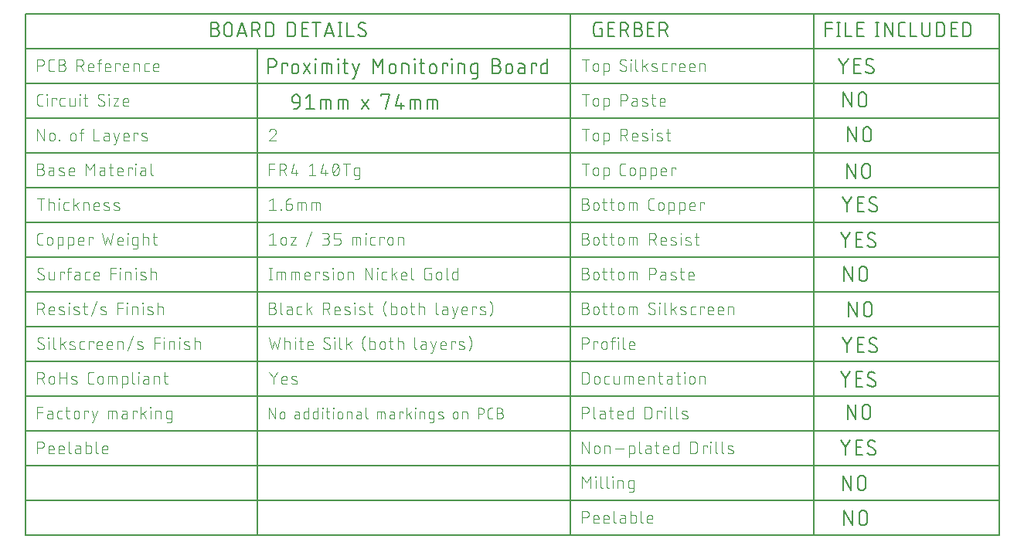
<source format=gbr>
G04 EAGLE Gerber X2 export*
%TF.Part,Single*%
%TF.FileFunction,Other,PCB details for manufacturing*%
%TF.FilePolarity,Positive*%
%TF.GenerationSoftware,Autodesk,EAGLE,9.5.2*%
%TF.CreationDate,2020-10-15T10:25:45Z*%
G75*
%MOMM*%
%FSLAX35Y35*%
%LPD*%
%INDocumentation*%
%AMOC8*
5,1,8,0,0,1.08239X$1,22.5*%
G01*
%ADD10C,0.152400*%
%ADD11C,0.101600*%
%ADD12C,0.200000*%
%ADD13C,0.127000*%


D10*
X12312506Y5305520D02*
X12312506Y5468080D01*
X12357661Y5468080D01*
X12358761Y5468067D01*
X12359860Y5468026D01*
X12360957Y5467960D01*
X12362053Y5467866D01*
X12363146Y5467746D01*
X12364236Y5467599D01*
X12365322Y5467425D01*
X12366403Y5467226D01*
X12367479Y5467000D01*
X12368550Y5466748D01*
X12369614Y5466469D01*
X12370670Y5466165D01*
X12371720Y5465836D01*
X12372760Y5465481D01*
X12373792Y5465100D01*
X12374814Y5464695D01*
X12375826Y5464265D01*
X12376828Y5463810D01*
X12377818Y5463332D01*
X12378796Y5462829D01*
X12379761Y5462302D01*
X12380714Y5461752D01*
X12381652Y5461180D01*
X12382577Y5460584D01*
X12383486Y5459966D01*
X12384381Y5459326D01*
X12385259Y5458665D01*
X12386121Y5457982D01*
X12386967Y5457279D01*
X12387794Y5456555D01*
X12388604Y5455811D01*
X12389396Y5455048D01*
X12390169Y5454266D01*
X12390923Y5453465D01*
X12391656Y5452646D01*
X12392370Y5451809D01*
X12393063Y5450955D01*
X12393735Y5450085D01*
X12394386Y5449198D01*
X12395015Y5448296D01*
X12395622Y5447379D01*
X12396206Y5446448D01*
X12396767Y5445502D01*
X12397305Y5444543D01*
X12397820Y5443571D01*
X12398311Y5442587D01*
X12398778Y5441591D01*
X12399220Y5440585D01*
X12399638Y5439567D01*
X12400031Y5438540D01*
X12400398Y5437504D01*
X12400741Y5436459D01*
X12401058Y5435406D01*
X12401349Y5434345D01*
X12401614Y5433278D01*
X12401853Y5432205D01*
X12402066Y5431126D01*
X12402252Y5430042D01*
X12402413Y5428954D01*
X12402546Y5427863D01*
X12402653Y5426768D01*
X12402733Y5425672D01*
X12402787Y5424573D01*
X12402814Y5423474D01*
X12402814Y5422374D01*
X12402787Y5421275D01*
X12402733Y5420176D01*
X12402653Y5419080D01*
X12402546Y5417985D01*
X12402413Y5416894D01*
X12402252Y5415806D01*
X12402066Y5414722D01*
X12401853Y5413643D01*
X12401614Y5412570D01*
X12401349Y5411503D01*
X12401058Y5410442D01*
X12400741Y5409389D01*
X12400398Y5408344D01*
X12400031Y5407308D01*
X12399638Y5406281D01*
X12399220Y5405263D01*
X12398778Y5404257D01*
X12398311Y5403261D01*
X12397820Y5402277D01*
X12397305Y5401305D01*
X12396767Y5400346D01*
X12396206Y5399400D01*
X12395622Y5398469D01*
X12395015Y5397552D01*
X12394386Y5396650D01*
X12393735Y5395763D01*
X12393063Y5394893D01*
X12392370Y5394039D01*
X12391656Y5393202D01*
X12390923Y5392383D01*
X12390169Y5391582D01*
X12389396Y5390800D01*
X12388604Y5390037D01*
X12387794Y5389293D01*
X12386967Y5388569D01*
X12386121Y5387866D01*
X12385259Y5387183D01*
X12384381Y5386522D01*
X12383486Y5385882D01*
X12382577Y5385264D01*
X12381652Y5384668D01*
X12380714Y5384096D01*
X12379761Y5383546D01*
X12378796Y5383019D01*
X12377818Y5382516D01*
X12376828Y5382038D01*
X12375826Y5381583D01*
X12374814Y5381153D01*
X12373792Y5380748D01*
X12372760Y5380367D01*
X12371720Y5380012D01*
X12370670Y5379683D01*
X12369614Y5379379D01*
X12368550Y5379100D01*
X12367479Y5378848D01*
X12366403Y5378622D01*
X12365322Y5378423D01*
X12364236Y5378249D01*
X12363146Y5378102D01*
X12362053Y5377982D01*
X12360957Y5377888D01*
X12359860Y5377822D01*
X12358761Y5377781D01*
X12357661Y5377768D01*
X12357661Y5377769D02*
X12312506Y5377769D01*
X12466168Y5413893D02*
X12466168Y5305520D01*
X12466168Y5413893D02*
X12520354Y5413893D01*
X12520354Y5395831D01*
X12569527Y5377769D02*
X12569527Y5341644D01*
X12569527Y5377769D02*
X12569538Y5378649D01*
X12569570Y5379528D01*
X12569623Y5380406D01*
X12569698Y5381282D01*
X12569794Y5382157D01*
X12569912Y5383029D01*
X12570051Y5383897D01*
X12570210Y5384763D01*
X12570391Y5385623D01*
X12570593Y5386480D01*
X12570815Y5387331D01*
X12571059Y5388176D01*
X12571322Y5389016D01*
X12571606Y5389848D01*
X12571911Y5390674D01*
X12572235Y5391491D01*
X12572579Y5392301D01*
X12572943Y5393102D01*
X12573326Y5393894D01*
X12573728Y5394676D01*
X12574149Y5395449D01*
X12574589Y5396211D01*
X12575047Y5396962D01*
X12575524Y5397701D01*
X12576018Y5398429D01*
X12576530Y5399144D01*
X12577059Y5399847D01*
X12577605Y5400537D01*
X12578168Y5401213D01*
X12578747Y5401875D01*
X12579342Y5402523D01*
X12579952Y5403157D01*
X12580578Y5403775D01*
X12581219Y5404378D01*
X12581874Y5404965D01*
X12582543Y5405536D01*
X12583226Y5406090D01*
X12583923Y5406628D01*
X12584632Y5407148D01*
X12585354Y5407651D01*
X12586087Y5408137D01*
X12586833Y5408604D01*
X12587589Y5409053D01*
X12588356Y5409484D01*
X12589134Y5409896D01*
X12589921Y5410288D01*
X12590717Y5410662D01*
X12591523Y5411016D01*
X12592337Y5411350D01*
X12593158Y5411664D01*
X12593987Y5411958D01*
X12594823Y5412232D01*
X12595666Y5412486D01*
X12596514Y5412718D01*
X12597368Y5412931D01*
X12598226Y5413122D01*
X12599090Y5413292D01*
X12599957Y5413441D01*
X12600827Y5413569D01*
X12601700Y5413676D01*
X12602576Y5413762D01*
X12603453Y5413826D01*
X12604332Y5413869D01*
X12605211Y5413890D01*
X12606091Y5413890D01*
X12606970Y5413869D01*
X12607849Y5413826D01*
X12608726Y5413762D01*
X12609602Y5413676D01*
X12610475Y5413569D01*
X12611345Y5413441D01*
X12612212Y5413292D01*
X12613076Y5413122D01*
X12613934Y5412931D01*
X12614788Y5412718D01*
X12615636Y5412486D01*
X12616479Y5412232D01*
X12617315Y5411958D01*
X12618144Y5411664D01*
X12618965Y5411350D01*
X12619779Y5411016D01*
X12620585Y5410662D01*
X12621381Y5410288D01*
X12622168Y5409896D01*
X12622946Y5409484D01*
X12623713Y5409053D01*
X12624469Y5408604D01*
X12625215Y5408137D01*
X12625948Y5407651D01*
X12626670Y5407148D01*
X12627379Y5406628D01*
X12628076Y5406090D01*
X12628759Y5405536D01*
X12629428Y5404965D01*
X12630083Y5404378D01*
X12630724Y5403775D01*
X12631350Y5403157D01*
X12631960Y5402523D01*
X12632555Y5401875D01*
X12633134Y5401213D01*
X12633697Y5400537D01*
X12634243Y5399847D01*
X12634772Y5399144D01*
X12635284Y5398429D01*
X12635778Y5397701D01*
X12636255Y5396962D01*
X12636713Y5396211D01*
X12637153Y5395449D01*
X12637574Y5394676D01*
X12637976Y5393894D01*
X12638359Y5393102D01*
X12638723Y5392301D01*
X12639067Y5391491D01*
X12639391Y5390674D01*
X12639696Y5389848D01*
X12639980Y5389016D01*
X12640243Y5388176D01*
X12640487Y5387331D01*
X12640709Y5386480D01*
X12640911Y5385623D01*
X12641092Y5384763D01*
X12641251Y5383897D01*
X12641390Y5383029D01*
X12641508Y5382157D01*
X12641604Y5381282D01*
X12641679Y5380406D01*
X12641732Y5379528D01*
X12641764Y5378649D01*
X12641775Y5377769D01*
X12641776Y5377769D02*
X12641776Y5341644D01*
X12641775Y5341644D02*
X12641764Y5340764D01*
X12641732Y5339885D01*
X12641679Y5339007D01*
X12641604Y5338131D01*
X12641508Y5337256D01*
X12641390Y5336384D01*
X12641251Y5335516D01*
X12641092Y5334650D01*
X12640911Y5333790D01*
X12640709Y5332933D01*
X12640487Y5332082D01*
X12640243Y5331237D01*
X12639980Y5330397D01*
X12639696Y5329565D01*
X12639391Y5328739D01*
X12639067Y5327922D01*
X12638723Y5327112D01*
X12638359Y5326311D01*
X12637976Y5325519D01*
X12637574Y5324737D01*
X12637153Y5323964D01*
X12636713Y5323202D01*
X12636255Y5322451D01*
X12635778Y5321712D01*
X12635284Y5320984D01*
X12634772Y5320269D01*
X12634243Y5319566D01*
X12633697Y5318876D01*
X12633134Y5318200D01*
X12632555Y5317538D01*
X12631960Y5316890D01*
X12631350Y5316256D01*
X12630724Y5315638D01*
X12630083Y5315035D01*
X12629428Y5314448D01*
X12628759Y5313877D01*
X12628076Y5313323D01*
X12627379Y5312785D01*
X12626670Y5312265D01*
X12625948Y5311762D01*
X12625215Y5311276D01*
X12624469Y5310809D01*
X12623713Y5310360D01*
X12622946Y5309929D01*
X12622168Y5309517D01*
X12621381Y5309125D01*
X12620585Y5308751D01*
X12619779Y5308397D01*
X12618965Y5308063D01*
X12618144Y5307749D01*
X12617315Y5307455D01*
X12616479Y5307181D01*
X12615636Y5306927D01*
X12614788Y5306695D01*
X12613934Y5306482D01*
X12613076Y5306291D01*
X12612212Y5306121D01*
X12611345Y5305972D01*
X12610475Y5305844D01*
X12609602Y5305737D01*
X12608726Y5305651D01*
X12607849Y5305587D01*
X12606970Y5305544D01*
X12606091Y5305523D01*
X12605211Y5305523D01*
X12604332Y5305544D01*
X12603453Y5305587D01*
X12602576Y5305651D01*
X12601700Y5305737D01*
X12600827Y5305844D01*
X12599957Y5305972D01*
X12599090Y5306121D01*
X12598226Y5306291D01*
X12597368Y5306482D01*
X12596514Y5306695D01*
X12595666Y5306927D01*
X12594823Y5307181D01*
X12593987Y5307455D01*
X12593158Y5307749D01*
X12592337Y5308063D01*
X12591523Y5308397D01*
X12590717Y5308751D01*
X12589921Y5309125D01*
X12589134Y5309517D01*
X12588356Y5309929D01*
X12587589Y5310360D01*
X12586833Y5310809D01*
X12586087Y5311276D01*
X12585354Y5311762D01*
X12584632Y5312265D01*
X12583923Y5312785D01*
X12583226Y5313323D01*
X12582543Y5313877D01*
X12581874Y5314448D01*
X12581219Y5315035D01*
X12580578Y5315638D01*
X12579952Y5316256D01*
X12579342Y5316890D01*
X12578747Y5317538D01*
X12578168Y5318200D01*
X12577605Y5318876D01*
X12577059Y5319566D01*
X12576530Y5320269D01*
X12576018Y5320984D01*
X12575524Y5321712D01*
X12575047Y5322451D01*
X12574589Y5323202D01*
X12574149Y5323964D01*
X12573728Y5324737D01*
X12573326Y5325519D01*
X12572943Y5326311D01*
X12572579Y5327112D01*
X12572235Y5327922D01*
X12571911Y5328739D01*
X12571606Y5329565D01*
X12571322Y5330397D01*
X12571059Y5331237D01*
X12570815Y5332082D01*
X12570593Y5332933D01*
X12570391Y5333790D01*
X12570210Y5334650D01*
X12570051Y5335516D01*
X12569912Y5336384D01*
X12569794Y5337256D01*
X12569698Y5338131D01*
X12569623Y5339007D01*
X12569570Y5339885D01*
X12569538Y5340764D01*
X12569527Y5341644D01*
X12699787Y5305520D02*
X12772036Y5413893D01*
X12699787Y5413893D02*
X12772036Y5305520D01*
X12829698Y5305520D02*
X12829698Y5413893D01*
X12825183Y5459049D02*
X12825183Y5468080D01*
X12834214Y5468080D01*
X12834214Y5459049D01*
X12825183Y5459049D01*
X12900562Y5413893D02*
X12900562Y5305520D01*
X12900562Y5413893D02*
X12981842Y5413893D01*
X12982497Y5413885D01*
X12983151Y5413861D01*
X12983804Y5413822D01*
X12984457Y5413767D01*
X12985108Y5413695D01*
X12985757Y5413609D01*
X12986403Y5413506D01*
X12987047Y5413388D01*
X12987688Y5413255D01*
X12988326Y5413106D01*
X12988960Y5412941D01*
X12989589Y5412762D01*
X12990214Y5412567D01*
X12990834Y5412357D01*
X12991449Y5412132D01*
X12992059Y5411893D01*
X12992662Y5411639D01*
X12993259Y5411370D01*
X12993849Y5411087D01*
X12994433Y5410790D01*
X12995009Y5410478D01*
X12995577Y5410153D01*
X12996137Y5409815D01*
X12996689Y5409462D01*
X12997233Y5409097D01*
X12997767Y5408719D01*
X12998292Y5408327D01*
X12998807Y5407924D01*
X12999313Y5407508D01*
X12999808Y5407079D01*
X13000293Y5406639D01*
X13000767Y5406188D01*
X13001230Y5405725D01*
X13001681Y5405251D01*
X13002121Y5404766D01*
X13002550Y5404271D01*
X13002966Y5403765D01*
X13003369Y5403250D01*
X13003761Y5402725D01*
X13004139Y5402191D01*
X13004504Y5401647D01*
X13004857Y5401095D01*
X13005195Y5400535D01*
X13005520Y5399967D01*
X13005832Y5399391D01*
X13006129Y5398807D01*
X13006412Y5398217D01*
X13006681Y5397620D01*
X13006935Y5397017D01*
X13007174Y5396407D01*
X13007399Y5395792D01*
X13007609Y5395172D01*
X13007804Y5394547D01*
X13007983Y5393918D01*
X13008148Y5393284D01*
X13008297Y5392646D01*
X13008430Y5392005D01*
X13008548Y5391361D01*
X13008651Y5390715D01*
X13008737Y5390066D01*
X13008809Y5389415D01*
X13008864Y5388762D01*
X13008903Y5388109D01*
X13008927Y5387455D01*
X13008935Y5386800D01*
X13008935Y5305520D01*
X12954748Y5305520D02*
X12954748Y5413893D01*
X13079798Y5413893D02*
X13079798Y5305520D01*
X13075283Y5459049D02*
X13075283Y5468080D01*
X13084313Y5468080D01*
X13084313Y5459049D01*
X13075283Y5459049D01*
X13129698Y5413893D02*
X13183885Y5413893D01*
X13147761Y5468080D02*
X13147761Y5332613D01*
X13147769Y5331958D01*
X13147793Y5331304D01*
X13147832Y5330651D01*
X13147887Y5329998D01*
X13147959Y5329347D01*
X13148045Y5328698D01*
X13148148Y5328052D01*
X13148266Y5327408D01*
X13148399Y5326767D01*
X13148548Y5326129D01*
X13148713Y5325495D01*
X13148892Y5324866D01*
X13149087Y5324241D01*
X13149297Y5323621D01*
X13149522Y5323006D01*
X13149761Y5322396D01*
X13150015Y5321793D01*
X13150284Y5321196D01*
X13150567Y5320606D01*
X13150864Y5320022D01*
X13151176Y5319446D01*
X13151501Y5318878D01*
X13151839Y5318318D01*
X13152192Y5317766D01*
X13152557Y5317222D01*
X13152935Y5316688D01*
X13153327Y5316163D01*
X13153730Y5315648D01*
X13154146Y5315142D01*
X13154575Y5314647D01*
X13155015Y5314162D01*
X13155466Y5313688D01*
X13155929Y5313225D01*
X13156403Y5312774D01*
X13156888Y5312334D01*
X13157383Y5311905D01*
X13157889Y5311489D01*
X13158404Y5311086D01*
X13158929Y5310694D01*
X13159463Y5310316D01*
X13160007Y5309951D01*
X13160559Y5309598D01*
X13161119Y5309260D01*
X13161687Y5308935D01*
X13162263Y5308623D01*
X13162847Y5308326D01*
X13163437Y5308043D01*
X13164034Y5307774D01*
X13164637Y5307520D01*
X13165247Y5307281D01*
X13165862Y5307056D01*
X13166482Y5306846D01*
X13167107Y5306651D01*
X13167736Y5306472D01*
X13168370Y5306307D01*
X13169008Y5306158D01*
X13169649Y5306025D01*
X13170293Y5305907D01*
X13170939Y5305804D01*
X13171588Y5305718D01*
X13172239Y5305646D01*
X13172892Y5305591D01*
X13173545Y5305552D01*
X13174199Y5305528D01*
X13174854Y5305520D01*
X13183885Y5305520D01*
X13236458Y5251333D02*
X13254520Y5251333D01*
X13308707Y5413893D01*
X13236458Y5413893D02*
X13272583Y5305520D01*
X13458074Y5305520D02*
X13458074Y5468080D01*
X13512261Y5377769D01*
X13566448Y5468080D01*
X13566448Y5305520D01*
X13637659Y5341644D02*
X13637659Y5377769D01*
X13637660Y5377769D02*
X13637671Y5378649D01*
X13637703Y5379528D01*
X13637756Y5380406D01*
X13637831Y5381282D01*
X13637927Y5382157D01*
X13638045Y5383029D01*
X13638184Y5383897D01*
X13638343Y5384763D01*
X13638524Y5385623D01*
X13638726Y5386480D01*
X13638948Y5387331D01*
X13639192Y5388176D01*
X13639455Y5389016D01*
X13639739Y5389848D01*
X13640044Y5390674D01*
X13640368Y5391491D01*
X13640712Y5392301D01*
X13641076Y5393102D01*
X13641459Y5393894D01*
X13641861Y5394676D01*
X13642282Y5395449D01*
X13642722Y5396211D01*
X13643180Y5396962D01*
X13643657Y5397701D01*
X13644151Y5398429D01*
X13644663Y5399144D01*
X13645192Y5399847D01*
X13645738Y5400537D01*
X13646301Y5401213D01*
X13646880Y5401875D01*
X13647475Y5402523D01*
X13648085Y5403157D01*
X13648711Y5403775D01*
X13649352Y5404378D01*
X13650007Y5404965D01*
X13650676Y5405536D01*
X13651359Y5406090D01*
X13652056Y5406628D01*
X13652765Y5407148D01*
X13653487Y5407651D01*
X13654220Y5408137D01*
X13654966Y5408604D01*
X13655722Y5409053D01*
X13656489Y5409484D01*
X13657267Y5409896D01*
X13658054Y5410288D01*
X13658850Y5410662D01*
X13659656Y5411016D01*
X13660470Y5411350D01*
X13661291Y5411664D01*
X13662120Y5411958D01*
X13662956Y5412232D01*
X13663799Y5412486D01*
X13664647Y5412718D01*
X13665501Y5412931D01*
X13666359Y5413122D01*
X13667223Y5413292D01*
X13668090Y5413441D01*
X13668960Y5413569D01*
X13669833Y5413676D01*
X13670709Y5413762D01*
X13671586Y5413826D01*
X13672465Y5413869D01*
X13673344Y5413890D01*
X13674224Y5413890D01*
X13675103Y5413869D01*
X13675982Y5413826D01*
X13676859Y5413762D01*
X13677735Y5413676D01*
X13678608Y5413569D01*
X13679478Y5413441D01*
X13680345Y5413292D01*
X13681209Y5413122D01*
X13682067Y5412931D01*
X13682921Y5412718D01*
X13683769Y5412486D01*
X13684612Y5412232D01*
X13685448Y5411958D01*
X13686277Y5411664D01*
X13687098Y5411350D01*
X13687912Y5411016D01*
X13688718Y5410662D01*
X13689514Y5410288D01*
X13690301Y5409896D01*
X13691079Y5409484D01*
X13691846Y5409053D01*
X13692602Y5408604D01*
X13693348Y5408137D01*
X13694081Y5407651D01*
X13694803Y5407148D01*
X13695512Y5406628D01*
X13696209Y5406090D01*
X13696892Y5405536D01*
X13697561Y5404965D01*
X13698216Y5404378D01*
X13698857Y5403775D01*
X13699483Y5403157D01*
X13700093Y5402523D01*
X13700688Y5401875D01*
X13701267Y5401213D01*
X13701830Y5400537D01*
X13702376Y5399847D01*
X13702905Y5399144D01*
X13703417Y5398429D01*
X13703911Y5397701D01*
X13704388Y5396962D01*
X13704846Y5396211D01*
X13705286Y5395449D01*
X13705707Y5394676D01*
X13706109Y5393894D01*
X13706492Y5393102D01*
X13706856Y5392301D01*
X13707200Y5391491D01*
X13707524Y5390674D01*
X13707829Y5389848D01*
X13708113Y5389016D01*
X13708376Y5388176D01*
X13708620Y5387331D01*
X13708842Y5386480D01*
X13709044Y5385623D01*
X13709225Y5384763D01*
X13709384Y5383897D01*
X13709523Y5383029D01*
X13709641Y5382157D01*
X13709737Y5381282D01*
X13709812Y5380406D01*
X13709865Y5379528D01*
X13709897Y5378649D01*
X13709908Y5377769D01*
X13709908Y5341644D01*
X13709897Y5340764D01*
X13709865Y5339885D01*
X13709812Y5339007D01*
X13709737Y5338131D01*
X13709641Y5337256D01*
X13709523Y5336384D01*
X13709384Y5335516D01*
X13709225Y5334650D01*
X13709044Y5333790D01*
X13708842Y5332933D01*
X13708620Y5332082D01*
X13708376Y5331237D01*
X13708113Y5330397D01*
X13707829Y5329565D01*
X13707524Y5328739D01*
X13707200Y5327922D01*
X13706856Y5327112D01*
X13706492Y5326311D01*
X13706109Y5325519D01*
X13705707Y5324737D01*
X13705286Y5323964D01*
X13704846Y5323202D01*
X13704388Y5322451D01*
X13703911Y5321712D01*
X13703417Y5320984D01*
X13702905Y5320269D01*
X13702376Y5319566D01*
X13701830Y5318876D01*
X13701267Y5318200D01*
X13700688Y5317538D01*
X13700093Y5316890D01*
X13699483Y5316256D01*
X13698857Y5315638D01*
X13698216Y5315035D01*
X13697561Y5314448D01*
X13696892Y5313877D01*
X13696209Y5313323D01*
X13695512Y5312785D01*
X13694803Y5312265D01*
X13694081Y5311762D01*
X13693348Y5311276D01*
X13692602Y5310809D01*
X13691846Y5310360D01*
X13691079Y5309929D01*
X13690301Y5309517D01*
X13689514Y5309125D01*
X13688718Y5308751D01*
X13687912Y5308397D01*
X13687098Y5308063D01*
X13686277Y5307749D01*
X13685448Y5307455D01*
X13684612Y5307181D01*
X13683769Y5306927D01*
X13682921Y5306695D01*
X13682067Y5306482D01*
X13681209Y5306291D01*
X13680345Y5306121D01*
X13679478Y5305972D01*
X13678608Y5305844D01*
X13677735Y5305737D01*
X13676859Y5305651D01*
X13675982Y5305587D01*
X13675103Y5305544D01*
X13674224Y5305523D01*
X13673344Y5305523D01*
X13672465Y5305544D01*
X13671586Y5305587D01*
X13670709Y5305651D01*
X13669833Y5305737D01*
X13668960Y5305844D01*
X13668090Y5305972D01*
X13667223Y5306121D01*
X13666359Y5306291D01*
X13665501Y5306482D01*
X13664647Y5306695D01*
X13663799Y5306927D01*
X13662956Y5307181D01*
X13662120Y5307455D01*
X13661291Y5307749D01*
X13660470Y5308063D01*
X13659656Y5308397D01*
X13658850Y5308751D01*
X13658054Y5309125D01*
X13657267Y5309517D01*
X13656489Y5309929D01*
X13655722Y5310360D01*
X13654966Y5310809D01*
X13654220Y5311276D01*
X13653487Y5311762D01*
X13652765Y5312265D01*
X13652056Y5312785D01*
X13651359Y5313323D01*
X13650676Y5313877D01*
X13650007Y5314448D01*
X13649352Y5315035D01*
X13648711Y5315638D01*
X13648085Y5316256D01*
X13647475Y5316890D01*
X13646880Y5317538D01*
X13646301Y5318200D01*
X13645738Y5318876D01*
X13645192Y5319566D01*
X13644663Y5320269D01*
X13644151Y5320984D01*
X13643657Y5321712D01*
X13643180Y5322451D01*
X13642722Y5323202D01*
X13642282Y5323964D01*
X13641861Y5324737D01*
X13641459Y5325519D01*
X13641076Y5326311D01*
X13640712Y5327112D01*
X13640368Y5327922D01*
X13640044Y5328739D01*
X13639739Y5329565D01*
X13639455Y5330397D01*
X13639192Y5331237D01*
X13638948Y5332082D01*
X13638726Y5332933D01*
X13638524Y5333790D01*
X13638343Y5334650D01*
X13638184Y5335516D01*
X13638045Y5336384D01*
X13637927Y5337256D01*
X13637831Y5338131D01*
X13637756Y5339007D01*
X13637703Y5339885D01*
X13637671Y5340764D01*
X13637660Y5341644D01*
X13778340Y5305520D02*
X13778340Y5413893D01*
X13823496Y5413893D01*
X13824161Y5413885D01*
X13824825Y5413860D01*
X13825489Y5413820D01*
X13826152Y5413763D01*
X13826812Y5413689D01*
X13827471Y5413600D01*
X13828128Y5413494D01*
X13828782Y5413372D01*
X13829432Y5413235D01*
X13830079Y5413081D01*
X13830722Y5412912D01*
X13831361Y5412726D01*
X13831995Y5412526D01*
X13832623Y5412309D01*
X13833247Y5412078D01*
X13833864Y5411831D01*
X13834475Y5411569D01*
X13835080Y5411292D01*
X13835677Y5411000D01*
X13836267Y5410694D01*
X13836850Y5410373D01*
X13837424Y5410038D01*
X13837991Y5409690D01*
X13838548Y5409327D01*
X13839096Y5408951D01*
X13839635Y5408561D01*
X13840164Y5408159D01*
X13840684Y5407743D01*
X13841192Y5407315D01*
X13841690Y5406875D01*
X13842178Y5406422D01*
X13842654Y5405958D01*
X13843118Y5405482D01*
X13843570Y5404995D01*
X13844011Y5404497D01*
X13844439Y5403988D01*
X13844855Y5403469D01*
X13845257Y5402939D01*
X13845647Y5402401D01*
X13846023Y5401852D01*
X13846386Y5401295D01*
X13846734Y5400729D01*
X13847069Y5400154D01*
X13847390Y5399572D01*
X13847696Y5398982D01*
X13847988Y5398384D01*
X13848265Y5397779D01*
X13848527Y5397168D01*
X13848773Y5396551D01*
X13849005Y5395928D01*
X13849221Y5395299D01*
X13849422Y5394665D01*
X13849608Y5394026D01*
X13849777Y5393383D01*
X13849931Y5392736D01*
X13850068Y5392086D01*
X13850190Y5391432D01*
X13850296Y5390776D01*
X13850385Y5390117D01*
X13850459Y5389456D01*
X13850516Y5388793D01*
X13850556Y5388130D01*
X13850581Y5387465D01*
X13850589Y5386800D01*
X13850589Y5305520D01*
X13918673Y5305520D02*
X13918673Y5413893D01*
X13914157Y5459049D02*
X13914157Y5468080D01*
X13923188Y5468080D01*
X13923188Y5459049D01*
X13914157Y5459049D01*
X13968573Y5413893D02*
X14022760Y5413893D01*
X13986635Y5468080D02*
X13986635Y5332613D01*
X13986643Y5331958D01*
X13986667Y5331304D01*
X13986706Y5330651D01*
X13986761Y5329998D01*
X13986833Y5329347D01*
X13986919Y5328698D01*
X13987022Y5328052D01*
X13987140Y5327408D01*
X13987273Y5326767D01*
X13987422Y5326129D01*
X13987587Y5325495D01*
X13987766Y5324866D01*
X13987961Y5324241D01*
X13988171Y5323621D01*
X13988396Y5323006D01*
X13988635Y5322396D01*
X13988889Y5321793D01*
X13989158Y5321196D01*
X13989441Y5320606D01*
X13989738Y5320022D01*
X13990050Y5319446D01*
X13990375Y5318878D01*
X13990713Y5318318D01*
X13991066Y5317766D01*
X13991431Y5317222D01*
X13991809Y5316688D01*
X13992201Y5316163D01*
X13992604Y5315648D01*
X13993020Y5315142D01*
X13993449Y5314647D01*
X13993889Y5314162D01*
X13994340Y5313688D01*
X13994803Y5313225D01*
X13995277Y5312774D01*
X13995762Y5312334D01*
X13996257Y5311905D01*
X13996763Y5311489D01*
X13997278Y5311086D01*
X13997803Y5310694D01*
X13998337Y5310316D01*
X13998881Y5309951D01*
X13999433Y5309598D01*
X13999993Y5309260D01*
X14000561Y5308935D01*
X14001137Y5308623D01*
X14001721Y5308326D01*
X14002311Y5308043D01*
X14002908Y5307774D01*
X14003511Y5307520D01*
X14004121Y5307281D01*
X14004736Y5307056D01*
X14005356Y5306846D01*
X14005981Y5306651D01*
X14006610Y5306472D01*
X14007244Y5306307D01*
X14007882Y5306158D01*
X14008523Y5306025D01*
X14009167Y5305907D01*
X14009813Y5305804D01*
X14010462Y5305718D01*
X14011113Y5305646D01*
X14011766Y5305591D01*
X14012419Y5305552D01*
X14013073Y5305528D01*
X14013728Y5305520D01*
X14022760Y5305520D01*
X14080543Y5341644D02*
X14080543Y5377769D01*
X14080544Y5377769D02*
X14080555Y5378649D01*
X14080587Y5379528D01*
X14080640Y5380406D01*
X14080715Y5381282D01*
X14080811Y5382157D01*
X14080929Y5383029D01*
X14081068Y5383897D01*
X14081227Y5384763D01*
X14081408Y5385623D01*
X14081610Y5386480D01*
X14081832Y5387331D01*
X14082076Y5388176D01*
X14082339Y5389016D01*
X14082623Y5389848D01*
X14082928Y5390674D01*
X14083252Y5391491D01*
X14083596Y5392301D01*
X14083960Y5393102D01*
X14084343Y5393894D01*
X14084745Y5394676D01*
X14085166Y5395449D01*
X14085606Y5396211D01*
X14086064Y5396962D01*
X14086541Y5397701D01*
X14087035Y5398429D01*
X14087547Y5399144D01*
X14088076Y5399847D01*
X14088622Y5400537D01*
X14089185Y5401213D01*
X14089764Y5401875D01*
X14090359Y5402523D01*
X14090969Y5403157D01*
X14091595Y5403775D01*
X14092236Y5404378D01*
X14092891Y5404965D01*
X14093560Y5405536D01*
X14094243Y5406090D01*
X14094940Y5406628D01*
X14095649Y5407148D01*
X14096371Y5407651D01*
X14097104Y5408137D01*
X14097850Y5408604D01*
X14098606Y5409053D01*
X14099373Y5409484D01*
X14100151Y5409896D01*
X14100938Y5410288D01*
X14101734Y5410662D01*
X14102540Y5411016D01*
X14103354Y5411350D01*
X14104175Y5411664D01*
X14105004Y5411958D01*
X14105840Y5412232D01*
X14106683Y5412486D01*
X14107531Y5412718D01*
X14108385Y5412931D01*
X14109243Y5413122D01*
X14110107Y5413292D01*
X14110974Y5413441D01*
X14111844Y5413569D01*
X14112717Y5413676D01*
X14113593Y5413762D01*
X14114470Y5413826D01*
X14115349Y5413869D01*
X14116228Y5413890D01*
X14117108Y5413890D01*
X14117987Y5413869D01*
X14118866Y5413826D01*
X14119743Y5413762D01*
X14120619Y5413676D01*
X14121492Y5413569D01*
X14122362Y5413441D01*
X14123229Y5413292D01*
X14124093Y5413122D01*
X14124951Y5412931D01*
X14125805Y5412718D01*
X14126653Y5412486D01*
X14127496Y5412232D01*
X14128332Y5411958D01*
X14129161Y5411664D01*
X14129982Y5411350D01*
X14130796Y5411016D01*
X14131602Y5410662D01*
X14132398Y5410288D01*
X14133185Y5409896D01*
X14133963Y5409484D01*
X14134730Y5409053D01*
X14135486Y5408604D01*
X14136232Y5408137D01*
X14136965Y5407651D01*
X14137687Y5407148D01*
X14138396Y5406628D01*
X14139093Y5406090D01*
X14139776Y5405536D01*
X14140445Y5404965D01*
X14141100Y5404378D01*
X14141741Y5403775D01*
X14142367Y5403157D01*
X14142977Y5402523D01*
X14143572Y5401875D01*
X14144151Y5401213D01*
X14144714Y5400537D01*
X14145260Y5399847D01*
X14145789Y5399144D01*
X14146301Y5398429D01*
X14146795Y5397701D01*
X14147272Y5396962D01*
X14147730Y5396211D01*
X14148170Y5395449D01*
X14148591Y5394676D01*
X14148993Y5393894D01*
X14149376Y5393102D01*
X14149740Y5392301D01*
X14150084Y5391491D01*
X14150408Y5390674D01*
X14150713Y5389848D01*
X14150997Y5389016D01*
X14151260Y5388176D01*
X14151504Y5387331D01*
X14151726Y5386480D01*
X14151928Y5385623D01*
X14152109Y5384763D01*
X14152268Y5383897D01*
X14152407Y5383029D01*
X14152525Y5382157D01*
X14152621Y5381282D01*
X14152696Y5380406D01*
X14152749Y5379528D01*
X14152781Y5378649D01*
X14152792Y5377769D01*
X14152792Y5341644D01*
X14152781Y5340764D01*
X14152749Y5339885D01*
X14152696Y5339007D01*
X14152621Y5338131D01*
X14152525Y5337256D01*
X14152407Y5336384D01*
X14152268Y5335516D01*
X14152109Y5334650D01*
X14151928Y5333790D01*
X14151726Y5332933D01*
X14151504Y5332082D01*
X14151260Y5331237D01*
X14150997Y5330397D01*
X14150713Y5329565D01*
X14150408Y5328739D01*
X14150084Y5327922D01*
X14149740Y5327112D01*
X14149376Y5326311D01*
X14148993Y5325519D01*
X14148591Y5324737D01*
X14148170Y5323964D01*
X14147730Y5323202D01*
X14147272Y5322451D01*
X14146795Y5321712D01*
X14146301Y5320984D01*
X14145789Y5320269D01*
X14145260Y5319566D01*
X14144714Y5318876D01*
X14144151Y5318200D01*
X14143572Y5317538D01*
X14142977Y5316890D01*
X14142367Y5316256D01*
X14141741Y5315638D01*
X14141100Y5315035D01*
X14140445Y5314448D01*
X14139776Y5313877D01*
X14139093Y5313323D01*
X14138396Y5312785D01*
X14137687Y5312265D01*
X14136965Y5311762D01*
X14136232Y5311276D01*
X14135486Y5310809D01*
X14134730Y5310360D01*
X14133963Y5309929D01*
X14133185Y5309517D01*
X14132398Y5309125D01*
X14131602Y5308751D01*
X14130796Y5308397D01*
X14129982Y5308063D01*
X14129161Y5307749D01*
X14128332Y5307455D01*
X14127496Y5307181D01*
X14126653Y5306927D01*
X14125805Y5306695D01*
X14124951Y5306482D01*
X14124093Y5306291D01*
X14123229Y5306121D01*
X14122362Y5305972D01*
X14121492Y5305844D01*
X14120619Y5305737D01*
X14119743Y5305651D01*
X14118866Y5305587D01*
X14117987Y5305544D01*
X14117108Y5305523D01*
X14116228Y5305523D01*
X14115349Y5305544D01*
X14114470Y5305587D01*
X14113593Y5305651D01*
X14112717Y5305737D01*
X14111844Y5305844D01*
X14110974Y5305972D01*
X14110107Y5306121D01*
X14109243Y5306291D01*
X14108385Y5306482D01*
X14107531Y5306695D01*
X14106683Y5306927D01*
X14105840Y5307181D01*
X14105004Y5307455D01*
X14104175Y5307749D01*
X14103354Y5308063D01*
X14102540Y5308397D01*
X14101734Y5308751D01*
X14100938Y5309125D01*
X14100151Y5309517D01*
X14099373Y5309929D01*
X14098606Y5310360D01*
X14097850Y5310809D01*
X14097104Y5311276D01*
X14096371Y5311762D01*
X14095649Y5312265D01*
X14094940Y5312785D01*
X14094243Y5313323D01*
X14093560Y5313877D01*
X14092891Y5314448D01*
X14092236Y5315035D01*
X14091595Y5315638D01*
X14090969Y5316256D01*
X14090359Y5316890D01*
X14089764Y5317538D01*
X14089185Y5318200D01*
X14088622Y5318876D01*
X14088076Y5319566D01*
X14087547Y5320269D01*
X14087035Y5320984D01*
X14086541Y5321712D01*
X14086064Y5322451D01*
X14085606Y5323202D01*
X14085166Y5323964D01*
X14084745Y5324737D01*
X14084343Y5325519D01*
X14083960Y5326311D01*
X14083596Y5327112D01*
X14083252Y5327922D01*
X14082928Y5328739D01*
X14082623Y5329565D01*
X14082339Y5330397D01*
X14082076Y5331237D01*
X14081832Y5332082D01*
X14081610Y5332933D01*
X14081408Y5333790D01*
X14081227Y5334650D01*
X14081068Y5335516D01*
X14080929Y5336384D01*
X14080811Y5337256D01*
X14080715Y5338131D01*
X14080640Y5339007D01*
X14080587Y5339885D01*
X14080555Y5340764D01*
X14080544Y5341644D01*
X14222073Y5305520D02*
X14222073Y5413893D01*
X14276260Y5413893D01*
X14276260Y5395831D01*
X14325084Y5413893D02*
X14325084Y5305520D01*
X14320568Y5459049D02*
X14320568Y5468080D01*
X14329599Y5468080D01*
X14329599Y5459049D01*
X14320568Y5459049D01*
X14393168Y5413893D02*
X14393168Y5305520D01*
X14393168Y5413893D02*
X14438323Y5413893D01*
X14438988Y5413885D01*
X14439652Y5413860D01*
X14440316Y5413820D01*
X14440979Y5413763D01*
X14441639Y5413689D01*
X14442298Y5413600D01*
X14442955Y5413494D01*
X14443609Y5413372D01*
X14444259Y5413235D01*
X14444906Y5413081D01*
X14445549Y5412912D01*
X14446188Y5412726D01*
X14446822Y5412526D01*
X14447450Y5412309D01*
X14448074Y5412078D01*
X14448691Y5411831D01*
X14449302Y5411569D01*
X14449907Y5411292D01*
X14450504Y5411000D01*
X14451094Y5410694D01*
X14451677Y5410373D01*
X14452251Y5410038D01*
X14452818Y5409690D01*
X14453375Y5409327D01*
X14453923Y5408951D01*
X14454462Y5408561D01*
X14454991Y5408159D01*
X14455511Y5407743D01*
X14456019Y5407315D01*
X14456517Y5406875D01*
X14457005Y5406422D01*
X14457481Y5405958D01*
X14457945Y5405482D01*
X14458397Y5404995D01*
X14458838Y5404497D01*
X14459266Y5403988D01*
X14459682Y5403469D01*
X14460084Y5402939D01*
X14460474Y5402401D01*
X14460850Y5401852D01*
X14461213Y5401295D01*
X14461561Y5400729D01*
X14461896Y5400154D01*
X14462217Y5399572D01*
X14462523Y5398982D01*
X14462815Y5398384D01*
X14463092Y5397779D01*
X14463354Y5397168D01*
X14463600Y5396551D01*
X14463832Y5395928D01*
X14464048Y5395299D01*
X14464249Y5394665D01*
X14464435Y5394026D01*
X14464604Y5393383D01*
X14464758Y5392736D01*
X14464895Y5392086D01*
X14465017Y5391432D01*
X14465123Y5390776D01*
X14465212Y5390117D01*
X14465286Y5389456D01*
X14465343Y5388793D01*
X14465383Y5388130D01*
X14465408Y5387465D01*
X14465416Y5386800D01*
X14465416Y5305520D01*
X14560209Y5305520D02*
X14605364Y5305520D01*
X14560209Y5305520D02*
X14559554Y5305528D01*
X14558900Y5305552D01*
X14558247Y5305591D01*
X14557594Y5305646D01*
X14556943Y5305718D01*
X14556294Y5305804D01*
X14555648Y5305907D01*
X14555004Y5306025D01*
X14554363Y5306158D01*
X14553725Y5306307D01*
X14553091Y5306472D01*
X14552462Y5306651D01*
X14551837Y5306846D01*
X14551217Y5307056D01*
X14550602Y5307281D01*
X14549992Y5307520D01*
X14549389Y5307774D01*
X14548792Y5308043D01*
X14548202Y5308326D01*
X14547618Y5308623D01*
X14547042Y5308935D01*
X14546474Y5309260D01*
X14545914Y5309598D01*
X14545362Y5309951D01*
X14544818Y5310316D01*
X14544284Y5310694D01*
X14543759Y5311086D01*
X14543244Y5311489D01*
X14542738Y5311905D01*
X14542243Y5312334D01*
X14541758Y5312774D01*
X14541284Y5313225D01*
X14540821Y5313688D01*
X14540370Y5314162D01*
X14539930Y5314647D01*
X14539501Y5315142D01*
X14539085Y5315648D01*
X14538682Y5316163D01*
X14538290Y5316688D01*
X14537912Y5317222D01*
X14537547Y5317766D01*
X14537194Y5318318D01*
X14536856Y5318878D01*
X14536531Y5319446D01*
X14536219Y5320022D01*
X14535922Y5320606D01*
X14535639Y5321196D01*
X14535370Y5321793D01*
X14535116Y5322396D01*
X14534877Y5323006D01*
X14534652Y5323621D01*
X14534442Y5324241D01*
X14534247Y5324866D01*
X14534068Y5325495D01*
X14533903Y5326129D01*
X14533754Y5326767D01*
X14533621Y5327408D01*
X14533503Y5328052D01*
X14533400Y5328698D01*
X14533314Y5329347D01*
X14533242Y5329998D01*
X14533187Y5330651D01*
X14533148Y5331304D01*
X14533124Y5331958D01*
X14533116Y5332613D01*
X14533116Y5386800D01*
X14533124Y5387455D01*
X14533148Y5388109D01*
X14533187Y5388762D01*
X14533242Y5389415D01*
X14533314Y5390066D01*
X14533400Y5390715D01*
X14533503Y5391361D01*
X14533621Y5392005D01*
X14533754Y5392646D01*
X14533903Y5393284D01*
X14534068Y5393918D01*
X14534247Y5394547D01*
X14534442Y5395172D01*
X14534652Y5395792D01*
X14534877Y5396407D01*
X14535116Y5397017D01*
X14535370Y5397620D01*
X14535639Y5398217D01*
X14535922Y5398807D01*
X14536219Y5399391D01*
X14536531Y5399967D01*
X14536856Y5400535D01*
X14537194Y5401095D01*
X14537547Y5401647D01*
X14537912Y5402191D01*
X14538290Y5402725D01*
X14538682Y5403250D01*
X14539085Y5403765D01*
X14539501Y5404271D01*
X14539930Y5404766D01*
X14540370Y5405251D01*
X14540821Y5405725D01*
X14541284Y5406188D01*
X14541758Y5406639D01*
X14542243Y5407079D01*
X14542738Y5407508D01*
X14543244Y5407924D01*
X14543759Y5408327D01*
X14544284Y5408719D01*
X14544818Y5409097D01*
X14545362Y5409462D01*
X14545914Y5409815D01*
X14546474Y5410153D01*
X14547042Y5410478D01*
X14547618Y5410790D01*
X14548202Y5411087D01*
X14548792Y5411370D01*
X14549389Y5411639D01*
X14549992Y5411893D01*
X14550602Y5412132D01*
X14551217Y5412357D01*
X14551837Y5412567D01*
X14552462Y5412762D01*
X14553091Y5412941D01*
X14553725Y5413106D01*
X14554363Y5413255D01*
X14555004Y5413388D01*
X14555648Y5413506D01*
X14556294Y5413609D01*
X14556943Y5413695D01*
X14557594Y5413767D01*
X14558247Y5413822D01*
X14558900Y5413861D01*
X14559554Y5413885D01*
X14560209Y5413893D01*
X14605364Y5413893D01*
X14605364Y5278427D01*
X14605365Y5278427D02*
X14605357Y5277762D01*
X14605332Y5277098D01*
X14605292Y5276434D01*
X14605235Y5275771D01*
X14605161Y5275110D01*
X14605072Y5274452D01*
X14604966Y5273795D01*
X14604844Y5273141D01*
X14604707Y5272491D01*
X14604553Y5271844D01*
X14604384Y5271201D01*
X14604198Y5270562D01*
X14603998Y5269928D01*
X14603781Y5269299D01*
X14603550Y5268676D01*
X14603303Y5268059D01*
X14603041Y5267447D01*
X14602764Y5266843D01*
X14602472Y5266245D01*
X14602166Y5265655D01*
X14601845Y5265073D01*
X14601510Y5264498D01*
X14601162Y5263932D01*
X14600799Y5263374D01*
X14600423Y5262826D01*
X14600033Y5262287D01*
X14599631Y5261758D01*
X14599215Y5261239D01*
X14598787Y5260730D01*
X14598346Y5260232D01*
X14597894Y5259745D01*
X14597429Y5259269D01*
X14596954Y5258804D01*
X14596466Y5258352D01*
X14595968Y5257911D01*
X14595459Y5257483D01*
X14594940Y5257068D01*
X14594411Y5256665D01*
X14593872Y5256275D01*
X14593324Y5255899D01*
X14592766Y5255537D01*
X14592200Y5255188D01*
X14591626Y5254853D01*
X14591043Y5254532D01*
X14590453Y5254226D01*
X14589855Y5253934D01*
X14589251Y5253657D01*
X14588640Y5253395D01*
X14588022Y5253149D01*
X14587399Y5252917D01*
X14586770Y5252701D01*
X14586136Y5252500D01*
X14585498Y5252315D01*
X14584855Y5252145D01*
X14584208Y5251991D01*
X14583557Y5251854D01*
X14582903Y5251732D01*
X14582247Y5251626D01*
X14581588Y5251537D01*
X14580927Y5251463D01*
X14580264Y5251406D01*
X14579601Y5251366D01*
X14578936Y5251341D01*
X14578271Y5251333D01*
X14542147Y5251333D01*
X14766606Y5395831D02*
X14811761Y5395831D01*
X14812861Y5395818D01*
X14813960Y5395777D01*
X14815057Y5395711D01*
X14816153Y5395617D01*
X14817246Y5395497D01*
X14818336Y5395350D01*
X14819422Y5395176D01*
X14820503Y5394977D01*
X14821579Y5394751D01*
X14822650Y5394499D01*
X14823714Y5394220D01*
X14824770Y5393916D01*
X14825820Y5393587D01*
X14826860Y5393232D01*
X14827892Y5392851D01*
X14828914Y5392446D01*
X14829926Y5392016D01*
X14830928Y5391561D01*
X14831918Y5391083D01*
X14832896Y5390580D01*
X14833861Y5390053D01*
X14834814Y5389503D01*
X14835752Y5388931D01*
X14836677Y5388335D01*
X14837586Y5387717D01*
X14838481Y5387077D01*
X14839359Y5386416D01*
X14840221Y5385733D01*
X14841067Y5385030D01*
X14841894Y5384306D01*
X14842704Y5383562D01*
X14843496Y5382799D01*
X14844269Y5382017D01*
X14845023Y5381216D01*
X14845756Y5380397D01*
X14846470Y5379560D01*
X14847163Y5378706D01*
X14847835Y5377836D01*
X14848486Y5376949D01*
X14849115Y5376047D01*
X14849722Y5375130D01*
X14850306Y5374199D01*
X14850867Y5373253D01*
X14851405Y5372294D01*
X14851920Y5371322D01*
X14852411Y5370338D01*
X14852878Y5369342D01*
X14853320Y5368336D01*
X14853738Y5367318D01*
X14854131Y5366291D01*
X14854498Y5365255D01*
X14854841Y5364210D01*
X14855158Y5363157D01*
X14855449Y5362096D01*
X14855714Y5361029D01*
X14855953Y5359956D01*
X14856166Y5358877D01*
X14856352Y5357793D01*
X14856513Y5356705D01*
X14856646Y5355614D01*
X14856753Y5354519D01*
X14856833Y5353423D01*
X14856887Y5352324D01*
X14856914Y5351225D01*
X14856914Y5350125D01*
X14856887Y5349026D01*
X14856833Y5347927D01*
X14856753Y5346831D01*
X14856646Y5345736D01*
X14856513Y5344645D01*
X14856352Y5343557D01*
X14856166Y5342473D01*
X14855953Y5341394D01*
X14855714Y5340321D01*
X14855449Y5339254D01*
X14855158Y5338193D01*
X14854841Y5337140D01*
X14854498Y5336095D01*
X14854131Y5335059D01*
X14853738Y5334032D01*
X14853320Y5333014D01*
X14852878Y5332008D01*
X14852411Y5331012D01*
X14851920Y5330028D01*
X14851405Y5329056D01*
X14850867Y5328097D01*
X14850306Y5327151D01*
X14849722Y5326220D01*
X14849115Y5325303D01*
X14848486Y5324401D01*
X14847835Y5323514D01*
X14847163Y5322644D01*
X14846470Y5321790D01*
X14845756Y5320953D01*
X14845023Y5320134D01*
X14844269Y5319333D01*
X14843496Y5318551D01*
X14842704Y5317788D01*
X14841894Y5317044D01*
X14841067Y5316320D01*
X14840221Y5315617D01*
X14839359Y5314934D01*
X14838481Y5314273D01*
X14837586Y5313633D01*
X14836677Y5313015D01*
X14835752Y5312419D01*
X14834814Y5311847D01*
X14833861Y5311297D01*
X14832896Y5310770D01*
X14831918Y5310267D01*
X14830928Y5309789D01*
X14829926Y5309334D01*
X14828914Y5308904D01*
X14827892Y5308499D01*
X14826860Y5308118D01*
X14825820Y5307763D01*
X14824770Y5307434D01*
X14823714Y5307130D01*
X14822650Y5306851D01*
X14821579Y5306599D01*
X14820503Y5306373D01*
X14819422Y5306174D01*
X14818336Y5306000D01*
X14817246Y5305853D01*
X14816153Y5305733D01*
X14815057Y5305639D01*
X14813960Y5305573D01*
X14812861Y5305532D01*
X14811761Y5305519D01*
X14811761Y5305520D02*
X14766606Y5305520D01*
X14766606Y5468080D01*
X14811761Y5468080D01*
X14812641Y5468069D01*
X14813520Y5468037D01*
X14814398Y5467984D01*
X14815275Y5467909D01*
X14816149Y5467813D01*
X14817021Y5467695D01*
X14817890Y5467556D01*
X14818755Y5467397D01*
X14819616Y5467216D01*
X14820472Y5467014D01*
X14821323Y5466791D01*
X14822169Y5466548D01*
X14823008Y5466285D01*
X14823841Y5466001D01*
X14824666Y5465696D01*
X14825484Y5465372D01*
X14826293Y5465028D01*
X14827094Y5464664D01*
X14827886Y5464281D01*
X14828669Y5463879D01*
X14829441Y5463458D01*
X14830203Y5463018D01*
X14830954Y5462560D01*
X14831694Y5462083D01*
X14832421Y5461589D01*
X14833137Y5461077D01*
X14833840Y5460548D01*
X14834529Y5460002D01*
X14835206Y5459439D01*
X14835868Y5458860D01*
X14836516Y5458265D01*
X14837149Y5457654D01*
X14837768Y5457028D01*
X14838370Y5456388D01*
X14838957Y5455732D01*
X14839528Y5455063D01*
X14840083Y5454380D01*
X14840621Y5453684D01*
X14841141Y5452975D01*
X14841644Y5452253D01*
X14842130Y5451519D01*
X14842597Y5450774D01*
X14843046Y5450018D01*
X14843477Y5449250D01*
X14843888Y5448473D01*
X14844281Y5447686D01*
X14844655Y5446889D01*
X14845009Y5446084D01*
X14845343Y5445270D01*
X14845657Y5444448D01*
X14845951Y5443619D01*
X14846225Y5442783D01*
X14846478Y5441941D01*
X14846711Y5441092D01*
X14846923Y5440238D01*
X14847115Y5439380D01*
X14847285Y5438517D01*
X14847434Y5437650D01*
X14847562Y5436779D01*
X14847669Y5435906D01*
X14847755Y5435030D01*
X14847819Y5434153D01*
X14847862Y5433274D01*
X14847883Y5432395D01*
X14847883Y5431515D01*
X14847862Y5430636D01*
X14847819Y5429757D01*
X14847755Y5428880D01*
X14847669Y5428004D01*
X14847562Y5427131D01*
X14847434Y5426260D01*
X14847285Y5425393D01*
X14847115Y5424530D01*
X14846923Y5423672D01*
X14846711Y5422818D01*
X14846478Y5421969D01*
X14846225Y5421127D01*
X14845951Y5420291D01*
X14845657Y5419462D01*
X14845343Y5418640D01*
X14845009Y5417826D01*
X14844655Y5417021D01*
X14844281Y5416224D01*
X14843888Y5415437D01*
X14843477Y5414660D01*
X14843046Y5413893D01*
X14842597Y5413136D01*
X14842130Y5412391D01*
X14841644Y5411657D01*
X14841141Y5410935D01*
X14840621Y5410226D01*
X14840083Y5409530D01*
X14839528Y5408847D01*
X14838957Y5408178D01*
X14838370Y5407522D01*
X14837768Y5406882D01*
X14837149Y5406256D01*
X14836516Y5405645D01*
X14835868Y5405050D01*
X14835206Y5404471D01*
X14834529Y5403908D01*
X14833840Y5403362D01*
X14833137Y5402833D01*
X14832421Y5402321D01*
X14831694Y5401827D01*
X14830954Y5401350D01*
X14830203Y5400892D01*
X14829441Y5400452D01*
X14828669Y5400031D01*
X14827886Y5399629D01*
X14827094Y5399246D01*
X14826293Y5398882D01*
X14825484Y5398538D01*
X14824666Y5398214D01*
X14823841Y5397909D01*
X14823008Y5397625D01*
X14822169Y5397362D01*
X14821323Y5397119D01*
X14820472Y5396896D01*
X14819616Y5396694D01*
X14818755Y5396513D01*
X14817890Y5396354D01*
X14817021Y5396215D01*
X14816149Y5396097D01*
X14815275Y5396001D01*
X14814398Y5395926D01*
X14813520Y5395873D01*
X14812641Y5395841D01*
X14811761Y5395830D01*
X14914208Y5377769D02*
X14914208Y5341644D01*
X14914209Y5377769D02*
X14914220Y5378649D01*
X14914252Y5379528D01*
X14914305Y5380406D01*
X14914380Y5381282D01*
X14914476Y5382157D01*
X14914594Y5383029D01*
X14914733Y5383897D01*
X14914892Y5384763D01*
X14915073Y5385623D01*
X14915275Y5386480D01*
X14915497Y5387331D01*
X14915741Y5388176D01*
X14916004Y5389016D01*
X14916288Y5389848D01*
X14916593Y5390674D01*
X14916917Y5391491D01*
X14917261Y5392301D01*
X14917625Y5393102D01*
X14918008Y5393894D01*
X14918410Y5394676D01*
X14918831Y5395449D01*
X14919271Y5396211D01*
X14919729Y5396962D01*
X14920206Y5397701D01*
X14920700Y5398429D01*
X14921212Y5399144D01*
X14921741Y5399847D01*
X14922287Y5400537D01*
X14922850Y5401213D01*
X14923429Y5401875D01*
X14924024Y5402523D01*
X14924634Y5403157D01*
X14925260Y5403775D01*
X14925901Y5404378D01*
X14926556Y5404965D01*
X14927225Y5405536D01*
X14927908Y5406090D01*
X14928605Y5406628D01*
X14929314Y5407148D01*
X14930036Y5407651D01*
X14930769Y5408137D01*
X14931515Y5408604D01*
X14932271Y5409053D01*
X14933038Y5409484D01*
X14933816Y5409896D01*
X14934603Y5410288D01*
X14935399Y5410662D01*
X14936205Y5411016D01*
X14937019Y5411350D01*
X14937840Y5411664D01*
X14938669Y5411958D01*
X14939505Y5412232D01*
X14940348Y5412486D01*
X14941196Y5412718D01*
X14942050Y5412931D01*
X14942908Y5413122D01*
X14943772Y5413292D01*
X14944639Y5413441D01*
X14945509Y5413569D01*
X14946382Y5413676D01*
X14947258Y5413762D01*
X14948135Y5413826D01*
X14949014Y5413869D01*
X14949893Y5413890D01*
X14950773Y5413890D01*
X14951652Y5413869D01*
X14952531Y5413826D01*
X14953408Y5413762D01*
X14954284Y5413676D01*
X14955157Y5413569D01*
X14956027Y5413441D01*
X14956894Y5413292D01*
X14957758Y5413122D01*
X14958616Y5412931D01*
X14959470Y5412718D01*
X14960318Y5412486D01*
X14961161Y5412232D01*
X14961997Y5411958D01*
X14962826Y5411664D01*
X14963647Y5411350D01*
X14964461Y5411016D01*
X14965267Y5410662D01*
X14966063Y5410288D01*
X14966850Y5409896D01*
X14967628Y5409484D01*
X14968395Y5409053D01*
X14969151Y5408604D01*
X14969897Y5408137D01*
X14970630Y5407651D01*
X14971352Y5407148D01*
X14972061Y5406628D01*
X14972758Y5406090D01*
X14973441Y5405536D01*
X14974110Y5404965D01*
X14974765Y5404378D01*
X14975406Y5403775D01*
X14976032Y5403157D01*
X14976642Y5402523D01*
X14977237Y5401875D01*
X14977816Y5401213D01*
X14978379Y5400537D01*
X14978925Y5399847D01*
X14979454Y5399144D01*
X14979966Y5398429D01*
X14980460Y5397701D01*
X14980937Y5396962D01*
X14981395Y5396211D01*
X14981835Y5395449D01*
X14982256Y5394676D01*
X14982658Y5393894D01*
X14983041Y5393102D01*
X14983405Y5392301D01*
X14983749Y5391491D01*
X14984073Y5390674D01*
X14984378Y5389848D01*
X14984662Y5389016D01*
X14984925Y5388176D01*
X14985169Y5387331D01*
X14985391Y5386480D01*
X14985593Y5385623D01*
X14985774Y5384763D01*
X14985933Y5383897D01*
X14986072Y5383029D01*
X14986190Y5382157D01*
X14986286Y5381282D01*
X14986361Y5380406D01*
X14986414Y5379528D01*
X14986446Y5378649D01*
X14986457Y5377769D01*
X14986457Y5341644D01*
X14986446Y5340764D01*
X14986414Y5339885D01*
X14986361Y5339007D01*
X14986286Y5338131D01*
X14986190Y5337256D01*
X14986072Y5336384D01*
X14985933Y5335516D01*
X14985774Y5334650D01*
X14985593Y5333790D01*
X14985391Y5332933D01*
X14985169Y5332082D01*
X14984925Y5331237D01*
X14984662Y5330397D01*
X14984378Y5329565D01*
X14984073Y5328739D01*
X14983749Y5327922D01*
X14983405Y5327112D01*
X14983041Y5326311D01*
X14982658Y5325519D01*
X14982256Y5324737D01*
X14981835Y5323964D01*
X14981395Y5323202D01*
X14980937Y5322451D01*
X14980460Y5321712D01*
X14979966Y5320984D01*
X14979454Y5320269D01*
X14978925Y5319566D01*
X14978379Y5318876D01*
X14977816Y5318200D01*
X14977237Y5317538D01*
X14976642Y5316890D01*
X14976032Y5316256D01*
X14975406Y5315638D01*
X14974765Y5315035D01*
X14974110Y5314448D01*
X14973441Y5313877D01*
X14972758Y5313323D01*
X14972061Y5312785D01*
X14971352Y5312265D01*
X14970630Y5311762D01*
X14969897Y5311276D01*
X14969151Y5310809D01*
X14968395Y5310360D01*
X14967628Y5309929D01*
X14966850Y5309517D01*
X14966063Y5309125D01*
X14965267Y5308751D01*
X14964461Y5308397D01*
X14963647Y5308063D01*
X14962826Y5307749D01*
X14961997Y5307455D01*
X14961161Y5307181D01*
X14960318Y5306927D01*
X14959470Y5306695D01*
X14958616Y5306482D01*
X14957758Y5306291D01*
X14956894Y5306121D01*
X14956027Y5305972D01*
X14955157Y5305844D01*
X14954284Y5305737D01*
X14953408Y5305651D01*
X14952531Y5305587D01*
X14951652Y5305544D01*
X14950773Y5305523D01*
X14949893Y5305523D01*
X14949014Y5305544D01*
X14948135Y5305587D01*
X14947258Y5305651D01*
X14946382Y5305737D01*
X14945509Y5305844D01*
X14944639Y5305972D01*
X14943772Y5306121D01*
X14942908Y5306291D01*
X14942050Y5306482D01*
X14941196Y5306695D01*
X14940348Y5306927D01*
X14939505Y5307181D01*
X14938669Y5307455D01*
X14937840Y5307749D01*
X14937019Y5308063D01*
X14936205Y5308397D01*
X14935399Y5308751D01*
X14934603Y5309125D01*
X14933816Y5309517D01*
X14933038Y5309929D01*
X14932271Y5310360D01*
X14931515Y5310809D01*
X14930769Y5311276D01*
X14930036Y5311762D01*
X14929314Y5312265D01*
X14928605Y5312785D01*
X14927908Y5313323D01*
X14927225Y5313877D01*
X14926556Y5314448D01*
X14925901Y5315035D01*
X14925260Y5315638D01*
X14924634Y5316256D01*
X14924024Y5316890D01*
X14923429Y5317538D01*
X14922850Y5318200D01*
X14922287Y5318876D01*
X14921741Y5319566D01*
X14921212Y5320269D01*
X14920700Y5320984D01*
X14920206Y5321712D01*
X14919729Y5322451D01*
X14919271Y5323202D01*
X14918831Y5323964D01*
X14918410Y5324737D01*
X14918008Y5325519D01*
X14917625Y5326311D01*
X14917261Y5327112D01*
X14916917Y5327922D01*
X14916593Y5328739D01*
X14916288Y5329565D01*
X14916004Y5330397D01*
X14915741Y5331237D01*
X14915497Y5332082D01*
X14915275Y5332933D01*
X14915073Y5333790D01*
X14914892Y5334650D01*
X14914733Y5335516D01*
X14914594Y5336384D01*
X14914476Y5337256D01*
X14914380Y5338131D01*
X14914305Y5339007D01*
X14914252Y5339885D01*
X14914220Y5340764D01*
X14914209Y5341644D01*
X15080555Y5368738D02*
X15121195Y5368738D01*
X15080555Y5368738D02*
X15079785Y5368729D01*
X15079016Y5368701D01*
X15078248Y5368654D01*
X15077481Y5368588D01*
X15076716Y5368504D01*
X15075953Y5368401D01*
X15075193Y5368280D01*
X15074436Y5368140D01*
X15073682Y5367982D01*
X15072933Y5367805D01*
X15072188Y5367611D01*
X15071448Y5367398D01*
X15070714Y5367167D01*
X15069986Y5366919D01*
X15069263Y5366652D01*
X15068548Y5366369D01*
X15067839Y5366068D01*
X15067138Y5365749D01*
X15066445Y5365414D01*
X15065761Y5365062D01*
X15065085Y5364694D01*
X15064418Y5364309D01*
X15063761Y5363908D01*
X15063114Y5363491D01*
X15062477Y5363058D01*
X15061851Y5362610D01*
X15061236Y5362147D01*
X15060633Y5361670D01*
X15060041Y5361177D01*
X15059462Y5360671D01*
X15058895Y5360150D01*
X15058341Y5359616D01*
X15057800Y5359068D01*
X15057272Y5358507D01*
X15056758Y5357934D01*
X15056259Y5357348D01*
X15055774Y5356751D01*
X15055303Y5356142D01*
X15054848Y5355521D01*
X15054407Y5354890D01*
X15053983Y5354248D01*
X15053574Y5353595D01*
X15053181Y5352934D01*
X15052804Y5352262D01*
X15052444Y5351582D01*
X15052100Y5350893D01*
X15051773Y5350196D01*
X15051464Y5349491D01*
X15051171Y5348779D01*
X15050896Y5348060D01*
X15050639Y5347335D01*
X15050399Y5346603D01*
X15050178Y5345866D01*
X15049974Y5345124D01*
X15049788Y5344377D01*
X15049621Y5343626D01*
X15049472Y5342870D01*
X15049341Y5342112D01*
X15049229Y5341350D01*
X15049136Y5340586D01*
X15049061Y5339820D01*
X15049005Y5339052D01*
X15048967Y5338283D01*
X15048948Y5337514D01*
X15048948Y5336744D01*
X15048967Y5335975D01*
X15049005Y5335206D01*
X15049061Y5334438D01*
X15049136Y5333672D01*
X15049229Y5332908D01*
X15049341Y5332146D01*
X15049472Y5331388D01*
X15049621Y5330632D01*
X15049788Y5329881D01*
X15049974Y5329134D01*
X15050178Y5328392D01*
X15050399Y5327655D01*
X15050639Y5326923D01*
X15050896Y5326198D01*
X15051171Y5325479D01*
X15051464Y5324767D01*
X15051773Y5324062D01*
X15052100Y5323365D01*
X15052444Y5322676D01*
X15052804Y5321996D01*
X15053181Y5321325D01*
X15053574Y5320663D01*
X15053983Y5320010D01*
X15054407Y5319368D01*
X15054848Y5318737D01*
X15055303Y5318116D01*
X15055774Y5317507D01*
X15056259Y5316910D01*
X15056758Y5316324D01*
X15057272Y5315751D01*
X15057800Y5315190D01*
X15058341Y5314642D01*
X15058895Y5314108D01*
X15059462Y5313587D01*
X15060041Y5313081D01*
X15060633Y5312588D01*
X15061236Y5312111D01*
X15061851Y5311648D01*
X15062477Y5311200D01*
X15063114Y5310767D01*
X15063761Y5310350D01*
X15064418Y5309949D01*
X15065085Y5309564D01*
X15065761Y5309196D01*
X15066445Y5308844D01*
X15067138Y5308509D01*
X15067839Y5308190D01*
X15068548Y5307889D01*
X15069263Y5307606D01*
X15069986Y5307339D01*
X15070714Y5307091D01*
X15071448Y5306860D01*
X15072188Y5306647D01*
X15072933Y5306453D01*
X15073682Y5306276D01*
X15074436Y5306118D01*
X15075193Y5305978D01*
X15075953Y5305857D01*
X15076716Y5305754D01*
X15077481Y5305670D01*
X15078248Y5305604D01*
X15079016Y5305557D01*
X15079785Y5305529D01*
X15080555Y5305520D01*
X15121195Y5305520D01*
X15121195Y5386800D01*
X15121194Y5386800D02*
X15121186Y5387455D01*
X15121162Y5388109D01*
X15121123Y5388762D01*
X15121068Y5389415D01*
X15120996Y5390066D01*
X15120910Y5390715D01*
X15120807Y5391361D01*
X15120689Y5392005D01*
X15120556Y5392646D01*
X15120407Y5393284D01*
X15120242Y5393918D01*
X15120063Y5394547D01*
X15119868Y5395172D01*
X15119658Y5395792D01*
X15119433Y5396407D01*
X15119194Y5397017D01*
X15118940Y5397620D01*
X15118671Y5398217D01*
X15118388Y5398807D01*
X15118091Y5399391D01*
X15117779Y5399967D01*
X15117454Y5400535D01*
X15117116Y5401095D01*
X15116763Y5401647D01*
X15116398Y5402191D01*
X15116020Y5402725D01*
X15115628Y5403250D01*
X15115225Y5403765D01*
X15114809Y5404271D01*
X15114380Y5404766D01*
X15113940Y5405251D01*
X15113489Y5405725D01*
X15113026Y5406188D01*
X15112552Y5406639D01*
X15112067Y5407079D01*
X15111572Y5407508D01*
X15111066Y5407924D01*
X15110551Y5408327D01*
X15110026Y5408719D01*
X15109492Y5409097D01*
X15108948Y5409462D01*
X15108396Y5409815D01*
X15107836Y5410153D01*
X15107268Y5410478D01*
X15106692Y5410790D01*
X15106108Y5411087D01*
X15105518Y5411370D01*
X15104921Y5411639D01*
X15104318Y5411893D01*
X15103708Y5412132D01*
X15103093Y5412357D01*
X15102473Y5412567D01*
X15101848Y5412762D01*
X15101219Y5412941D01*
X15100585Y5413106D01*
X15099947Y5413255D01*
X15099306Y5413388D01*
X15098662Y5413506D01*
X15098016Y5413609D01*
X15097367Y5413695D01*
X15096716Y5413767D01*
X15096063Y5413822D01*
X15095410Y5413861D01*
X15094756Y5413885D01*
X15094101Y5413893D01*
X15057977Y5413893D01*
X15196419Y5413893D02*
X15196419Y5305520D01*
X15196419Y5413893D02*
X15250605Y5413893D01*
X15250605Y5395831D01*
X15371294Y5468080D02*
X15371294Y5305520D01*
X15326138Y5305520D01*
X15325483Y5305528D01*
X15324829Y5305552D01*
X15324176Y5305591D01*
X15323523Y5305646D01*
X15322872Y5305718D01*
X15322223Y5305804D01*
X15321577Y5305907D01*
X15320933Y5306025D01*
X15320292Y5306158D01*
X15319654Y5306307D01*
X15319020Y5306472D01*
X15318391Y5306651D01*
X15317766Y5306846D01*
X15317146Y5307056D01*
X15316531Y5307281D01*
X15315921Y5307520D01*
X15315318Y5307774D01*
X15314721Y5308043D01*
X15314131Y5308326D01*
X15313547Y5308623D01*
X15312971Y5308935D01*
X15312403Y5309260D01*
X15311843Y5309598D01*
X15311291Y5309951D01*
X15310747Y5310316D01*
X15310213Y5310694D01*
X15309688Y5311086D01*
X15309173Y5311489D01*
X15308667Y5311905D01*
X15308172Y5312334D01*
X15307687Y5312774D01*
X15307213Y5313225D01*
X15306750Y5313688D01*
X15306299Y5314162D01*
X15305859Y5314647D01*
X15305430Y5315142D01*
X15305014Y5315648D01*
X15304611Y5316163D01*
X15304219Y5316688D01*
X15303841Y5317222D01*
X15303476Y5317766D01*
X15303123Y5318318D01*
X15302785Y5318878D01*
X15302460Y5319446D01*
X15302148Y5320022D01*
X15301851Y5320606D01*
X15301568Y5321196D01*
X15301299Y5321793D01*
X15301045Y5322396D01*
X15300806Y5323006D01*
X15300581Y5323621D01*
X15300371Y5324241D01*
X15300176Y5324866D01*
X15299997Y5325495D01*
X15299832Y5326129D01*
X15299683Y5326767D01*
X15299550Y5327408D01*
X15299432Y5328052D01*
X15299329Y5328698D01*
X15299243Y5329347D01*
X15299171Y5329998D01*
X15299116Y5330651D01*
X15299077Y5331304D01*
X15299053Y5331958D01*
X15299045Y5332613D01*
X15299045Y5386800D01*
X15299053Y5387455D01*
X15299077Y5388109D01*
X15299116Y5388762D01*
X15299171Y5389415D01*
X15299243Y5390066D01*
X15299329Y5390715D01*
X15299432Y5391361D01*
X15299550Y5392005D01*
X15299683Y5392646D01*
X15299832Y5393284D01*
X15299997Y5393918D01*
X15300176Y5394547D01*
X15300371Y5395172D01*
X15300581Y5395792D01*
X15300806Y5396407D01*
X15301045Y5397017D01*
X15301299Y5397620D01*
X15301568Y5398217D01*
X15301851Y5398807D01*
X15302148Y5399391D01*
X15302460Y5399967D01*
X15302785Y5400535D01*
X15303123Y5401095D01*
X15303476Y5401647D01*
X15303841Y5402191D01*
X15304219Y5402725D01*
X15304611Y5403250D01*
X15305014Y5403765D01*
X15305430Y5404271D01*
X15305859Y5404766D01*
X15306299Y5405251D01*
X15306750Y5405725D01*
X15307213Y5406188D01*
X15307687Y5406639D01*
X15308172Y5407079D01*
X15308667Y5407508D01*
X15309173Y5407924D01*
X15309688Y5408327D01*
X15310213Y5408719D01*
X15310747Y5409097D01*
X15311291Y5409462D01*
X15311843Y5409815D01*
X15312403Y5410153D01*
X15312971Y5410478D01*
X15313547Y5410790D01*
X15314131Y5411087D01*
X15314721Y5411370D01*
X15315318Y5411639D01*
X15315921Y5411893D01*
X15316531Y5412132D01*
X15317146Y5412357D01*
X15317766Y5412567D01*
X15318391Y5412762D01*
X15319020Y5412941D01*
X15319654Y5413106D01*
X15320292Y5413255D01*
X15320933Y5413388D01*
X15321577Y5413506D01*
X15322223Y5413609D01*
X15322872Y5413695D01*
X15323523Y5413767D01*
X15324176Y5413822D01*
X15324829Y5413861D01*
X15325483Y5413885D01*
X15326138Y5413893D01*
X15371294Y5413893D01*
X12660847Y4986769D02*
X12606660Y4986769D01*
X12605787Y4986780D01*
X12604915Y4986811D01*
X12604043Y4986864D01*
X12603174Y4986938D01*
X12602306Y4987032D01*
X12601440Y4987148D01*
X12600578Y4987285D01*
X12599720Y4987442D01*
X12598865Y4987620D01*
X12598015Y4987819D01*
X12597170Y4988038D01*
X12596330Y4988277D01*
X12595497Y4988537D01*
X12594670Y4988817D01*
X12593850Y4989116D01*
X12593038Y4989436D01*
X12592233Y4989775D01*
X12591437Y4990133D01*
X12590650Y4990510D01*
X12589872Y4990907D01*
X12589104Y4991322D01*
X12588347Y4991755D01*
X12587600Y4992207D01*
X12586864Y4992676D01*
X12586139Y4993164D01*
X12585427Y4993668D01*
X12584727Y4994190D01*
X12584040Y4994728D01*
X12583366Y4995283D01*
X12582705Y4995854D01*
X12582059Y4996441D01*
X12581427Y4997043D01*
X12580810Y4997660D01*
X12580208Y4998292D01*
X12579621Y4998938D01*
X12579050Y4999599D01*
X12578495Y5000273D01*
X12577957Y5000960D01*
X12577435Y5001660D01*
X12576931Y5002372D01*
X12576443Y5003097D01*
X12575974Y5003833D01*
X12575522Y5004580D01*
X12575089Y5005337D01*
X12574674Y5006105D01*
X12574277Y5006883D01*
X12573900Y5007670D01*
X12573542Y5008466D01*
X12573203Y5009271D01*
X12572883Y5010083D01*
X12572584Y5010903D01*
X12572304Y5011730D01*
X12572044Y5012563D01*
X12571805Y5013403D01*
X12571586Y5014248D01*
X12571387Y5015098D01*
X12571209Y5015953D01*
X12571052Y5016811D01*
X12570915Y5017673D01*
X12570799Y5018539D01*
X12570705Y5019407D01*
X12570631Y5020276D01*
X12570578Y5021148D01*
X12570547Y5022020D01*
X12570536Y5022893D01*
X12570536Y5031924D01*
X12570549Y5033024D01*
X12570590Y5034122D01*
X12570656Y5035220D01*
X12570750Y5036316D01*
X12570870Y5037409D01*
X12571017Y5038499D01*
X12571191Y5039585D01*
X12571390Y5040666D01*
X12571616Y5041742D01*
X12571868Y5042812D01*
X12572147Y5043876D01*
X12572451Y5044933D01*
X12572780Y5045982D01*
X12573135Y5047023D01*
X12573516Y5048055D01*
X12573921Y5049077D01*
X12574351Y5050089D01*
X12574805Y5051090D01*
X12575284Y5052080D01*
X12575787Y5053058D01*
X12576314Y5054024D01*
X12576863Y5054976D01*
X12577436Y5055915D01*
X12578032Y5056839D01*
X12578650Y5057749D01*
X12579290Y5058643D01*
X12579951Y5059522D01*
X12580634Y5060384D01*
X12581337Y5061229D01*
X12582061Y5062057D01*
X12582805Y5062867D01*
X12583568Y5063658D01*
X12584350Y5064431D01*
X12585151Y5065185D01*
X12585970Y5065919D01*
X12586807Y5066632D01*
X12587660Y5067325D01*
X12588531Y5067997D01*
X12589417Y5068648D01*
X12590319Y5069277D01*
X12591236Y5069884D01*
X12592168Y5070468D01*
X12593114Y5071029D01*
X12594072Y5071568D01*
X12595044Y5072082D01*
X12596028Y5072573D01*
X12597024Y5073040D01*
X12598031Y5073482D01*
X12599048Y5073900D01*
X12600075Y5074293D01*
X12601111Y5074660D01*
X12602156Y5075003D01*
X12603209Y5075320D01*
X12604270Y5075611D01*
X12605337Y5075876D01*
X12606410Y5076115D01*
X12607489Y5076328D01*
X12608573Y5076514D01*
X12609661Y5076675D01*
X12610752Y5076808D01*
X12611847Y5076915D01*
X12612944Y5076995D01*
X12614042Y5077049D01*
X12615141Y5077076D01*
X12616241Y5077076D01*
X12617340Y5077049D01*
X12618438Y5076995D01*
X12619535Y5076915D01*
X12620630Y5076808D01*
X12621721Y5076675D01*
X12622809Y5076514D01*
X12623893Y5076328D01*
X12624972Y5076115D01*
X12626045Y5075876D01*
X12627112Y5075611D01*
X12628173Y5075320D01*
X12629226Y5075003D01*
X12630271Y5074660D01*
X12631307Y5074293D01*
X12632334Y5073900D01*
X12633351Y5073482D01*
X12634358Y5073040D01*
X12635354Y5072573D01*
X12636338Y5072082D01*
X12637310Y5071568D01*
X12638269Y5071029D01*
X12639214Y5070468D01*
X12640146Y5069884D01*
X12641063Y5069277D01*
X12641965Y5068648D01*
X12642851Y5067997D01*
X12643722Y5067325D01*
X12644575Y5066632D01*
X12645412Y5065919D01*
X12646231Y5065185D01*
X12647032Y5064431D01*
X12647814Y5063658D01*
X12648577Y5062867D01*
X12649321Y5062057D01*
X12650045Y5061229D01*
X12650748Y5060384D01*
X12651431Y5059522D01*
X12652092Y5058643D01*
X12652732Y5057749D01*
X12653350Y5056839D01*
X12653946Y5055915D01*
X12654519Y5054976D01*
X12655068Y5054024D01*
X12655595Y5053058D01*
X12656098Y5052080D01*
X12656577Y5051090D01*
X12657031Y5050089D01*
X12657461Y5049077D01*
X12657866Y5048055D01*
X12658247Y5047023D01*
X12658602Y5045982D01*
X12658931Y5044933D01*
X12659235Y5043876D01*
X12659514Y5042812D01*
X12659766Y5041742D01*
X12659992Y5040666D01*
X12660191Y5039585D01*
X12660365Y5038499D01*
X12660512Y5037409D01*
X12660632Y5036316D01*
X12660726Y5035220D01*
X12660792Y5034122D01*
X12660833Y5033024D01*
X12660846Y5031924D01*
X12660847Y5031924D02*
X12660847Y4986769D01*
X12660826Y4985023D01*
X12660763Y4983278D01*
X12660657Y4981536D01*
X12660510Y4979796D01*
X12660320Y4978060D01*
X12660089Y4976330D01*
X12659816Y4974605D01*
X12659501Y4972888D01*
X12659145Y4971179D01*
X12658748Y4969479D01*
X12658309Y4967789D01*
X12657830Y4966110D01*
X12657311Y4964443D01*
X12656751Y4962789D01*
X12656152Y4961149D01*
X12655513Y4959524D01*
X12654835Y4957915D01*
X12654119Y4956323D01*
X12653364Y4954749D01*
X12652571Y4953193D01*
X12651741Y4951657D01*
X12650874Y4950142D01*
X12649971Y4948648D01*
X12649032Y4947176D01*
X12648058Y4945727D01*
X12647049Y4944302D01*
X12646005Y4942902D01*
X12644929Y4941528D01*
X12643819Y4940180D01*
X12642677Y4938859D01*
X12641504Y4937566D01*
X12640299Y4936302D01*
X12639065Y4935068D01*
X12637801Y4933863D01*
X12636508Y4932690D01*
X12635187Y4931548D01*
X12633839Y4930438D01*
X12632465Y4929362D01*
X12631065Y4928318D01*
X12629640Y4927309D01*
X12628191Y4926335D01*
X12626719Y4925396D01*
X12625225Y4924493D01*
X12623710Y4923626D01*
X12622174Y4922796D01*
X12620618Y4922003D01*
X12619044Y4921248D01*
X12617452Y4920532D01*
X12615843Y4919854D01*
X12614218Y4919215D01*
X12612578Y4918616D01*
X12610924Y4918056D01*
X12609257Y4917537D01*
X12607578Y4917058D01*
X12605888Y4916619D01*
X12604188Y4916222D01*
X12602479Y4915866D01*
X12600762Y4915551D01*
X12599037Y4915278D01*
X12597307Y4915047D01*
X12595571Y4914857D01*
X12593831Y4914710D01*
X12592089Y4914604D01*
X12590344Y4914541D01*
X12588598Y4914520D01*
X12726848Y5040955D02*
X12772003Y5077080D01*
X12772003Y4914520D01*
X12726848Y4914520D02*
X12817159Y4914520D01*
X12889760Y4914520D02*
X12889760Y5022893D01*
X12971040Y5022893D01*
X12971695Y5022885D01*
X12972349Y5022861D01*
X12973002Y5022822D01*
X12973655Y5022767D01*
X12974306Y5022695D01*
X12974955Y5022609D01*
X12975601Y5022506D01*
X12976245Y5022388D01*
X12976886Y5022255D01*
X12977524Y5022106D01*
X12978158Y5021941D01*
X12978787Y5021762D01*
X12979412Y5021567D01*
X12980032Y5021357D01*
X12980647Y5021132D01*
X12981257Y5020893D01*
X12981860Y5020639D01*
X12982457Y5020370D01*
X12983047Y5020087D01*
X12983631Y5019790D01*
X12984207Y5019478D01*
X12984775Y5019153D01*
X12985335Y5018815D01*
X12985887Y5018462D01*
X12986431Y5018097D01*
X12986965Y5017719D01*
X12987490Y5017327D01*
X12988005Y5016924D01*
X12988511Y5016508D01*
X12989006Y5016079D01*
X12989491Y5015639D01*
X12989965Y5015188D01*
X12990428Y5014725D01*
X12990879Y5014251D01*
X12991319Y5013766D01*
X12991748Y5013271D01*
X12992164Y5012765D01*
X12992567Y5012250D01*
X12992959Y5011725D01*
X12993337Y5011191D01*
X12993702Y5010647D01*
X12994055Y5010095D01*
X12994393Y5009535D01*
X12994718Y5008967D01*
X12995030Y5008391D01*
X12995327Y5007807D01*
X12995610Y5007217D01*
X12995879Y5006620D01*
X12996133Y5006017D01*
X12996372Y5005407D01*
X12996597Y5004792D01*
X12996807Y5004172D01*
X12997002Y5003547D01*
X12997181Y5002918D01*
X12997346Y5002284D01*
X12997495Y5001646D01*
X12997628Y5001005D01*
X12997746Y5000361D01*
X12997849Y4999715D01*
X12997935Y4999066D01*
X12998007Y4998415D01*
X12998062Y4997762D01*
X12998101Y4997109D01*
X12998125Y4996455D01*
X12998133Y4995800D01*
X12998133Y4914520D01*
X12943947Y4914520D02*
X12943947Y5022893D01*
X13077335Y5022893D02*
X13077335Y4914520D01*
X13077335Y5022893D02*
X13158615Y5022893D01*
X13159270Y5022885D01*
X13159924Y5022861D01*
X13160577Y5022822D01*
X13161230Y5022767D01*
X13161881Y5022695D01*
X13162530Y5022609D01*
X13163176Y5022506D01*
X13163820Y5022388D01*
X13164461Y5022255D01*
X13165099Y5022106D01*
X13165733Y5021941D01*
X13166362Y5021762D01*
X13166987Y5021567D01*
X13167607Y5021357D01*
X13168222Y5021132D01*
X13168832Y5020893D01*
X13169435Y5020639D01*
X13170032Y5020370D01*
X13170622Y5020087D01*
X13171206Y5019790D01*
X13171782Y5019478D01*
X13172350Y5019153D01*
X13172910Y5018815D01*
X13173462Y5018462D01*
X13174006Y5018097D01*
X13174540Y5017719D01*
X13175065Y5017327D01*
X13175580Y5016924D01*
X13176086Y5016508D01*
X13176581Y5016079D01*
X13177066Y5015639D01*
X13177540Y5015188D01*
X13178003Y5014725D01*
X13178454Y5014251D01*
X13178894Y5013766D01*
X13179323Y5013271D01*
X13179739Y5012765D01*
X13180142Y5012250D01*
X13180534Y5011725D01*
X13180912Y5011191D01*
X13181277Y5010647D01*
X13181630Y5010095D01*
X13181968Y5009535D01*
X13182293Y5008967D01*
X13182605Y5008391D01*
X13182902Y5007807D01*
X13183185Y5007217D01*
X13183454Y5006620D01*
X13183708Y5006017D01*
X13183947Y5005407D01*
X13184172Y5004792D01*
X13184382Y5004172D01*
X13184577Y5003547D01*
X13184756Y5002918D01*
X13184921Y5002284D01*
X13185070Y5001646D01*
X13185203Y5001005D01*
X13185321Y5000361D01*
X13185424Y4999715D01*
X13185510Y4999066D01*
X13185582Y4998415D01*
X13185637Y4997762D01*
X13185676Y4997109D01*
X13185700Y4996455D01*
X13185708Y4995800D01*
X13185708Y4914520D01*
X13131522Y4914520D02*
X13131522Y5022893D01*
X13335076Y4914520D02*
X13407325Y5022893D01*
X13335076Y5022893D02*
X13407325Y4914520D01*
X13550092Y5059018D02*
X13550092Y5077080D01*
X13640403Y5077080D01*
X13595247Y4914520D01*
X13706404Y4950644D02*
X13742528Y5077080D01*
X13706404Y4950644D02*
X13796715Y4950644D01*
X13769622Y4986769D02*
X13769622Y4914520D01*
X13869317Y4914520D02*
X13869317Y5022893D01*
X13950597Y5022893D01*
X13951252Y5022885D01*
X13951906Y5022861D01*
X13952559Y5022822D01*
X13953212Y5022767D01*
X13953863Y5022695D01*
X13954512Y5022609D01*
X13955158Y5022506D01*
X13955802Y5022388D01*
X13956443Y5022255D01*
X13957081Y5022106D01*
X13957715Y5021941D01*
X13958344Y5021762D01*
X13958969Y5021567D01*
X13959589Y5021357D01*
X13960204Y5021132D01*
X13960814Y5020893D01*
X13961417Y5020639D01*
X13962014Y5020370D01*
X13962604Y5020087D01*
X13963188Y5019790D01*
X13963764Y5019478D01*
X13964332Y5019153D01*
X13964892Y5018815D01*
X13965444Y5018462D01*
X13965988Y5018097D01*
X13966522Y5017719D01*
X13967047Y5017327D01*
X13967562Y5016924D01*
X13968068Y5016508D01*
X13968563Y5016079D01*
X13969048Y5015639D01*
X13969522Y5015188D01*
X13969985Y5014725D01*
X13970436Y5014251D01*
X13970876Y5013766D01*
X13971305Y5013271D01*
X13971721Y5012765D01*
X13972124Y5012250D01*
X13972516Y5011725D01*
X13972894Y5011191D01*
X13973259Y5010647D01*
X13973612Y5010095D01*
X13973950Y5009535D01*
X13974275Y5008967D01*
X13974587Y5008391D01*
X13974884Y5007807D01*
X13975167Y5007217D01*
X13975436Y5006620D01*
X13975690Y5006017D01*
X13975929Y5005407D01*
X13976154Y5004792D01*
X13976364Y5004172D01*
X13976559Y5003547D01*
X13976738Y5002918D01*
X13976903Y5002284D01*
X13977052Y5001646D01*
X13977185Y5001005D01*
X13977303Y5000361D01*
X13977406Y4999715D01*
X13977492Y4999066D01*
X13977564Y4998415D01*
X13977619Y4997762D01*
X13977658Y4997109D01*
X13977682Y4996455D01*
X13977690Y4995800D01*
X13977690Y4914520D01*
X13923503Y4914520D02*
X13923503Y5022893D01*
X14056892Y5022893D02*
X14056892Y4914520D01*
X14056892Y5022893D02*
X14138172Y5022893D01*
X14138827Y5022885D01*
X14139481Y5022861D01*
X14140134Y5022822D01*
X14140787Y5022767D01*
X14141438Y5022695D01*
X14142087Y5022609D01*
X14142733Y5022506D01*
X14143377Y5022388D01*
X14144018Y5022255D01*
X14144656Y5022106D01*
X14145290Y5021941D01*
X14145919Y5021762D01*
X14146544Y5021567D01*
X14147164Y5021357D01*
X14147779Y5021132D01*
X14148389Y5020893D01*
X14148992Y5020639D01*
X14149589Y5020370D01*
X14150179Y5020087D01*
X14150763Y5019790D01*
X14151339Y5019478D01*
X14151907Y5019153D01*
X14152467Y5018815D01*
X14153019Y5018462D01*
X14153563Y5018097D01*
X14154097Y5017719D01*
X14154622Y5017327D01*
X14155137Y5016924D01*
X14155643Y5016508D01*
X14156138Y5016079D01*
X14156623Y5015639D01*
X14157097Y5015188D01*
X14157560Y5014725D01*
X14158011Y5014251D01*
X14158451Y5013766D01*
X14158880Y5013271D01*
X14159296Y5012765D01*
X14159699Y5012250D01*
X14160091Y5011725D01*
X14160469Y5011191D01*
X14160834Y5010647D01*
X14161187Y5010095D01*
X14161525Y5009535D01*
X14161850Y5008967D01*
X14162162Y5008391D01*
X14162459Y5007807D01*
X14162742Y5007217D01*
X14163011Y5006620D01*
X14163265Y5006017D01*
X14163504Y5005407D01*
X14163729Y5004792D01*
X14163939Y5004172D01*
X14164134Y5003547D01*
X14164313Y5002918D01*
X14164478Y5002284D01*
X14164627Y5001646D01*
X14164760Y5001005D01*
X14164878Y5000361D01*
X14164981Y4999715D01*
X14165067Y4999066D01*
X14165139Y4998415D01*
X14165194Y4997762D01*
X14165233Y4997109D01*
X14165257Y4996455D01*
X14165265Y4995800D01*
X14165265Y4914520D01*
X14111078Y4914520D02*
X14111078Y5022893D01*
X18559743Y5470780D02*
X18613929Y5394015D01*
X18668116Y5470780D01*
X18613929Y5394015D02*
X18613929Y5308220D01*
X18730595Y5308220D02*
X18802843Y5308220D01*
X18730595Y5308220D02*
X18730595Y5470780D01*
X18802843Y5470780D01*
X18784781Y5398531D02*
X18730595Y5398531D01*
X18909533Y5308220D02*
X18910406Y5308231D01*
X18911278Y5308262D01*
X18912150Y5308315D01*
X18913019Y5308389D01*
X18913887Y5308483D01*
X18914753Y5308599D01*
X18915615Y5308736D01*
X18916473Y5308893D01*
X18917328Y5309071D01*
X18918178Y5309270D01*
X18919023Y5309489D01*
X18919863Y5309728D01*
X18920696Y5309988D01*
X18921523Y5310268D01*
X18922343Y5310567D01*
X18923155Y5310887D01*
X18923960Y5311226D01*
X18924756Y5311584D01*
X18925543Y5311961D01*
X18926321Y5312358D01*
X18927089Y5312773D01*
X18927846Y5313206D01*
X18928593Y5313658D01*
X18929329Y5314127D01*
X18930054Y5314615D01*
X18930766Y5315119D01*
X18931466Y5315641D01*
X18932153Y5316179D01*
X18932827Y5316734D01*
X18933488Y5317305D01*
X18934134Y5317892D01*
X18934766Y5318494D01*
X18935383Y5319111D01*
X18935985Y5319743D01*
X18936572Y5320389D01*
X18937143Y5321050D01*
X18937698Y5321724D01*
X18938236Y5322411D01*
X18938758Y5323111D01*
X18939262Y5323823D01*
X18939750Y5324548D01*
X18940219Y5325284D01*
X18940671Y5326031D01*
X18941104Y5326788D01*
X18941519Y5327556D01*
X18941916Y5328334D01*
X18942293Y5329121D01*
X18942651Y5329917D01*
X18942990Y5330722D01*
X18943310Y5331534D01*
X18943609Y5332354D01*
X18943889Y5333181D01*
X18944149Y5334014D01*
X18944388Y5334854D01*
X18944607Y5335699D01*
X18944806Y5336549D01*
X18944984Y5337404D01*
X18945141Y5338262D01*
X18945278Y5339124D01*
X18945394Y5339990D01*
X18945488Y5340858D01*
X18945562Y5341727D01*
X18945615Y5342599D01*
X18945646Y5343471D01*
X18945657Y5344344D01*
X18909533Y5308220D02*
X18907707Y5308242D01*
X18905883Y5308307D01*
X18904060Y5308417D01*
X18902240Y5308569D01*
X18900425Y5308765D01*
X18898615Y5309005D01*
X18896811Y5309288D01*
X18895015Y5309614D01*
X18893226Y5309983D01*
X18891448Y5310394D01*
X18889679Y5310848D01*
X18887922Y5311344D01*
X18886177Y5311882D01*
X18884446Y5312462D01*
X18882728Y5313082D01*
X18881027Y5313744D01*
X18879341Y5314446D01*
X18877673Y5315189D01*
X18876023Y5315971D01*
X18874392Y5316792D01*
X18872782Y5317652D01*
X18871192Y5318551D01*
X18869625Y5319487D01*
X18868080Y5320460D01*
X18866559Y5321470D01*
X18865062Y5322516D01*
X18863591Y5323598D01*
X18862147Y5324715D01*
X18860729Y5325865D01*
X18859340Y5327050D01*
X18857979Y5328267D01*
X18856647Y5329516D01*
X18855346Y5330797D01*
X18859862Y5434655D02*
X18859873Y5435528D01*
X18859904Y5436400D01*
X18859957Y5437272D01*
X18860031Y5438141D01*
X18860125Y5439009D01*
X18860241Y5439875D01*
X18860378Y5440737D01*
X18860535Y5441595D01*
X18860713Y5442450D01*
X18860912Y5443300D01*
X18861131Y5444145D01*
X18861370Y5444985D01*
X18861630Y5445818D01*
X18861910Y5446645D01*
X18862209Y5447465D01*
X18862529Y5448277D01*
X18862868Y5449082D01*
X18863226Y5449878D01*
X18863604Y5450665D01*
X18864000Y5451443D01*
X18864415Y5452211D01*
X18864848Y5452969D01*
X18865300Y5453716D01*
X18865769Y5454452D01*
X18866257Y5455176D01*
X18866761Y5455888D01*
X18867283Y5456588D01*
X18867821Y5457275D01*
X18868376Y5457949D01*
X18868947Y5458610D01*
X18869534Y5459256D01*
X18870136Y5459888D01*
X18870753Y5460505D01*
X18871385Y5461108D01*
X18872031Y5461694D01*
X18872692Y5462265D01*
X18873366Y5462820D01*
X18874053Y5463358D01*
X18874753Y5463880D01*
X18875465Y5464385D01*
X18876190Y5464872D01*
X18876926Y5465341D01*
X18877673Y5465793D01*
X18878431Y5466226D01*
X18879199Y5466641D01*
X18879976Y5467038D01*
X18880764Y5467415D01*
X18881560Y5467773D01*
X18882364Y5468112D01*
X18883176Y5468432D01*
X18883996Y5468731D01*
X18884823Y5469011D01*
X18885657Y5469271D01*
X18886496Y5469510D01*
X18887341Y5469729D01*
X18888191Y5469928D01*
X18889046Y5470106D01*
X18889905Y5470263D01*
X18890767Y5470400D01*
X18891632Y5470516D01*
X18892500Y5470610D01*
X18893370Y5470684D01*
X18894241Y5470737D01*
X18895113Y5470768D01*
X18895986Y5470779D01*
X18895987Y5470780D02*
X18897601Y5470761D01*
X18899214Y5470703D01*
X18900825Y5470607D01*
X18902434Y5470472D01*
X18904039Y5470300D01*
X18905639Y5470089D01*
X18907234Y5469839D01*
X18908823Y5469552D01*
X18910404Y5469228D01*
X18911977Y5468865D01*
X18913541Y5468465D01*
X18915095Y5468029D01*
X18916638Y5467555D01*
X18918170Y5467044D01*
X18919689Y5466497D01*
X18921194Y5465915D01*
X18922685Y5465296D01*
X18924161Y5464642D01*
X18925621Y5463953D01*
X18927064Y5463230D01*
X18928489Y5462472D01*
X18929896Y5461680D01*
X18931284Y5460856D01*
X18932652Y5459998D01*
X18933998Y5459108D01*
X18935324Y5458186D01*
X18936626Y5457233D01*
X18877924Y5403047D02*
X18877166Y5403506D01*
X18876420Y5403983D01*
X18875685Y5404478D01*
X18874963Y5404990D01*
X18874253Y5405520D01*
X18873556Y5406067D01*
X18872872Y5406630D01*
X18872203Y5407210D01*
X18871547Y5407806D01*
X18870906Y5408418D01*
X18870280Y5409044D01*
X18869669Y5409686D01*
X18869074Y5410342D01*
X18868495Y5411013D01*
X18867933Y5411697D01*
X18867387Y5412395D01*
X18866858Y5413105D01*
X18866346Y5413829D01*
X18865852Y5414564D01*
X18865376Y5415311D01*
X18864918Y5416069D01*
X18864479Y5416838D01*
X18864058Y5417618D01*
X18863656Y5418407D01*
X18863273Y5419206D01*
X18862910Y5420014D01*
X18862566Y5420831D01*
X18862242Y5421655D01*
X18861938Y5422487D01*
X18861655Y5423327D01*
X18861391Y5424172D01*
X18861149Y5425024D01*
X18860926Y5425882D01*
X18860725Y5426745D01*
X18860544Y5427612D01*
X18860385Y5428483D01*
X18860246Y5429358D01*
X18860129Y5430236D01*
X18860033Y5431117D01*
X18859958Y5432000D01*
X18859905Y5432884D01*
X18859873Y5433769D01*
X18859862Y5434655D01*
X18927596Y5375953D02*
X18928353Y5375494D01*
X18929100Y5375017D01*
X18929835Y5374522D01*
X18930557Y5374009D01*
X18931267Y5373480D01*
X18931964Y5372933D01*
X18932648Y5372369D01*
X18933317Y5371789D01*
X18933973Y5371193D01*
X18934614Y5370582D01*
X18935240Y5369955D01*
X18935851Y5369313D01*
X18936446Y5368657D01*
X18937025Y5367987D01*
X18937587Y5367302D01*
X18938133Y5366605D01*
X18938662Y5365894D01*
X18939174Y5365171D01*
X18939668Y5364435D01*
X18940144Y5363688D01*
X18940602Y5362930D01*
X18941041Y5362161D01*
X18941462Y5361381D01*
X18941864Y5360592D01*
X18942247Y5359793D01*
X18942610Y5358985D01*
X18942954Y5358168D01*
X18943278Y5357344D01*
X18943582Y5356512D01*
X18943865Y5355673D01*
X18944129Y5354827D01*
X18944371Y5353975D01*
X18944594Y5353117D01*
X18944795Y5352255D01*
X18944976Y5351387D01*
X18945135Y5350516D01*
X18945274Y5349641D01*
X18945391Y5348763D01*
X18945487Y5347882D01*
X18945562Y5346999D01*
X18945615Y5346115D01*
X18945647Y5345230D01*
X18945658Y5344344D01*
X18927595Y5375953D02*
X18877924Y5403047D01*
X18664883Y4721480D02*
X18664883Y4558920D01*
X18755194Y4558920D02*
X18664883Y4721480D01*
X18755194Y4721480D02*
X18755194Y4558920D01*
X18826406Y4604075D02*
X18826406Y4676324D01*
X18826419Y4677424D01*
X18826460Y4678522D01*
X18826526Y4679620D01*
X18826620Y4680716D01*
X18826740Y4681809D01*
X18826887Y4682899D01*
X18827061Y4683985D01*
X18827260Y4685066D01*
X18827486Y4686142D01*
X18827738Y4687212D01*
X18828017Y4688276D01*
X18828321Y4689333D01*
X18828650Y4690382D01*
X18829005Y4691423D01*
X18829386Y4692455D01*
X18829791Y4693477D01*
X18830221Y4694489D01*
X18830675Y4695490D01*
X18831154Y4696480D01*
X18831657Y4697458D01*
X18832184Y4698424D01*
X18832733Y4699376D01*
X18833306Y4700315D01*
X18833902Y4701239D01*
X18834520Y4702149D01*
X18835160Y4703043D01*
X18835821Y4703922D01*
X18836504Y4704784D01*
X18837207Y4705629D01*
X18837931Y4706457D01*
X18838675Y4707267D01*
X18839438Y4708058D01*
X18840220Y4708831D01*
X18841021Y4709585D01*
X18841840Y4710319D01*
X18842677Y4711032D01*
X18843530Y4711725D01*
X18844401Y4712397D01*
X18845287Y4713048D01*
X18846189Y4713677D01*
X18847106Y4714284D01*
X18848038Y4714868D01*
X18848984Y4715429D01*
X18849942Y4715968D01*
X18850914Y4716482D01*
X18851898Y4716973D01*
X18852894Y4717440D01*
X18853901Y4717882D01*
X18854918Y4718300D01*
X18855945Y4718693D01*
X18856981Y4719060D01*
X18858026Y4719403D01*
X18859079Y4719720D01*
X18860140Y4720011D01*
X18861207Y4720276D01*
X18862280Y4720515D01*
X18863359Y4720728D01*
X18864443Y4720914D01*
X18865531Y4721075D01*
X18866622Y4721208D01*
X18867717Y4721315D01*
X18868814Y4721395D01*
X18869912Y4721449D01*
X18871011Y4721476D01*
X18872111Y4721476D01*
X18873210Y4721449D01*
X18874308Y4721395D01*
X18875405Y4721315D01*
X18876500Y4721208D01*
X18877591Y4721075D01*
X18878679Y4720914D01*
X18879763Y4720728D01*
X18880842Y4720515D01*
X18881915Y4720276D01*
X18882982Y4720011D01*
X18884043Y4719720D01*
X18885096Y4719403D01*
X18886141Y4719060D01*
X18887177Y4718693D01*
X18888204Y4718300D01*
X18889221Y4717882D01*
X18890228Y4717440D01*
X18891224Y4716973D01*
X18892208Y4716482D01*
X18893180Y4715968D01*
X18894139Y4715429D01*
X18895084Y4714868D01*
X18896016Y4714284D01*
X18896933Y4713677D01*
X18897835Y4713048D01*
X18898721Y4712397D01*
X18899592Y4711725D01*
X18900445Y4711032D01*
X18901282Y4710319D01*
X18902101Y4709585D01*
X18902902Y4708831D01*
X18903684Y4708058D01*
X18904447Y4707267D01*
X18905191Y4706457D01*
X18905915Y4705629D01*
X18906618Y4704784D01*
X18907301Y4703922D01*
X18907962Y4703043D01*
X18908602Y4702149D01*
X18909220Y4701239D01*
X18909816Y4700315D01*
X18910389Y4699376D01*
X18910938Y4698424D01*
X18911465Y4697458D01*
X18911968Y4696480D01*
X18912447Y4695490D01*
X18912901Y4694489D01*
X18913331Y4693477D01*
X18913736Y4692455D01*
X18914117Y4691423D01*
X18914472Y4690382D01*
X18914801Y4689333D01*
X18915105Y4688276D01*
X18915384Y4687212D01*
X18915636Y4686142D01*
X18915862Y4685066D01*
X18916061Y4683985D01*
X18916235Y4682899D01*
X18916382Y4681809D01*
X18916502Y4680716D01*
X18916596Y4679620D01*
X18916662Y4678522D01*
X18916703Y4677424D01*
X18916716Y4676324D01*
X18916717Y4676324D02*
X18916717Y4604075D01*
X18916704Y4602975D01*
X18916663Y4601876D01*
X18916597Y4600779D01*
X18916503Y4599683D01*
X18916383Y4598590D01*
X18916236Y4597500D01*
X18916062Y4596414D01*
X18915863Y4595333D01*
X18915637Y4594257D01*
X18915385Y4593186D01*
X18915106Y4592122D01*
X18914802Y4591066D01*
X18914473Y4590016D01*
X18914118Y4588976D01*
X18913737Y4587944D01*
X18913332Y4586922D01*
X18912902Y4585910D01*
X18912447Y4584908D01*
X18911969Y4583918D01*
X18911466Y4582940D01*
X18910939Y4581975D01*
X18910389Y4581022D01*
X18909817Y4580084D01*
X18909221Y4579159D01*
X18908603Y4578250D01*
X18907963Y4577355D01*
X18907302Y4576477D01*
X18906619Y4575615D01*
X18905916Y4574769D01*
X18905192Y4573942D01*
X18904448Y4573132D01*
X18903685Y4572340D01*
X18902903Y4571567D01*
X18902102Y4570813D01*
X18901283Y4570080D01*
X18900446Y4569366D01*
X18899592Y4568673D01*
X18898722Y4568001D01*
X18897835Y4567350D01*
X18896933Y4566721D01*
X18896016Y4566114D01*
X18895085Y4565530D01*
X18894139Y4564969D01*
X18893180Y4564431D01*
X18892208Y4563916D01*
X18891224Y4563425D01*
X18890228Y4562958D01*
X18889222Y4562516D01*
X18888204Y4562098D01*
X18887177Y4561705D01*
X18886141Y4561338D01*
X18885096Y4560995D01*
X18884043Y4560678D01*
X18882982Y4560387D01*
X18881915Y4560122D01*
X18880842Y4559883D01*
X18879763Y4559670D01*
X18878679Y4559484D01*
X18877591Y4559323D01*
X18876500Y4559190D01*
X18875405Y4559083D01*
X18874309Y4559003D01*
X18873210Y4558949D01*
X18872111Y4558922D01*
X18871011Y4558922D01*
X18869912Y4558949D01*
X18868813Y4559003D01*
X18867717Y4559083D01*
X18866622Y4559190D01*
X18865531Y4559323D01*
X18864443Y4559484D01*
X18863359Y4559670D01*
X18862280Y4559883D01*
X18861207Y4560122D01*
X18860140Y4560387D01*
X18859079Y4560678D01*
X18858026Y4560995D01*
X18856981Y4561338D01*
X18855945Y4561705D01*
X18854918Y4562098D01*
X18853900Y4562516D01*
X18852894Y4562958D01*
X18851898Y4563425D01*
X18850914Y4563916D01*
X18849942Y4564431D01*
X18848983Y4564969D01*
X18848037Y4565530D01*
X18847106Y4566114D01*
X18846189Y4566721D01*
X18845287Y4567350D01*
X18844400Y4568001D01*
X18843530Y4568673D01*
X18842676Y4569366D01*
X18841839Y4570080D01*
X18841020Y4570813D01*
X18840219Y4571567D01*
X18839437Y4572340D01*
X18838674Y4573132D01*
X18837930Y4573942D01*
X18837206Y4574769D01*
X18836503Y4575615D01*
X18835820Y4576477D01*
X18835159Y4577355D01*
X18834519Y4578250D01*
X18833901Y4579159D01*
X18833305Y4580084D01*
X18832733Y4581022D01*
X18832183Y4581975D01*
X18831656Y4582940D01*
X18831153Y4583918D01*
X18830675Y4584908D01*
X18830220Y4585910D01*
X18829790Y4586922D01*
X18829385Y4587944D01*
X18829004Y4588976D01*
X18828649Y4590016D01*
X18828320Y4591066D01*
X18828016Y4592122D01*
X18827737Y4593186D01*
X18827485Y4594257D01*
X18827259Y4595333D01*
X18827060Y4596414D01*
X18826886Y4597500D01*
X18826739Y4598590D01*
X18826619Y4599683D01*
X18826525Y4600779D01*
X18826459Y4601876D01*
X18826418Y4602975D01*
X18826405Y4604075D01*
X18614083Y4939920D02*
X18614083Y5102480D01*
X18704394Y4939920D01*
X18704394Y5102480D01*
X18775606Y5057324D02*
X18775606Y4985075D01*
X18775606Y5057324D02*
X18775619Y5058424D01*
X18775660Y5059522D01*
X18775726Y5060620D01*
X18775820Y5061716D01*
X18775940Y5062809D01*
X18776087Y5063899D01*
X18776261Y5064985D01*
X18776460Y5066066D01*
X18776686Y5067142D01*
X18776938Y5068212D01*
X18777217Y5069276D01*
X18777521Y5070333D01*
X18777850Y5071382D01*
X18778205Y5072423D01*
X18778586Y5073455D01*
X18778991Y5074477D01*
X18779421Y5075489D01*
X18779875Y5076490D01*
X18780354Y5077480D01*
X18780857Y5078458D01*
X18781384Y5079424D01*
X18781933Y5080376D01*
X18782506Y5081315D01*
X18783102Y5082239D01*
X18783720Y5083149D01*
X18784360Y5084043D01*
X18785021Y5084922D01*
X18785704Y5085784D01*
X18786407Y5086629D01*
X18787131Y5087457D01*
X18787875Y5088267D01*
X18788638Y5089058D01*
X18789420Y5089831D01*
X18790221Y5090585D01*
X18791040Y5091319D01*
X18791877Y5092032D01*
X18792730Y5092725D01*
X18793601Y5093397D01*
X18794487Y5094048D01*
X18795389Y5094677D01*
X18796306Y5095284D01*
X18797238Y5095868D01*
X18798184Y5096429D01*
X18799142Y5096968D01*
X18800114Y5097482D01*
X18801098Y5097973D01*
X18802094Y5098440D01*
X18803101Y5098882D01*
X18804118Y5099300D01*
X18805145Y5099693D01*
X18806181Y5100060D01*
X18807226Y5100403D01*
X18808279Y5100720D01*
X18809340Y5101011D01*
X18810407Y5101276D01*
X18811480Y5101515D01*
X18812559Y5101728D01*
X18813643Y5101914D01*
X18814731Y5102075D01*
X18815822Y5102208D01*
X18816917Y5102315D01*
X18818014Y5102395D01*
X18819112Y5102449D01*
X18820211Y5102476D01*
X18821311Y5102476D01*
X18822410Y5102449D01*
X18823508Y5102395D01*
X18824605Y5102315D01*
X18825700Y5102208D01*
X18826791Y5102075D01*
X18827879Y5101914D01*
X18828963Y5101728D01*
X18830042Y5101515D01*
X18831115Y5101276D01*
X18832182Y5101011D01*
X18833243Y5100720D01*
X18834296Y5100403D01*
X18835341Y5100060D01*
X18836377Y5099693D01*
X18837404Y5099300D01*
X18838421Y5098882D01*
X18839428Y5098440D01*
X18840424Y5097973D01*
X18841408Y5097482D01*
X18842380Y5096968D01*
X18843339Y5096429D01*
X18844284Y5095868D01*
X18845216Y5095284D01*
X18846133Y5094677D01*
X18847035Y5094048D01*
X18847921Y5093397D01*
X18848792Y5092725D01*
X18849645Y5092032D01*
X18850482Y5091319D01*
X18851301Y5090585D01*
X18852102Y5089831D01*
X18852884Y5089058D01*
X18853647Y5088267D01*
X18854391Y5087457D01*
X18855115Y5086629D01*
X18855818Y5085784D01*
X18856501Y5084922D01*
X18857162Y5084043D01*
X18857802Y5083149D01*
X18858420Y5082239D01*
X18859016Y5081315D01*
X18859589Y5080376D01*
X18860138Y5079424D01*
X18860665Y5078458D01*
X18861168Y5077480D01*
X18861647Y5076490D01*
X18862101Y5075489D01*
X18862531Y5074477D01*
X18862936Y5073455D01*
X18863317Y5072423D01*
X18863672Y5071382D01*
X18864001Y5070333D01*
X18864305Y5069276D01*
X18864584Y5068212D01*
X18864836Y5067142D01*
X18865062Y5066066D01*
X18865261Y5064985D01*
X18865435Y5063899D01*
X18865582Y5062809D01*
X18865702Y5061716D01*
X18865796Y5060620D01*
X18865862Y5059522D01*
X18865903Y5058424D01*
X18865916Y5057324D01*
X18865917Y5057324D02*
X18865917Y4985075D01*
X18865904Y4983975D01*
X18865863Y4982876D01*
X18865797Y4981779D01*
X18865703Y4980683D01*
X18865583Y4979590D01*
X18865436Y4978500D01*
X18865262Y4977414D01*
X18865063Y4976333D01*
X18864837Y4975257D01*
X18864585Y4974186D01*
X18864306Y4973122D01*
X18864002Y4972066D01*
X18863673Y4971016D01*
X18863318Y4969976D01*
X18862937Y4968944D01*
X18862532Y4967922D01*
X18862102Y4966910D01*
X18861647Y4965908D01*
X18861169Y4964918D01*
X18860666Y4963940D01*
X18860139Y4962975D01*
X18859589Y4962022D01*
X18859017Y4961084D01*
X18858421Y4960159D01*
X18857803Y4959250D01*
X18857163Y4958355D01*
X18856502Y4957477D01*
X18855819Y4956615D01*
X18855116Y4955769D01*
X18854392Y4954942D01*
X18853648Y4954132D01*
X18852885Y4953340D01*
X18852103Y4952567D01*
X18851302Y4951813D01*
X18850483Y4951080D01*
X18849646Y4950366D01*
X18848792Y4949673D01*
X18847922Y4949001D01*
X18847035Y4948350D01*
X18846133Y4947721D01*
X18845216Y4947114D01*
X18844285Y4946530D01*
X18843339Y4945969D01*
X18842380Y4945431D01*
X18841408Y4944916D01*
X18840424Y4944425D01*
X18839428Y4943958D01*
X18838422Y4943516D01*
X18837404Y4943098D01*
X18836377Y4942705D01*
X18835341Y4942338D01*
X18834296Y4941995D01*
X18833243Y4941678D01*
X18832182Y4941387D01*
X18831115Y4941122D01*
X18830042Y4940883D01*
X18828963Y4940670D01*
X18827879Y4940484D01*
X18826791Y4940323D01*
X18825700Y4940190D01*
X18824605Y4940083D01*
X18823509Y4940003D01*
X18822410Y4939949D01*
X18821311Y4939922D01*
X18820211Y4939922D01*
X18819112Y4939949D01*
X18818013Y4940003D01*
X18816917Y4940083D01*
X18815822Y4940190D01*
X18814731Y4940323D01*
X18813643Y4940484D01*
X18812559Y4940670D01*
X18811480Y4940883D01*
X18810407Y4941122D01*
X18809340Y4941387D01*
X18808279Y4941678D01*
X18807226Y4941995D01*
X18806181Y4942338D01*
X18805145Y4942705D01*
X18804118Y4943098D01*
X18803100Y4943516D01*
X18802094Y4943958D01*
X18801098Y4944425D01*
X18800114Y4944916D01*
X18799142Y4945431D01*
X18798183Y4945969D01*
X18797237Y4946530D01*
X18796306Y4947114D01*
X18795389Y4947721D01*
X18794487Y4948350D01*
X18793600Y4949001D01*
X18792730Y4949673D01*
X18791876Y4950366D01*
X18791039Y4951080D01*
X18790220Y4951813D01*
X18789419Y4952567D01*
X18788637Y4953340D01*
X18787874Y4954132D01*
X18787130Y4954942D01*
X18786406Y4955769D01*
X18785703Y4956615D01*
X18785020Y4957477D01*
X18784359Y4958355D01*
X18783719Y4959250D01*
X18783101Y4960159D01*
X18782505Y4961084D01*
X18781933Y4962022D01*
X18781383Y4962975D01*
X18780856Y4963940D01*
X18780353Y4964918D01*
X18779875Y4965908D01*
X18779420Y4966910D01*
X18778990Y4967922D01*
X18778585Y4968944D01*
X18778204Y4969976D01*
X18777849Y4971016D01*
X18777520Y4972066D01*
X18777216Y4973122D01*
X18776937Y4974186D01*
X18776685Y4975257D01*
X18776459Y4976333D01*
X18776260Y4977414D01*
X18776086Y4978500D01*
X18775939Y4979590D01*
X18775819Y4980683D01*
X18775725Y4981779D01*
X18775659Y4982876D01*
X18775618Y4983975D01*
X18775605Y4985075D01*
X18655638Y4321278D02*
X18655638Y4158718D01*
X18745948Y4158718D02*
X18655638Y4321278D01*
X18745948Y4321278D02*
X18745948Y4158718D01*
X18817160Y4203873D02*
X18817160Y4276122D01*
X18817161Y4276122D02*
X18817174Y4277222D01*
X18817215Y4278320D01*
X18817281Y4279418D01*
X18817375Y4280514D01*
X18817495Y4281607D01*
X18817642Y4282697D01*
X18817816Y4283783D01*
X18818015Y4284864D01*
X18818241Y4285940D01*
X18818493Y4287010D01*
X18818772Y4288074D01*
X18819076Y4289131D01*
X18819405Y4290180D01*
X18819760Y4291221D01*
X18820141Y4292253D01*
X18820546Y4293275D01*
X18820976Y4294287D01*
X18821430Y4295288D01*
X18821909Y4296278D01*
X18822412Y4297256D01*
X18822939Y4298222D01*
X18823488Y4299174D01*
X18824061Y4300113D01*
X18824657Y4301037D01*
X18825275Y4301947D01*
X18825915Y4302841D01*
X18826576Y4303720D01*
X18827259Y4304582D01*
X18827962Y4305427D01*
X18828686Y4306255D01*
X18829430Y4307065D01*
X18830193Y4307856D01*
X18830975Y4308629D01*
X18831776Y4309383D01*
X18832595Y4310117D01*
X18833432Y4310830D01*
X18834285Y4311523D01*
X18835156Y4312195D01*
X18836042Y4312846D01*
X18836944Y4313475D01*
X18837861Y4314082D01*
X18838793Y4314666D01*
X18839739Y4315227D01*
X18840697Y4315766D01*
X18841669Y4316280D01*
X18842653Y4316771D01*
X18843649Y4317238D01*
X18844656Y4317680D01*
X18845673Y4318098D01*
X18846700Y4318491D01*
X18847736Y4318858D01*
X18848781Y4319201D01*
X18849834Y4319518D01*
X18850895Y4319809D01*
X18851962Y4320074D01*
X18853035Y4320313D01*
X18854114Y4320526D01*
X18855198Y4320712D01*
X18856286Y4320873D01*
X18857377Y4321006D01*
X18858472Y4321113D01*
X18859569Y4321193D01*
X18860667Y4321247D01*
X18861766Y4321274D01*
X18862866Y4321274D01*
X18863965Y4321247D01*
X18865063Y4321193D01*
X18866160Y4321113D01*
X18867255Y4321006D01*
X18868346Y4320873D01*
X18869434Y4320712D01*
X18870518Y4320526D01*
X18871597Y4320313D01*
X18872670Y4320074D01*
X18873737Y4319809D01*
X18874798Y4319518D01*
X18875851Y4319201D01*
X18876896Y4318858D01*
X18877932Y4318491D01*
X18878959Y4318098D01*
X18879976Y4317680D01*
X18880983Y4317238D01*
X18881979Y4316771D01*
X18882963Y4316280D01*
X18883935Y4315766D01*
X18884894Y4315227D01*
X18885839Y4314666D01*
X18886771Y4314082D01*
X18887688Y4313475D01*
X18888590Y4312846D01*
X18889476Y4312195D01*
X18890347Y4311523D01*
X18891200Y4310830D01*
X18892037Y4310117D01*
X18892856Y4309383D01*
X18893657Y4308629D01*
X18894439Y4307856D01*
X18895202Y4307065D01*
X18895946Y4306255D01*
X18896670Y4305427D01*
X18897373Y4304582D01*
X18898056Y4303720D01*
X18898717Y4302841D01*
X18899357Y4301947D01*
X18899975Y4301037D01*
X18900571Y4300113D01*
X18901144Y4299174D01*
X18901693Y4298222D01*
X18902220Y4297256D01*
X18902723Y4296278D01*
X18903202Y4295288D01*
X18903656Y4294287D01*
X18904086Y4293275D01*
X18904491Y4292253D01*
X18904872Y4291221D01*
X18905227Y4290180D01*
X18905556Y4289131D01*
X18905860Y4288074D01*
X18906139Y4287010D01*
X18906391Y4285940D01*
X18906617Y4284864D01*
X18906816Y4283783D01*
X18906990Y4282697D01*
X18907137Y4281607D01*
X18907257Y4280514D01*
X18907351Y4279418D01*
X18907417Y4278320D01*
X18907458Y4277222D01*
X18907471Y4276122D01*
X18907471Y4203873D01*
X18907472Y4203873D02*
X18907459Y4202773D01*
X18907418Y4201674D01*
X18907352Y4200577D01*
X18907258Y4199481D01*
X18907138Y4198388D01*
X18906991Y4197298D01*
X18906817Y4196212D01*
X18906618Y4195131D01*
X18906392Y4194055D01*
X18906140Y4192984D01*
X18905861Y4191920D01*
X18905557Y4190864D01*
X18905228Y4189814D01*
X18904873Y4188774D01*
X18904492Y4187742D01*
X18904087Y4186720D01*
X18903657Y4185708D01*
X18903202Y4184706D01*
X18902724Y4183716D01*
X18902221Y4182738D01*
X18901694Y4181773D01*
X18901144Y4180820D01*
X18900572Y4179882D01*
X18899976Y4178957D01*
X18899358Y4178048D01*
X18898718Y4177153D01*
X18898057Y4176275D01*
X18897374Y4175413D01*
X18896671Y4174567D01*
X18895947Y4173740D01*
X18895203Y4172930D01*
X18894440Y4172138D01*
X18893658Y4171365D01*
X18892857Y4170611D01*
X18892038Y4169878D01*
X18891201Y4169164D01*
X18890347Y4168471D01*
X18889477Y4167799D01*
X18888590Y4167148D01*
X18887688Y4166519D01*
X18886771Y4165912D01*
X18885840Y4165328D01*
X18884894Y4164767D01*
X18883935Y4164229D01*
X18882963Y4163714D01*
X18881979Y4163223D01*
X18880983Y4162756D01*
X18879977Y4162314D01*
X18878959Y4161896D01*
X18877932Y4161503D01*
X18876896Y4161136D01*
X18875851Y4160793D01*
X18874798Y4160476D01*
X18873737Y4160185D01*
X18872670Y4159920D01*
X18871597Y4159681D01*
X18870518Y4159468D01*
X18869434Y4159282D01*
X18868346Y4159121D01*
X18867255Y4158988D01*
X18866160Y4158881D01*
X18865064Y4158801D01*
X18863965Y4158747D01*
X18862866Y4158720D01*
X18861766Y4158720D01*
X18860667Y4158747D01*
X18859568Y4158801D01*
X18858472Y4158881D01*
X18857377Y4158988D01*
X18856286Y4159121D01*
X18855198Y4159282D01*
X18854114Y4159468D01*
X18853035Y4159681D01*
X18851962Y4159920D01*
X18850895Y4160185D01*
X18849834Y4160476D01*
X18848781Y4160793D01*
X18847736Y4161136D01*
X18846700Y4161503D01*
X18845673Y4161896D01*
X18844655Y4162314D01*
X18843649Y4162756D01*
X18842653Y4163223D01*
X18841669Y4163714D01*
X18840697Y4164229D01*
X18839738Y4164767D01*
X18838792Y4165328D01*
X18837861Y4165912D01*
X18836944Y4166519D01*
X18836042Y4167148D01*
X18835155Y4167799D01*
X18834285Y4168471D01*
X18833431Y4169164D01*
X18832594Y4169878D01*
X18831775Y4170611D01*
X18830974Y4171365D01*
X18830192Y4172138D01*
X18829429Y4172930D01*
X18828685Y4173740D01*
X18827961Y4174567D01*
X18827258Y4175413D01*
X18826575Y4176275D01*
X18825914Y4177153D01*
X18825274Y4178048D01*
X18824656Y4178957D01*
X18824060Y4179882D01*
X18823488Y4180820D01*
X18822938Y4181773D01*
X18822411Y4182738D01*
X18821908Y4183716D01*
X18821430Y4184706D01*
X18820975Y4185708D01*
X18820545Y4186720D01*
X18820140Y4187742D01*
X18819759Y4188774D01*
X18819404Y4189814D01*
X18819075Y4190864D01*
X18818771Y4191920D01*
X18818492Y4192984D01*
X18818240Y4194055D01*
X18818014Y4195131D01*
X18817815Y4196212D01*
X18817641Y4197298D01*
X18817494Y4198388D01*
X18817374Y4199481D01*
X18817280Y4200577D01*
X18817214Y4201674D01*
X18817173Y4202773D01*
X18817160Y4203873D01*
X18597843Y3955416D02*
X18652029Y3878651D01*
X18706216Y3955416D01*
X18652029Y3878651D02*
X18652029Y3792856D01*
X18768695Y3792856D02*
X18840943Y3792856D01*
X18768695Y3792856D02*
X18768695Y3955416D01*
X18840943Y3955416D01*
X18822881Y3883167D02*
X18768695Y3883167D01*
X18947633Y3792856D02*
X18948506Y3792867D01*
X18949378Y3792898D01*
X18950250Y3792951D01*
X18951119Y3793025D01*
X18951987Y3793119D01*
X18952853Y3793235D01*
X18953715Y3793372D01*
X18954573Y3793529D01*
X18955428Y3793707D01*
X18956278Y3793906D01*
X18957123Y3794125D01*
X18957963Y3794364D01*
X18958796Y3794624D01*
X18959623Y3794904D01*
X18960443Y3795203D01*
X18961255Y3795523D01*
X18962060Y3795862D01*
X18962856Y3796220D01*
X18963643Y3796597D01*
X18964421Y3796994D01*
X18965189Y3797409D01*
X18965946Y3797842D01*
X18966693Y3798294D01*
X18967429Y3798763D01*
X18968154Y3799251D01*
X18968866Y3799755D01*
X18969566Y3800277D01*
X18970253Y3800815D01*
X18970927Y3801370D01*
X18971588Y3801941D01*
X18972234Y3802528D01*
X18972866Y3803130D01*
X18973483Y3803747D01*
X18974085Y3804379D01*
X18974672Y3805025D01*
X18975243Y3805686D01*
X18975798Y3806360D01*
X18976336Y3807047D01*
X18976858Y3807747D01*
X18977362Y3808459D01*
X18977850Y3809184D01*
X18978319Y3809920D01*
X18978771Y3810667D01*
X18979204Y3811424D01*
X18979619Y3812192D01*
X18980016Y3812970D01*
X18980393Y3813757D01*
X18980751Y3814553D01*
X18981090Y3815358D01*
X18981410Y3816170D01*
X18981709Y3816990D01*
X18981989Y3817817D01*
X18982249Y3818650D01*
X18982488Y3819490D01*
X18982707Y3820335D01*
X18982906Y3821185D01*
X18983084Y3822040D01*
X18983241Y3822898D01*
X18983378Y3823760D01*
X18983494Y3824626D01*
X18983588Y3825494D01*
X18983662Y3826363D01*
X18983715Y3827235D01*
X18983746Y3828107D01*
X18983757Y3828980D01*
X18947633Y3792856D02*
X18945807Y3792878D01*
X18943983Y3792943D01*
X18942160Y3793053D01*
X18940340Y3793205D01*
X18938525Y3793401D01*
X18936715Y3793641D01*
X18934911Y3793924D01*
X18933115Y3794250D01*
X18931326Y3794619D01*
X18929548Y3795030D01*
X18927779Y3795484D01*
X18926022Y3795980D01*
X18924277Y3796518D01*
X18922546Y3797098D01*
X18920828Y3797718D01*
X18919127Y3798380D01*
X18917441Y3799082D01*
X18915773Y3799825D01*
X18914123Y3800607D01*
X18912492Y3801428D01*
X18910882Y3802288D01*
X18909292Y3803187D01*
X18907725Y3804123D01*
X18906180Y3805096D01*
X18904659Y3806106D01*
X18903162Y3807152D01*
X18901691Y3808234D01*
X18900247Y3809351D01*
X18898829Y3810501D01*
X18897440Y3811686D01*
X18896079Y3812903D01*
X18894747Y3814152D01*
X18893446Y3815433D01*
X18897962Y3919291D02*
X18897973Y3920164D01*
X18898004Y3921036D01*
X18898057Y3921908D01*
X18898131Y3922777D01*
X18898225Y3923645D01*
X18898341Y3924511D01*
X18898478Y3925373D01*
X18898635Y3926231D01*
X18898813Y3927086D01*
X18899012Y3927936D01*
X18899231Y3928781D01*
X18899470Y3929621D01*
X18899730Y3930454D01*
X18900010Y3931281D01*
X18900309Y3932101D01*
X18900629Y3932913D01*
X18900968Y3933718D01*
X18901326Y3934514D01*
X18901704Y3935301D01*
X18902100Y3936079D01*
X18902515Y3936847D01*
X18902948Y3937605D01*
X18903400Y3938352D01*
X18903869Y3939088D01*
X18904357Y3939812D01*
X18904861Y3940524D01*
X18905383Y3941224D01*
X18905921Y3941911D01*
X18906476Y3942585D01*
X18907047Y3943246D01*
X18907634Y3943892D01*
X18908236Y3944524D01*
X18908853Y3945141D01*
X18909485Y3945744D01*
X18910131Y3946330D01*
X18910792Y3946901D01*
X18911466Y3947456D01*
X18912153Y3947994D01*
X18912853Y3948516D01*
X18913565Y3949021D01*
X18914290Y3949508D01*
X18915026Y3949977D01*
X18915773Y3950429D01*
X18916531Y3950862D01*
X18917299Y3951277D01*
X18918076Y3951674D01*
X18918864Y3952051D01*
X18919660Y3952409D01*
X18920464Y3952748D01*
X18921276Y3953068D01*
X18922096Y3953367D01*
X18922923Y3953647D01*
X18923757Y3953907D01*
X18924596Y3954146D01*
X18925441Y3954365D01*
X18926291Y3954564D01*
X18927146Y3954742D01*
X18928005Y3954899D01*
X18928867Y3955036D01*
X18929732Y3955152D01*
X18930600Y3955246D01*
X18931470Y3955320D01*
X18932341Y3955373D01*
X18933213Y3955404D01*
X18934086Y3955415D01*
X18934087Y3955416D02*
X18935701Y3955397D01*
X18937314Y3955339D01*
X18938925Y3955243D01*
X18940534Y3955108D01*
X18942139Y3954936D01*
X18943739Y3954725D01*
X18945334Y3954475D01*
X18946923Y3954188D01*
X18948504Y3953864D01*
X18950077Y3953501D01*
X18951641Y3953101D01*
X18953195Y3952665D01*
X18954738Y3952191D01*
X18956270Y3951680D01*
X18957789Y3951133D01*
X18959294Y3950551D01*
X18960785Y3949932D01*
X18962261Y3949278D01*
X18963721Y3948589D01*
X18965164Y3947866D01*
X18966589Y3947108D01*
X18967996Y3946316D01*
X18969384Y3945492D01*
X18970752Y3944634D01*
X18972098Y3943744D01*
X18973424Y3942822D01*
X18974726Y3941869D01*
X18916024Y3887683D02*
X18915266Y3888142D01*
X18914520Y3888619D01*
X18913785Y3889114D01*
X18913063Y3889626D01*
X18912353Y3890156D01*
X18911656Y3890703D01*
X18910972Y3891266D01*
X18910303Y3891846D01*
X18909647Y3892442D01*
X18909006Y3893054D01*
X18908380Y3893680D01*
X18907769Y3894322D01*
X18907174Y3894978D01*
X18906595Y3895649D01*
X18906033Y3896333D01*
X18905487Y3897031D01*
X18904958Y3897741D01*
X18904446Y3898465D01*
X18903952Y3899200D01*
X18903476Y3899947D01*
X18903018Y3900705D01*
X18902579Y3901474D01*
X18902158Y3902254D01*
X18901756Y3903043D01*
X18901373Y3903842D01*
X18901010Y3904650D01*
X18900666Y3905467D01*
X18900342Y3906291D01*
X18900038Y3907123D01*
X18899755Y3907963D01*
X18899491Y3908808D01*
X18899249Y3909660D01*
X18899026Y3910518D01*
X18898825Y3911381D01*
X18898644Y3912248D01*
X18898485Y3913119D01*
X18898346Y3913994D01*
X18898229Y3914872D01*
X18898133Y3915753D01*
X18898058Y3916636D01*
X18898005Y3917520D01*
X18897973Y3918405D01*
X18897962Y3919291D01*
X18965696Y3860589D02*
X18966453Y3860130D01*
X18967200Y3859653D01*
X18967935Y3859158D01*
X18968657Y3858645D01*
X18969367Y3858116D01*
X18970064Y3857569D01*
X18970748Y3857005D01*
X18971417Y3856425D01*
X18972073Y3855829D01*
X18972714Y3855218D01*
X18973340Y3854591D01*
X18973951Y3853949D01*
X18974546Y3853293D01*
X18975125Y3852623D01*
X18975687Y3851938D01*
X18976233Y3851241D01*
X18976762Y3850530D01*
X18977274Y3849807D01*
X18977768Y3849071D01*
X18978244Y3848324D01*
X18978702Y3847566D01*
X18979141Y3846797D01*
X18979562Y3846017D01*
X18979964Y3845228D01*
X18980347Y3844429D01*
X18980710Y3843621D01*
X18981054Y3842804D01*
X18981378Y3841980D01*
X18981682Y3841148D01*
X18981965Y3840309D01*
X18982229Y3839463D01*
X18982471Y3838611D01*
X18982694Y3837753D01*
X18982895Y3836891D01*
X18983076Y3836023D01*
X18983235Y3835152D01*
X18983374Y3834277D01*
X18983491Y3833399D01*
X18983587Y3832518D01*
X18983662Y3831635D01*
X18983715Y3830751D01*
X18983747Y3829866D01*
X18983758Y3828980D01*
X18965695Y3860589D02*
X18916024Y3887683D01*
X18580673Y3563138D02*
X18634859Y3486374D01*
X18689046Y3563138D01*
X18634859Y3486374D02*
X18634859Y3400578D01*
X18751524Y3400578D02*
X18823773Y3400578D01*
X18751524Y3400578D02*
X18751524Y3563138D01*
X18823773Y3563138D01*
X18805711Y3490889D02*
X18751524Y3490889D01*
X18930463Y3400579D02*
X18931336Y3400590D01*
X18932208Y3400621D01*
X18933080Y3400674D01*
X18933949Y3400748D01*
X18934817Y3400842D01*
X18935683Y3400958D01*
X18936545Y3401095D01*
X18937403Y3401252D01*
X18938258Y3401430D01*
X18939108Y3401629D01*
X18939953Y3401848D01*
X18940793Y3402087D01*
X18941626Y3402347D01*
X18942453Y3402627D01*
X18943273Y3402926D01*
X18944085Y3403246D01*
X18944890Y3403585D01*
X18945686Y3403943D01*
X18946473Y3404320D01*
X18947251Y3404717D01*
X18948019Y3405132D01*
X18948776Y3405565D01*
X18949523Y3406017D01*
X18950259Y3406486D01*
X18950984Y3406974D01*
X18951696Y3407478D01*
X18952396Y3408000D01*
X18953083Y3408538D01*
X18953757Y3409093D01*
X18954418Y3409664D01*
X18955064Y3410251D01*
X18955696Y3410853D01*
X18956313Y3411470D01*
X18956915Y3412102D01*
X18957502Y3412748D01*
X18958073Y3413409D01*
X18958628Y3414083D01*
X18959166Y3414770D01*
X18959688Y3415470D01*
X18960192Y3416182D01*
X18960680Y3416907D01*
X18961149Y3417643D01*
X18961601Y3418390D01*
X18962034Y3419147D01*
X18962449Y3419915D01*
X18962846Y3420693D01*
X18963223Y3421480D01*
X18963581Y3422276D01*
X18963920Y3423081D01*
X18964240Y3423893D01*
X18964539Y3424713D01*
X18964819Y3425540D01*
X18965079Y3426373D01*
X18965318Y3427213D01*
X18965537Y3428058D01*
X18965736Y3428908D01*
X18965914Y3429763D01*
X18966071Y3430621D01*
X18966208Y3431483D01*
X18966324Y3432349D01*
X18966418Y3433217D01*
X18966492Y3434086D01*
X18966545Y3434958D01*
X18966576Y3435830D01*
X18966587Y3436703D01*
X18930463Y3400578D02*
X18928637Y3400600D01*
X18926813Y3400665D01*
X18924990Y3400775D01*
X18923170Y3400927D01*
X18921355Y3401123D01*
X18919545Y3401363D01*
X18917741Y3401646D01*
X18915945Y3401972D01*
X18914156Y3402341D01*
X18912378Y3402752D01*
X18910609Y3403206D01*
X18908852Y3403702D01*
X18907107Y3404240D01*
X18905376Y3404820D01*
X18903658Y3405440D01*
X18901957Y3406102D01*
X18900271Y3406804D01*
X18898603Y3407547D01*
X18896953Y3408329D01*
X18895322Y3409150D01*
X18893712Y3410010D01*
X18892122Y3410909D01*
X18890555Y3411845D01*
X18889010Y3412818D01*
X18887489Y3413828D01*
X18885992Y3414874D01*
X18884521Y3415956D01*
X18883077Y3417073D01*
X18881659Y3418223D01*
X18880270Y3419408D01*
X18878909Y3420625D01*
X18877577Y3421874D01*
X18876276Y3423155D01*
X18880792Y3527014D02*
X18880803Y3527887D01*
X18880834Y3528759D01*
X18880887Y3529631D01*
X18880961Y3530500D01*
X18881055Y3531368D01*
X18881171Y3532234D01*
X18881308Y3533096D01*
X18881465Y3533954D01*
X18881643Y3534809D01*
X18881842Y3535659D01*
X18882061Y3536504D01*
X18882300Y3537344D01*
X18882560Y3538177D01*
X18882840Y3539004D01*
X18883139Y3539824D01*
X18883459Y3540636D01*
X18883798Y3541441D01*
X18884156Y3542237D01*
X18884534Y3543024D01*
X18884930Y3543802D01*
X18885345Y3544570D01*
X18885778Y3545328D01*
X18886230Y3546075D01*
X18886699Y3546811D01*
X18887187Y3547535D01*
X18887691Y3548247D01*
X18888213Y3548947D01*
X18888751Y3549634D01*
X18889306Y3550308D01*
X18889877Y3550969D01*
X18890464Y3551615D01*
X18891066Y3552247D01*
X18891683Y3552864D01*
X18892315Y3553467D01*
X18892961Y3554053D01*
X18893622Y3554624D01*
X18894296Y3555179D01*
X18894983Y3555717D01*
X18895683Y3556239D01*
X18896395Y3556744D01*
X18897120Y3557231D01*
X18897856Y3557700D01*
X18898603Y3558152D01*
X18899361Y3558585D01*
X18900129Y3559000D01*
X18900906Y3559397D01*
X18901694Y3559774D01*
X18902490Y3560132D01*
X18903294Y3560471D01*
X18904106Y3560791D01*
X18904926Y3561090D01*
X18905753Y3561370D01*
X18906587Y3561630D01*
X18907426Y3561869D01*
X18908271Y3562088D01*
X18909121Y3562287D01*
X18909976Y3562465D01*
X18910835Y3562622D01*
X18911697Y3562759D01*
X18912562Y3562875D01*
X18913430Y3562969D01*
X18914300Y3563043D01*
X18915171Y3563096D01*
X18916043Y3563127D01*
X18916916Y3563138D01*
X18916917Y3563138D02*
X18918531Y3563119D01*
X18920144Y3563061D01*
X18921755Y3562965D01*
X18923364Y3562830D01*
X18924969Y3562658D01*
X18926569Y3562447D01*
X18928164Y3562197D01*
X18929753Y3561910D01*
X18931334Y3561586D01*
X18932907Y3561223D01*
X18934471Y3560823D01*
X18936025Y3560387D01*
X18937568Y3559913D01*
X18939100Y3559402D01*
X18940619Y3558855D01*
X18942124Y3558273D01*
X18943615Y3557654D01*
X18945091Y3557000D01*
X18946551Y3556311D01*
X18947994Y3555588D01*
X18949419Y3554830D01*
X18950826Y3554038D01*
X18952214Y3553214D01*
X18953582Y3552356D01*
X18954928Y3551466D01*
X18956254Y3550544D01*
X18957556Y3549591D01*
X18898854Y3495406D02*
X18898096Y3495865D01*
X18897350Y3496342D01*
X18896615Y3496837D01*
X18895893Y3497349D01*
X18895183Y3497879D01*
X18894486Y3498426D01*
X18893802Y3498989D01*
X18893133Y3499569D01*
X18892477Y3500165D01*
X18891836Y3500777D01*
X18891210Y3501403D01*
X18890599Y3502045D01*
X18890004Y3502701D01*
X18889425Y3503372D01*
X18888863Y3504056D01*
X18888317Y3504754D01*
X18887788Y3505464D01*
X18887276Y3506188D01*
X18886782Y3506923D01*
X18886306Y3507670D01*
X18885848Y3508428D01*
X18885409Y3509197D01*
X18884988Y3509977D01*
X18884586Y3510766D01*
X18884203Y3511565D01*
X18883840Y3512373D01*
X18883496Y3513190D01*
X18883172Y3514014D01*
X18882868Y3514846D01*
X18882585Y3515686D01*
X18882321Y3516531D01*
X18882079Y3517383D01*
X18881856Y3518241D01*
X18881655Y3519104D01*
X18881474Y3519971D01*
X18881315Y3520842D01*
X18881176Y3521717D01*
X18881059Y3522595D01*
X18880963Y3523476D01*
X18880888Y3524359D01*
X18880835Y3525243D01*
X18880803Y3526128D01*
X18880792Y3527014D01*
X18948525Y3468312D02*
X18949282Y3467853D01*
X18950029Y3467376D01*
X18950764Y3466881D01*
X18951486Y3466368D01*
X18952196Y3465839D01*
X18952893Y3465292D01*
X18953577Y3464728D01*
X18954246Y3464148D01*
X18954902Y3463552D01*
X18955543Y3462941D01*
X18956169Y3462314D01*
X18956780Y3461672D01*
X18957375Y3461016D01*
X18957954Y3460346D01*
X18958516Y3459661D01*
X18959062Y3458964D01*
X18959591Y3458253D01*
X18960103Y3457530D01*
X18960597Y3456794D01*
X18961073Y3456047D01*
X18961531Y3455289D01*
X18961970Y3454520D01*
X18962391Y3453740D01*
X18962793Y3452951D01*
X18963176Y3452152D01*
X18963539Y3451344D01*
X18963883Y3450527D01*
X18964207Y3449703D01*
X18964511Y3448871D01*
X18964794Y3448032D01*
X18965058Y3447186D01*
X18965300Y3446334D01*
X18965523Y3445476D01*
X18965724Y3444614D01*
X18965905Y3443746D01*
X18966064Y3442875D01*
X18966203Y3442000D01*
X18966320Y3441122D01*
X18966416Y3440241D01*
X18966491Y3439358D01*
X18966544Y3438474D01*
X18966576Y3437589D01*
X18966587Y3436703D01*
X18948525Y3468312D02*
X18898854Y3495405D01*
X18672808Y2803678D02*
X18672808Y2641118D01*
X18763119Y2641118D02*
X18672808Y2803678D01*
X18763119Y2803678D02*
X18763119Y2641118D01*
X18834331Y2686274D02*
X18834331Y2758523D01*
X18834344Y2759623D01*
X18834385Y2760721D01*
X18834451Y2761819D01*
X18834545Y2762915D01*
X18834665Y2764008D01*
X18834812Y2765098D01*
X18834986Y2766184D01*
X18835185Y2767265D01*
X18835411Y2768341D01*
X18835663Y2769411D01*
X18835942Y2770475D01*
X18836246Y2771532D01*
X18836575Y2772581D01*
X18836930Y2773622D01*
X18837311Y2774654D01*
X18837716Y2775676D01*
X18838146Y2776688D01*
X18838600Y2777689D01*
X18839079Y2778679D01*
X18839582Y2779657D01*
X18840109Y2780623D01*
X18840658Y2781575D01*
X18841231Y2782514D01*
X18841827Y2783438D01*
X18842445Y2784348D01*
X18843085Y2785242D01*
X18843746Y2786121D01*
X18844429Y2786983D01*
X18845132Y2787828D01*
X18845856Y2788656D01*
X18846600Y2789466D01*
X18847363Y2790257D01*
X18848145Y2791030D01*
X18848946Y2791784D01*
X18849765Y2792518D01*
X18850602Y2793231D01*
X18851455Y2793924D01*
X18852326Y2794596D01*
X18853212Y2795247D01*
X18854114Y2795876D01*
X18855031Y2796483D01*
X18855963Y2797067D01*
X18856909Y2797628D01*
X18857867Y2798167D01*
X18858839Y2798681D01*
X18859823Y2799172D01*
X18860819Y2799639D01*
X18861826Y2800081D01*
X18862843Y2800499D01*
X18863870Y2800892D01*
X18864906Y2801259D01*
X18865951Y2801602D01*
X18867004Y2801919D01*
X18868065Y2802210D01*
X18869132Y2802475D01*
X18870205Y2802714D01*
X18871284Y2802927D01*
X18872368Y2803113D01*
X18873456Y2803274D01*
X18874547Y2803407D01*
X18875642Y2803514D01*
X18876739Y2803594D01*
X18877837Y2803648D01*
X18878936Y2803675D01*
X18880036Y2803675D01*
X18881135Y2803648D01*
X18882233Y2803594D01*
X18883330Y2803514D01*
X18884425Y2803407D01*
X18885516Y2803274D01*
X18886604Y2803113D01*
X18887688Y2802927D01*
X18888767Y2802714D01*
X18889840Y2802475D01*
X18890907Y2802210D01*
X18891968Y2801919D01*
X18893021Y2801602D01*
X18894066Y2801259D01*
X18895102Y2800892D01*
X18896129Y2800499D01*
X18897146Y2800081D01*
X18898153Y2799639D01*
X18899149Y2799172D01*
X18900133Y2798681D01*
X18901105Y2798167D01*
X18902064Y2797628D01*
X18903009Y2797067D01*
X18903941Y2796483D01*
X18904858Y2795876D01*
X18905760Y2795247D01*
X18906646Y2794596D01*
X18907517Y2793924D01*
X18908370Y2793231D01*
X18909207Y2792518D01*
X18910026Y2791784D01*
X18910827Y2791030D01*
X18911609Y2790257D01*
X18912372Y2789466D01*
X18913116Y2788656D01*
X18913840Y2787828D01*
X18914543Y2786983D01*
X18915226Y2786121D01*
X18915887Y2785242D01*
X18916527Y2784348D01*
X18917145Y2783438D01*
X18917741Y2782514D01*
X18918314Y2781575D01*
X18918863Y2780623D01*
X18919390Y2779657D01*
X18919893Y2778679D01*
X18920372Y2777689D01*
X18920826Y2776688D01*
X18921256Y2775676D01*
X18921661Y2774654D01*
X18922042Y2773622D01*
X18922397Y2772581D01*
X18922726Y2771532D01*
X18923030Y2770475D01*
X18923309Y2769411D01*
X18923561Y2768341D01*
X18923787Y2767265D01*
X18923986Y2766184D01*
X18924160Y2765098D01*
X18924307Y2764008D01*
X18924427Y2762915D01*
X18924521Y2761819D01*
X18924587Y2760721D01*
X18924628Y2759623D01*
X18924641Y2758523D01*
X18924642Y2758523D02*
X18924642Y2686274D01*
X18924629Y2685174D01*
X18924588Y2684075D01*
X18924522Y2682978D01*
X18924428Y2681882D01*
X18924308Y2680789D01*
X18924161Y2679699D01*
X18923987Y2678613D01*
X18923788Y2677532D01*
X18923562Y2676456D01*
X18923310Y2675385D01*
X18923031Y2674321D01*
X18922727Y2673265D01*
X18922398Y2672215D01*
X18922043Y2671175D01*
X18921662Y2670143D01*
X18921257Y2669121D01*
X18920827Y2668109D01*
X18920372Y2667107D01*
X18919894Y2666117D01*
X18919391Y2665139D01*
X18918864Y2664174D01*
X18918314Y2663221D01*
X18917742Y2662283D01*
X18917146Y2661358D01*
X18916528Y2660449D01*
X18915888Y2659554D01*
X18915227Y2658676D01*
X18914544Y2657814D01*
X18913841Y2656968D01*
X18913117Y2656141D01*
X18912373Y2655331D01*
X18911610Y2654539D01*
X18910828Y2653766D01*
X18910027Y2653012D01*
X18909208Y2652279D01*
X18908371Y2651565D01*
X18907517Y2650872D01*
X18906647Y2650200D01*
X18905760Y2649549D01*
X18904858Y2648920D01*
X18903941Y2648313D01*
X18903010Y2647729D01*
X18902064Y2647168D01*
X18901105Y2646630D01*
X18900133Y2646115D01*
X18899149Y2645624D01*
X18898153Y2645157D01*
X18897147Y2644715D01*
X18896129Y2644297D01*
X18895102Y2643904D01*
X18894066Y2643537D01*
X18893021Y2643194D01*
X18891968Y2642877D01*
X18890907Y2642586D01*
X18889840Y2642321D01*
X18888767Y2642082D01*
X18887688Y2641869D01*
X18886604Y2641683D01*
X18885516Y2641522D01*
X18884425Y2641389D01*
X18883330Y2641282D01*
X18882234Y2641202D01*
X18881135Y2641148D01*
X18880036Y2641121D01*
X18878936Y2641121D01*
X18877837Y2641148D01*
X18876738Y2641202D01*
X18875642Y2641282D01*
X18874547Y2641389D01*
X18873456Y2641522D01*
X18872368Y2641683D01*
X18871284Y2641869D01*
X18870205Y2642082D01*
X18869132Y2642321D01*
X18868065Y2642586D01*
X18867004Y2642877D01*
X18865951Y2643194D01*
X18864906Y2643537D01*
X18863870Y2643904D01*
X18862843Y2644297D01*
X18861825Y2644715D01*
X18860819Y2645157D01*
X18859823Y2645624D01*
X18858839Y2646115D01*
X18857867Y2646630D01*
X18856908Y2647168D01*
X18855962Y2647729D01*
X18855031Y2648313D01*
X18854114Y2648920D01*
X18853212Y2649549D01*
X18852325Y2650200D01*
X18851455Y2650872D01*
X18850601Y2651565D01*
X18849764Y2652279D01*
X18848945Y2653012D01*
X18848144Y2653766D01*
X18847362Y2654539D01*
X18846599Y2655331D01*
X18845855Y2656141D01*
X18845131Y2656968D01*
X18844428Y2657814D01*
X18843745Y2658676D01*
X18843084Y2659554D01*
X18842444Y2660449D01*
X18841826Y2661358D01*
X18841230Y2662283D01*
X18840658Y2663221D01*
X18840108Y2664174D01*
X18839581Y2665139D01*
X18839078Y2666117D01*
X18838600Y2667107D01*
X18838145Y2668109D01*
X18837715Y2669121D01*
X18837310Y2670143D01*
X18836929Y2671175D01*
X18836574Y2672215D01*
X18836245Y2673265D01*
X18835941Y2674321D01*
X18835662Y2675385D01*
X18835410Y2676456D01*
X18835184Y2677532D01*
X18834985Y2678613D01*
X18834811Y2679699D01*
X18834664Y2680789D01*
X18834544Y2681882D01*
X18834450Y2682978D01*
X18834384Y2684075D01*
X18834343Y2685174D01*
X18834330Y2686274D01*
X18597843Y2411401D02*
X18652029Y2334636D01*
X18706216Y2411401D01*
X18652029Y2334636D02*
X18652029Y2248841D01*
X18768695Y2248841D02*
X18840943Y2248841D01*
X18768695Y2248841D02*
X18768695Y2411401D01*
X18840943Y2411401D01*
X18822881Y2339152D02*
X18768695Y2339152D01*
X18947633Y2248841D02*
X18948506Y2248852D01*
X18949378Y2248883D01*
X18950250Y2248936D01*
X18951119Y2249010D01*
X18951987Y2249104D01*
X18952853Y2249220D01*
X18953715Y2249357D01*
X18954573Y2249514D01*
X18955428Y2249692D01*
X18956278Y2249891D01*
X18957123Y2250110D01*
X18957963Y2250349D01*
X18958796Y2250609D01*
X18959623Y2250889D01*
X18960443Y2251188D01*
X18961255Y2251508D01*
X18962060Y2251847D01*
X18962856Y2252205D01*
X18963643Y2252582D01*
X18964421Y2252979D01*
X18965189Y2253394D01*
X18965946Y2253827D01*
X18966693Y2254279D01*
X18967429Y2254748D01*
X18968154Y2255236D01*
X18968866Y2255740D01*
X18969566Y2256262D01*
X18970253Y2256800D01*
X18970927Y2257355D01*
X18971588Y2257926D01*
X18972234Y2258513D01*
X18972866Y2259115D01*
X18973483Y2259732D01*
X18974085Y2260364D01*
X18974672Y2261010D01*
X18975243Y2261671D01*
X18975798Y2262345D01*
X18976336Y2263032D01*
X18976858Y2263732D01*
X18977362Y2264444D01*
X18977850Y2265169D01*
X18978319Y2265905D01*
X18978771Y2266652D01*
X18979204Y2267409D01*
X18979619Y2268177D01*
X18980016Y2268955D01*
X18980393Y2269742D01*
X18980751Y2270538D01*
X18981090Y2271343D01*
X18981410Y2272155D01*
X18981709Y2272975D01*
X18981989Y2273802D01*
X18982249Y2274635D01*
X18982488Y2275475D01*
X18982707Y2276320D01*
X18982906Y2277170D01*
X18983084Y2278025D01*
X18983241Y2278883D01*
X18983378Y2279745D01*
X18983494Y2280611D01*
X18983588Y2281479D01*
X18983662Y2282348D01*
X18983715Y2283220D01*
X18983746Y2284092D01*
X18983757Y2284965D01*
X18947633Y2248841D02*
X18945807Y2248863D01*
X18943983Y2248928D01*
X18942160Y2249038D01*
X18940340Y2249190D01*
X18938525Y2249386D01*
X18936715Y2249626D01*
X18934911Y2249909D01*
X18933115Y2250235D01*
X18931326Y2250604D01*
X18929548Y2251015D01*
X18927779Y2251469D01*
X18926022Y2251965D01*
X18924277Y2252503D01*
X18922546Y2253083D01*
X18920828Y2253703D01*
X18919127Y2254365D01*
X18917441Y2255067D01*
X18915773Y2255810D01*
X18914123Y2256592D01*
X18912492Y2257413D01*
X18910882Y2258273D01*
X18909292Y2259172D01*
X18907725Y2260108D01*
X18906180Y2261081D01*
X18904659Y2262091D01*
X18903162Y2263137D01*
X18901691Y2264219D01*
X18900247Y2265336D01*
X18898829Y2266486D01*
X18897440Y2267671D01*
X18896079Y2268888D01*
X18894747Y2270137D01*
X18893446Y2271418D01*
X18897962Y2375276D02*
X18897973Y2376149D01*
X18898004Y2377021D01*
X18898057Y2377893D01*
X18898131Y2378762D01*
X18898225Y2379630D01*
X18898341Y2380496D01*
X18898478Y2381358D01*
X18898635Y2382216D01*
X18898813Y2383071D01*
X18899012Y2383921D01*
X18899231Y2384766D01*
X18899470Y2385606D01*
X18899730Y2386439D01*
X18900010Y2387266D01*
X18900309Y2388086D01*
X18900629Y2388898D01*
X18900968Y2389703D01*
X18901326Y2390499D01*
X18901704Y2391286D01*
X18902100Y2392064D01*
X18902515Y2392832D01*
X18902948Y2393590D01*
X18903400Y2394337D01*
X18903869Y2395073D01*
X18904357Y2395797D01*
X18904861Y2396509D01*
X18905383Y2397209D01*
X18905921Y2397896D01*
X18906476Y2398570D01*
X18907047Y2399231D01*
X18907634Y2399877D01*
X18908236Y2400509D01*
X18908853Y2401126D01*
X18909485Y2401729D01*
X18910131Y2402315D01*
X18910792Y2402886D01*
X18911466Y2403441D01*
X18912153Y2403979D01*
X18912853Y2404501D01*
X18913565Y2405006D01*
X18914290Y2405493D01*
X18915026Y2405962D01*
X18915773Y2406414D01*
X18916531Y2406847D01*
X18917299Y2407262D01*
X18918076Y2407659D01*
X18918864Y2408036D01*
X18919660Y2408394D01*
X18920464Y2408733D01*
X18921276Y2409053D01*
X18922096Y2409352D01*
X18922923Y2409632D01*
X18923757Y2409892D01*
X18924596Y2410131D01*
X18925441Y2410350D01*
X18926291Y2410549D01*
X18927146Y2410727D01*
X18928005Y2410884D01*
X18928867Y2411021D01*
X18929732Y2411137D01*
X18930600Y2411231D01*
X18931470Y2411305D01*
X18932341Y2411358D01*
X18933213Y2411389D01*
X18934086Y2411400D01*
X18934087Y2411401D02*
X18935701Y2411382D01*
X18937314Y2411324D01*
X18938925Y2411228D01*
X18940534Y2411093D01*
X18942139Y2410921D01*
X18943739Y2410710D01*
X18945334Y2410460D01*
X18946923Y2410173D01*
X18948504Y2409849D01*
X18950077Y2409486D01*
X18951641Y2409086D01*
X18953195Y2408650D01*
X18954738Y2408176D01*
X18956270Y2407665D01*
X18957789Y2407118D01*
X18959294Y2406536D01*
X18960785Y2405917D01*
X18962261Y2405263D01*
X18963721Y2404574D01*
X18965164Y2403851D01*
X18966589Y2403093D01*
X18967996Y2402301D01*
X18969384Y2401477D01*
X18970752Y2400619D01*
X18972098Y2399729D01*
X18973424Y2398807D01*
X18974726Y2397854D01*
X18916024Y2343668D02*
X18915266Y2344127D01*
X18914520Y2344604D01*
X18913785Y2345099D01*
X18913063Y2345611D01*
X18912353Y2346141D01*
X18911656Y2346688D01*
X18910972Y2347251D01*
X18910303Y2347831D01*
X18909647Y2348427D01*
X18909006Y2349039D01*
X18908380Y2349665D01*
X18907769Y2350307D01*
X18907174Y2350963D01*
X18906595Y2351634D01*
X18906033Y2352318D01*
X18905487Y2353016D01*
X18904958Y2353726D01*
X18904446Y2354450D01*
X18903952Y2355185D01*
X18903476Y2355932D01*
X18903018Y2356690D01*
X18902579Y2357459D01*
X18902158Y2358239D01*
X18901756Y2359028D01*
X18901373Y2359827D01*
X18901010Y2360635D01*
X18900666Y2361452D01*
X18900342Y2362276D01*
X18900038Y2363108D01*
X18899755Y2363948D01*
X18899491Y2364793D01*
X18899249Y2365645D01*
X18899026Y2366503D01*
X18898825Y2367366D01*
X18898644Y2368233D01*
X18898485Y2369104D01*
X18898346Y2369979D01*
X18898229Y2370857D01*
X18898133Y2371738D01*
X18898058Y2372621D01*
X18898005Y2373505D01*
X18897973Y2374390D01*
X18897962Y2375276D01*
X18965696Y2316574D02*
X18966453Y2316115D01*
X18967200Y2315638D01*
X18967935Y2315143D01*
X18968657Y2314630D01*
X18969367Y2314101D01*
X18970064Y2313554D01*
X18970748Y2312990D01*
X18971417Y2312410D01*
X18972073Y2311814D01*
X18972714Y2311203D01*
X18973340Y2310576D01*
X18973951Y2309934D01*
X18974546Y2309278D01*
X18975125Y2308608D01*
X18975687Y2307923D01*
X18976233Y2307226D01*
X18976762Y2306515D01*
X18977274Y2305792D01*
X18977768Y2305056D01*
X18978244Y2304309D01*
X18978702Y2303551D01*
X18979141Y2302782D01*
X18979562Y2302002D01*
X18979964Y2301213D01*
X18980347Y2300414D01*
X18980710Y2299606D01*
X18981054Y2298789D01*
X18981378Y2297965D01*
X18981682Y2297133D01*
X18981965Y2296294D01*
X18982229Y2295448D01*
X18982471Y2294596D01*
X18982694Y2293738D01*
X18982895Y2292876D01*
X18983076Y2292008D01*
X18983235Y2291137D01*
X18983374Y2290262D01*
X18983491Y2289384D01*
X18983587Y2288503D01*
X18983662Y2287620D01*
X18983715Y2286736D01*
X18983747Y2285851D01*
X18983758Y2284965D01*
X18965695Y2316574D02*
X18916024Y2343668D01*
X18580673Y2036294D02*
X18634859Y1959529D01*
X18689046Y2036294D01*
X18634859Y1959529D02*
X18634859Y1873734D01*
X18751524Y1873734D02*
X18823773Y1873734D01*
X18751524Y1873734D02*
X18751524Y2036294D01*
X18823773Y2036294D01*
X18805711Y1964045D02*
X18751524Y1964045D01*
X18930463Y1873734D02*
X18931336Y1873745D01*
X18932208Y1873776D01*
X18933080Y1873829D01*
X18933949Y1873903D01*
X18934817Y1873997D01*
X18935683Y1874113D01*
X18936545Y1874250D01*
X18937403Y1874407D01*
X18938258Y1874585D01*
X18939108Y1874784D01*
X18939953Y1875003D01*
X18940793Y1875242D01*
X18941626Y1875502D01*
X18942453Y1875782D01*
X18943273Y1876081D01*
X18944085Y1876401D01*
X18944890Y1876740D01*
X18945686Y1877098D01*
X18946473Y1877475D01*
X18947251Y1877872D01*
X18948019Y1878287D01*
X18948776Y1878720D01*
X18949523Y1879172D01*
X18950259Y1879641D01*
X18950984Y1880129D01*
X18951696Y1880633D01*
X18952396Y1881155D01*
X18953083Y1881693D01*
X18953757Y1882248D01*
X18954418Y1882819D01*
X18955064Y1883406D01*
X18955696Y1884008D01*
X18956313Y1884625D01*
X18956915Y1885257D01*
X18957502Y1885903D01*
X18958073Y1886564D01*
X18958628Y1887238D01*
X18959166Y1887925D01*
X18959688Y1888625D01*
X18960192Y1889337D01*
X18960680Y1890062D01*
X18961149Y1890798D01*
X18961601Y1891545D01*
X18962034Y1892302D01*
X18962449Y1893070D01*
X18962846Y1893848D01*
X18963223Y1894635D01*
X18963581Y1895431D01*
X18963920Y1896236D01*
X18964240Y1897048D01*
X18964539Y1897868D01*
X18964819Y1898695D01*
X18965079Y1899528D01*
X18965318Y1900368D01*
X18965537Y1901213D01*
X18965736Y1902063D01*
X18965914Y1902918D01*
X18966071Y1903776D01*
X18966208Y1904638D01*
X18966324Y1905504D01*
X18966418Y1906372D01*
X18966492Y1907241D01*
X18966545Y1908113D01*
X18966576Y1908985D01*
X18966587Y1909858D01*
X18930463Y1873734D02*
X18928637Y1873756D01*
X18926813Y1873821D01*
X18924990Y1873931D01*
X18923170Y1874083D01*
X18921355Y1874279D01*
X18919545Y1874519D01*
X18917741Y1874802D01*
X18915945Y1875128D01*
X18914156Y1875497D01*
X18912378Y1875908D01*
X18910609Y1876362D01*
X18908852Y1876858D01*
X18907107Y1877396D01*
X18905376Y1877976D01*
X18903658Y1878596D01*
X18901957Y1879258D01*
X18900271Y1879960D01*
X18898603Y1880703D01*
X18896953Y1881485D01*
X18895322Y1882306D01*
X18893712Y1883166D01*
X18892122Y1884065D01*
X18890555Y1885001D01*
X18889010Y1885974D01*
X18887489Y1886984D01*
X18885992Y1888030D01*
X18884521Y1889112D01*
X18883077Y1890229D01*
X18881659Y1891379D01*
X18880270Y1892564D01*
X18878909Y1893781D01*
X18877577Y1895030D01*
X18876276Y1896311D01*
X18880792Y2000169D02*
X18880803Y2001042D01*
X18880834Y2001914D01*
X18880887Y2002786D01*
X18880961Y2003655D01*
X18881055Y2004523D01*
X18881171Y2005389D01*
X18881308Y2006251D01*
X18881465Y2007109D01*
X18881643Y2007964D01*
X18881842Y2008814D01*
X18882061Y2009659D01*
X18882300Y2010499D01*
X18882560Y2011332D01*
X18882840Y2012159D01*
X18883139Y2012979D01*
X18883459Y2013791D01*
X18883798Y2014596D01*
X18884156Y2015392D01*
X18884534Y2016179D01*
X18884930Y2016957D01*
X18885345Y2017725D01*
X18885778Y2018483D01*
X18886230Y2019230D01*
X18886699Y2019966D01*
X18887187Y2020690D01*
X18887691Y2021402D01*
X18888213Y2022102D01*
X18888751Y2022789D01*
X18889306Y2023463D01*
X18889877Y2024124D01*
X18890464Y2024770D01*
X18891066Y2025402D01*
X18891683Y2026019D01*
X18892315Y2026622D01*
X18892961Y2027208D01*
X18893622Y2027779D01*
X18894296Y2028334D01*
X18894983Y2028872D01*
X18895683Y2029394D01*
X18896395Y2029899D01*
X18897120Y2030386D01*
X18897856Y2030855D01*
X18898603Y2031307D01*
X18899361Y2031740D01*
X18900129Y2032155D01*
X18900906Y2032552D01*
X18901694Y2032929D01*
X18902490Y2033287D01*
X18903294Y2033626D01*
X18904106Y2033946D01*
X18904926Y2034245D01*
X18905753Y2034525D01*
X18906587Y2034785D01*
X18907426Y2035024D01*
X18908271Y2035243D01*
X18909121Y2035442D01*
X18909976Y2035620D01*
X18910835Y2035777D01*
X18911697Y2035914D01*
X18912562Y2036030D01*
X18913430Y2036124D01*
X18914300Y2036198D01*
X18915171Y2036251D01*
X18916043Y2036282D01*
X18916916Y2036293D01*
X18916917Y2036293D02*
X18918531Y2036274D01*
X18920144Y2036216D01*
X18921755Y2036120D01*
X18923364Y2035985D01*
X18924969Y2035813D01*
X18926569Y2035602D01*
X18928164Y2035352D01*
X18929753Y2035065D01*
X18931334Y2034741D01*
X18932907Y2034378D01*
X18934471Y2033978D01*
X18936025Y2033542D01*
X18937568Y2033068D01*
X18939100Y2032557D01*
X18940619Y2032010D01*
X18942124Y2031428D01*
X18943615Y2030809D01*
X18945091Y2030155D01*
X18946551Y2029466D01*
X18947994Y2028743D01*
X18949419Y2027985D01*
X18950826Y2027193D01*
X18952214Y2026369D01*
X18953582Y2025511D01*
X18954928Y2024621D01*
X18956254Y2023699D01*
X18957556Y2022746D01*
X18898854Y1968561D02*
X18898096Y1969020D01*
X18897350Y1969497D01*
X18896615Y1969992D01*
X18895893Y1970504D01*
X18895183Y1971034D01*
X18894486Y1971581D01*
X18893802Y1972144D01*
X18893133Y1972724D01*
X18892477Y1973320D01*
X18891836Y1973932D01*
X18891210Y1974558D01*
X18890599Y1975200D01*
X18890004Y1975856D01*
X18889425Y1976527D01*
X18888863Y1977211D01*
X18888317Y1977909D01*
X18887788Y1978619D01*
X18887276Y1979343D01*
X18886782Y1980078D01*
X18886306Y1980825D01*
X18885848Y1981583D01*
X18885409Y1982352D01*
X18884988Y1983132D01*
X18884586Y1983921D01*
X18884203Y1984720D01*
X18883840Y1985528D01*
X18883496Y1986345D01*
X18883172Y1987169D01*
X18882868Y1988001D01*
X18882585Y1988841D01*
X18882321Y1989686D01*
X18882079Y1990538D01*
X18881856Y1991396D01*
X18881655Y1992259D01*
X18881474Y1993126D01*
X18881315Y1993997D01*
X18881176Y1994872D01*
X18881059Y1995750D01*
X18880963Y1996631D01*
X18880888Y1997514D01*
X18880835Y1998398D01*
X18880803Y1999283D01*
X18880792Y2000169D01*
X18948525Y1941467D02*
X18949282Y1941008D01*
X18950029Y1940531D01*
X18950764Y1940036D01*
X18951486Y1939523D01*
X18952196Y1938994D01*
X18952893Y1938447D01*
X18953577Y1937883D01*
X18954246Y1937303D01*
X18954902Y1936707D01*
X18955543Y1936096D01*
X18956169Y1935469D01*
X18956780Y1934827D01*
X18957375Y1934171D01*
X18957954Y1933501D01*
X18958516Y1932816D01*
X18959062Y1932119D01*
X18959591Y1931408D01*
X18960103Y1930685D01*
X18960597Y1929949D01*
X18961073Y1929202D01*
X18961531Y1928444D01*
X18961970Y1927675D01*
X18962391Y1926895D01*
X18962793Y1926106D01*
X18963176Y1925307D01*
X18963539Y1924499D01*
X18963883Y1923682D01*
X18964207Y1922858D01*
X18964511Y1922026D01*
X18964794Y1921187D01*
X18965058Y1920341D01*
X18965300Y1919489D01*
X18965523Y1918631D01*
X18965724Y1917769D01*
X18965905Y1916901D01*
X18966064Y1916030D01*
X18966203Y1915155D01*
X18966320Y1914277D01*
X18966416Y1913396D01*
X18966491Y1912513D01*
X18966544Y1911629D01*
X18966576Y1910744D01*
X18966587Y1909858D01*
X18948525Y1941467D02*
X18898854Y1968560D01*
X18656958Y1678357D02*
X18656958Y1515797D01*
X18747269Y1515797D02*
X18656958Y1678357D01*
X18747269Y1678357D02*
X18747269Y1515797D01*
X18818481Y1560952D02*
X18818481Y1633201D01*
X18818482Y1633201D02*
X18818495Y1634301D01*
X18818536Y1635399D01*
X18818602Y1636497D01*
X18818696Y1637593D01*
X18818816Y1638686D01*
X18818963Y1639776D01*
X18819137Y1640862D01*
X18819336Y1641943D01*
X18819562Y1643019D01*
X18819814Y1644089D01*
X18820093Y1645153D01*
X18820397Y1646210D01*
X18820726Y1647259D01*
X18821081Y1648300D01*
X18821462Y1649332D01*
X18821867Y1650354D01*
X18822297Y1651366D01*
X18822751Y1652367D01*
X18823230Y1653357D01*
X18823733Y1654335D01*
X18824260Y1655301D01*
X18824809Y1656253D01*
X18825382Y1657192D01*
X18825978Y1658116D01*
X18826596Y1659026D01*
X18827236Y1659920D01*
X18827897Y1660799D01*
X18828580Y1661661D01*
X18829283Y1662506D01*
X18830007Y1663334D01*
X18830751Y1664144D01*
X18831514Y1664935D01*
X18832296Y1665708D01*
X18833097Y1666462D01*
X18833916Y1667196D01*
X18834753Y1667909D01*
X18835606Y1668602D01*
X18836477Y1669274D01*
X18837363Y1669925D01*
X18838265Y1670554D01*
X18839182Y1671161D01*
X18840114Y1671745D01*
X18841060Y1672306D01*
X18842018Y1672845D01*
X18842990Y1673359D01*
X18843974Y1673850D01*
X18844970Y1674317D01*
X18845977Y1674759D01*
X18846994Y1675177D01*
X18848021Y1675570D01*
X18849057Y1675937D01*
X18850102Y1676280D01*
X18851155Y1676597D01*
X18852216Y1676888D01*
X18853283Y1677153D01*
X18854356Y1677392D01*
X18855435Y1677605D01*
X18856519Y1677791D01*
X18857607Y1677952D01*
X18858698Y1678085D01*
X18859793Y1678192D01*
X18860890Y1678272D01*
X18861988Y1678326D01*
X18863087Y1678353D01*
X18864187Y1678353D01*
X18865286Y1678326D01*
X18866384Y1678272D01*
X18867481Y1678192D01*
X18868576Y1678085D01*
X18869667Y1677952D01*
X18870755Y1677791D01*
X18871839Y1677605D01*
X18872918Y1677392D01*
X18873991Y1677153D01*
X18875058Y1676888D01*
X18876119Y1676597D01*
X18877172Y1676280D01*
X18878217Y1675937D01*
X18879253Y1675570D01*
X18880280Y1675177D01*
X18881297Y1674759D01*
X18882304Y1674317D01*
X18883300Y1673850D01*
X18884284Y1673359D01*
X18885256Y1672845D01*
X18886215Y1672306D01*
X18887160Y1671745D01*
X18888092Y1671161D01*
X18889009Y1670554D01*
X18889911Y1669925D01*
X18890797Y1669274D01*
X18891668Y1668602D01*
X18892521Y1667909D01*
X18893358Y1667196D01*
X18894177Y1666462D01*
X18894978Y1665708D01*
X18895760Y1664935D01*
X18896523Y1664144D01*
X18897267Y1663334D01*
X18897991Y1662506D01*
X18898694Y1661661D01*
X18899377Y1660799D01*
X18900038Y1659920D01*
X18900678Y1659026D01*
X18901296Y1658116D01*
X18901892Y1657192D01*
X18902465Y1656253D01*
X18903014Y1655301D01*
X18903541Y1654335D01*
X18904044Y1653357D01*
X18904523Y1652367D01*
X18904977Y1651366D01*
X18905407Y1650354D01*
X18905812Y1649332D01*
X18906193Y1648300D01*
X18906548Y1647259D01*
X18906877Y1646210D01*
X18907181Y1645153D01*
X18907460Y1644089D01*
X18907712Y1643019D01*
X18907938Y1641943D01*
X18908137Y1640862D01*
X18908311Y1639776D01*
X18908458Y1638686D01*
X18908578Y1637593D01*
X18908672Y1636497D01*
X18908738Y1635399D01*
X18908779Y1634301D01*
X18908792Y1633201D01*
X18908792Y1560952D01*
X18908793Y1560952D02*
X18908780Y1559852D01*
X18908739Y1558753D01*
X18908673Y1557656D01*
X18908579Y1556560D01*
X18908459Y1555467D01*
X18908312Y1554377D01*
X18908138Y1553291D01*
X18907939Y1552210D01*
X18907713Y1551134D01*
X18907461Y1550063D01*
X18907182Y1548999D01*
X18906878Y1547943D01*
X18906549Y1546893D01*
X18906194Y1545853D01*
X18905813Y1544821D01*
X18905408Y1543799D01*
X18904978Y1542787D01*
X18904523Y1541785D01*
X18904045Y1540795D01*
X18903542Y1539817D01*
X18903015Y1538852D01*
X18902465Y1537899D01*
X18901893Y1536961D01*
X18901297Y1536036D01*
X18900679Y1535127D01*
X18900039Y1534232D01*
X18899378Y1533354D01*
X18898695Y1532492D01*
X18897992Y1531646D01*
X18897268Y1530819D01*
X18896524Y1530009D01*
X18895761Y1529217D01*
X18894979Y1528444D01*
X18894178Y1527690D01*
X18893359Y1526957D01*
X18892522Y1526243D01*
X18891668Y1525550D01*
X18890798Y1524878D01*
X18889911Y1524227D01*
X18889009Y1523598D01*
X18888092Y1522991D01*
X18887161Y1522407D01*
X18886215Y1521846D01*
X18885256Y1521308D01*
X18884284Y1520793D01*
X18883300Y1520302D01*
X18882304Y1519835D01*
X18881298Y1519393D01*
X18880280Y1518975D01*
X18879253Y1518582D01*
X18878217Y1518215D01*
X18877172Y1517872D01*
X18876119Y1517555D01*
X18875058Y1517264D01*
X18873991Y1516999D01*
X18872918Y1516760D01*
X18871839Y1516547D01*
X18870755Y1516361D01*
X18869667Y1516200D01*
X18868576Y1516067D01*
X18867481Y1515960D01*
X18866385Y1515880D01*
X18865286Y1515826D01*
X18864187Y1515799D01*
X18863087Y1515799D01*
X18861988Y1515826D01*
X18860889Y1515880D01*
X18859793Y1515960D01*
X18858698Y1516067D01*
X18857607Y1516200D01*
X18856519Y1516361D01*
X18855435Y1516547D01*
X18854356Y1516760D01*
X18853283Y1516999D01*
X18852216Y1517264D01*
X18851155Y1517555D01*
X18850102Y1517872D01*
X18849057Y1518215D01*
X18848021Y1518582D01*
X18846994Y1518975D01*
X18845976Y1519393D01*
X18844970Y1519835D01*
X18843974Y1520302D01*
X18842990Y1520793D01*
X18842018Y1521308D01*
X18841059Y1521846D01*
X18840113Y1522407D01*
X18839182Y1522991D01*
X18838265Y1523598D01*
X18837363Y1524227D01*
X18836476Y1524878D01*
X18835606Y1525550D01*
X18834752Y1526243D01*
X18833915Y1526957D01*
X18833096Y1527690D01*
X18832295Y1528444D01*
X18831513Y1529217D01*
X18830750Y1530009D01*
X18830006Y1530819D01*
X18829282Y1531646D01*
X18828579Y1532492D01*
X18827896Y1533354D01*
X18827235Y1534232D01*
X18826595Y1535127D01*
X18825977Y1536036D01*
X18825381Y1536961D01*
X18824809Y1537899D01*
X18824259Y1538852D01*
X18823732Y1539817D01*
X18823229Y1540795D01*
X18822751Y1541785D01*
X18822296Y1542787D01*
X18821866Y1543799D01*
X18821461Y1544821D01*
X18821080Y1545853D01*
X18820725Y1546893D01*
X18820396Y1547943D01*
X18820092Y1548999D01*
X18819813Y1550063D01*
X18819561Y1551134D01*
X18819335Y1552210D01*
X18819136Y1553291D01*
X18818962Y1554377D01*
X18818815Y1555467D01*
X18818695Y1556560D01*
X18818601Y1557656D01*
X18818535Y1558753D01*
X18818494Y1559852D01*
X18818481Y1560952D01*
X18580673Y1286079D02*
X18634859Y1209315D01*
X18689046Y1286079D01*
X18634859Y1209315D02*
X18634859Y1123519D01*
X18751524Y1123519D02*
X18823773Y1123519D01*
X18751524Y1123519D02*
X18751524Y1286079D01*
X18823773Y1286079D01*
X18805711Y1213830D02*
X18751524Y1213830D01*
X18930463Y1123520D02*
X18931336Y1123531D01*
X18932208Y1123562D01*
X18933080Y1123615D01*
X18933949Y1123689D01*
X18934817Y1123783D01*
X18935683Y1123899D01*
X18936545Y1124036D01*
X18937403Y1124193D01*
X18938258Y1124371D01*
X18939108Y1124570D01*
X18939953Y1124789D01*
X18940793Y1125028D01*
X18941626Y1125288D01*
X18942453Y1125568D01*
X18943273Y1125867D01*
X18944085Y1126187D01*
X18944890Y1126526D01*
X18945686Y1126884D01*
X18946473Y1127261D01*
X18947251Y1127658D01*
X18948019Y1128073D01*
X18948776Y1128506D01*
X18949523Y1128958D01*
X18950259Y1129427D01*
X18950984Y1129915D01*
X18951696Y1130419D01*
X18952396Y1130941D01*
X18953083Y1131479D01*
X18953757Y1132034D01*
X18954418Y1132605D01*
X18955064Y1133192D01*
X18955696Y1133794D01*
X18956313Y1134411D01*
X18956915Y1135043D01*
X18957502Y1135689D01*
X18958073Y1136350D01*
X18958628Y1137024D01*
X18959166Y1137711D01*
X18959688Y1138411D01*
X18960192Y1139123D01*
X18960680Y1139848D01*
X18961149Y1140584D01*
X18961601Y1141331D01*
X18962034Y1142088D01*
X18962449Y1142856D01*
X18962846Y1143634D01*
X18963223Y1144421D01*
X18963581Y1145217D01*
X18963920Y1146022D01*
X18964240Y1146834D01*
X18964539Y1147654D01*
X18964819Y1148481D01*
X18965079Y1149314D01*
X18965318Y1150154D01*
X18965537Y1150999D01*
X18965736Y1151849D01*
X18965914Y1152704D01*
X18966071Y1153562D01*
X18966208Y1154424D01*
X18966324Y1155290D01*
X18966418Y1156158D01*
X18966492Y1157027D01*
X18966545Y1157899D01*
X18966576Y1158771D01*
X18966587Y1159644D01*
X18930463Y1123519D02*
X18928637Y1123541D01*
X18926813Y1123606D01*
X18924990Y1123716D01*
X18923170Y1123868D01*
X18921355Y1124064D01*
X18919545Y1124304D01*
X18917741Y1124587D01*
X18915945Y1124913D01*
X18914156Y1125282D01*
X18912378Y1125693D01*
X18910609Y1126147D01*
X18908852Y1126643D01*
X18907107Y1127181D01*
X18905376Y1127761D01*
X18903658Y1128381D01*
X18901957Y1129043D01*
X18900271Y1129745D01*
X18898603Y1130488D01*
X18896953Y1131270D01*
X18895322Y1132091D01*
X18893712Y1132951D01*
X18892122Y1133850D01*
X18890555Y1134786D01*
X18889010Y1135759D01*
X18887489Y1136769D01*
X18885992Y1137815D01*
X18884521Y1138897D01*
X18883077Y1140014D01*
X18881659Y1141164D01*
X18880270Y1142349D01*
X18878909Y1143566D01*
X18877577Y1144815D01*
X18876276Y1146096D01*
X18880792Y1249955D02*
X18880803Y1250828D01*
X18880834Y1251700D01*
X18880887Y1252572D01*
X18880961Y1253441D01*
X18881055Y1254309D01*
X18881171Y1255175D01*
X18881308Y1256037D01*
X18881465Y1256895D01*
X18881643Y1257750D01*
X18881842Y1258600D01*
X18882061Y1259445D01*
X18882300Y1260285D01*
X18882560Y1261118D01*
X18882840Y1261945D01*
X18883139Y1262765D01*
X18883459Y1263577D01*
X18883798Y1264382D01*
X18884156Y1265178D01*
X18884534Y1265965D01*
X18884930Y1266743D01*
X18885345Y1267511D01*
X18885778Y1268269D01*
X18886230Y1269016D01*
X18886699Y1269752D01*
X18887187Y1270476D01*
X18887691Y1271188D01*
X18888213Y1271888D01*
X18888751Y1272575D01*
X18889306Y1273249D01*
X18889877Y1273910D01*
X18890464Y1274556D01*
X18891066Y1275188D01*
X18891683Y1275805D01*
X18892315Y1276408D01*
X18892961Y1276994D01*
X18893622Y1277565D01*
X18894296Y1278120D01*
X18894983Y1278658D01*
X18895683Y1279180D01*
X18896395Y1279685D01*
X18897120Y1280172D01*
X18897856Y1280641D01*
X18898603Y1281093D01*
X18899361Y1281526D01*
X18900129Y1281941D01*
X18900906Y1282338D01*
X18901694Y1282715D01*
X18902490Y1283073D01*
X18903294Y1283412D01*
X18904106Y1283732D01*
X18904926Y1284031D01*
X18905753Y1284311D01*
X18906587Y1284571D01*
X18907426Y1284810D01*
X18908271Y1285029D01*
X18909121Y1285228D01*
X18909976Y1285406D01*
X18910835Y1285563D01*
X18911697Y1285700D01*
X18912562Y1285816D01*
X18913430Y1285910D01*
X18914300Y1285984D01*
X18915171Y1286037D01*
X18916043Y1286068D01*
X18916916Y1286079D01*
X18916917Y1286079D02*
X18918531Y1286060D01*
X18920144Y1286002D01*
X18921755Y1285906D01*
X18923364Y1285771D01*
X18924969Y1285599D01*
X18926569Y1285388D01*
X18928164Y1285138D01*
X18929753Y1284851D01*
X18931334Y1284527D01*
X18932907Y1284164D01*
X18934471Y1283764D01*
X18936025Y1283328D01*
X18937568Y1282854D01*
X18939100Y1282343D01*
X18940619Y1281796D01*
X18942124Y1281214D01*
X18943615Y1280595D01*
X18945091Y1279941D01*
X18946551Y1279252D01*
X18947994Y1278529D01*
X18949419Y1277771D01*
X18950826Y1276979D01*
X18952214Y1276155D01*
X18953582Y1275297D01*
X18954928Y1274407D01*
X18956254Y1273485D01*
X18957556Y1272532D01*
X18898854Y1218347D02*
X18898096Y1218806D01*
X18897350Y1219283D01*
X18896615Y1219778D01*
X18895893Y1220290D01*
X18895183Y1220820D01*
X18894486Y1221367D01*
X18893802Y1221930D01*
X18893133Y1222510D01*
X18892477Y1223106D01*
X18891836Y1223718D01*
X18891210Y1224344D01*
X18890599Y1224986D01*
X18890004Y1225642D01*
X18889425Y1226313D01*
X18888863Y1226997D01*
X18888317Y1227695D01*
X18887788Y1228405D01*
X18887276Y1229129D01*
X18886782Y1229864D01*
X18886306Y1230611D01*
X18885848Y1231369D01*
X18885409Y1232138D01*
X18884988Y1232918D01*
X18884586Y1233707D01*
X18884203Y1234506D01*
X18883840Y1235314D01*
X18883496Y1236131D01*
X18883172Y1236955D01*
X18882868Y1237787D01*
X18882585Y1238627D01*
X18882321Y1239472D01*
X18882079Y1240324D01*
X18881856Y1241182D01*
X18881655Y1242045D01*
X18881474Y1242912D01*
X18881315Y1243783D01*
X18881176Y1244658D01*
X18881059Y1245536D01*
X18880963Y1246417D01*
X18880888Y1247300D01*
X18880835Y1248184D01*
X18880803Y1249069D01*
X18880792Y1249955D01*
X18948525Y1191253D02*
X18949282Y1190794D01*
X18950029Y1190317D01*
X18950764Y1189822D01*
X18951486Y1189309D01*
X18952196Y1188780D01*
X18952893Y1188233D01*
X18953577Y1187669D01*
X18954246Y1187089D01*
X18954902Y1186493D01*
X18955543Y1185882D01*
X18956169Y1185255D01*
X18956780Y1184613D01*
X18957375Y1183957D01*
X18957954Y1183287D01*
X18958516Y1182602D01*
X18959062Y1181905D01*
X18959591Y1181194D01*
X18960103Y1180471D01*
X18960597Y1179735D01*
X18961073Y1178988D01*
X18961531Y1178230D01*
X18961970Y1177461D01*
X18962391Y1176681D01*
X18962793Y1175892D01*
X18963176Y1175093D01*
X18963539Y1174285D01*
X18963883Y1173468D01*
X18964207Y1172644D01*
X18964511Y1171812D01*
X18964794Y1170973D01*
X18965058Y1170127D01*
X18965300Y1169275D01*
X18965523Y1168417D01*
X18965724Y1167555D01*
X18965905Y1166687D01*
X18966064Y1165816D01*
X18966203Y1164941D01*
X18966320Y1164063D01*
X18966416Y1163182D01*
X18966491Y1162299D01*
X18966544Y1161415D01*
X18966576Y1160530D01*
X18966587Y1159644D01*
X18948525Y1191253D02*
X18898854Y1218346D01*
X18622008Y3030043D02*
X18622008Y3192603D01*
X18712319Y3030043D01*
X18712319Y3192603D01*
X18783531Y3147448D02*
X18783531Y3075198D01*
X18783531Y3147448D02*
X18783544Y3148548D01*
X18783585Y3149646D01*
X18783651Y3150744D01*
X18783745Y3151840D01*
X18783865Y3152933D01*
X18784012Y3154023D01*
X18784186Y3155109D01*
X18784385Y3156190D01*
X18784611Y3157266D01*
X18784863Y3158336D01*
X18785142Y3159400D01*
X18785446Y3160457D01*
X18785775Y3161506D01*
X18786130Y3162547D01*
X18786511Y3163579D01*
X18786916Y3164601D01*
X18787346Y3165613D01*
X18787800Y3166614D01*
X18788279Y3167604D01*
X18788782Y3168582D01*
X18789309Y3169548D01*
X18789858Y3170500D01*
X18790431Y3171439D01*
X18791027Y3172363D01*
X18791645Y3173273D01*
X18792285Y3174167D01*
X18792946Y3175046D01*
X18793629Y3175908D01*
X18794332Y3176753D01*
X18795056Y3177581D01*
X18795800Y3178391D01*
X18796563Y3179182D01*
X18797345Y3179955D01*
X18798146Y3180709D01*
X18798965Y3181443D01*
X18799802Y3182156D01*
X18800655Y3182849D01*
X18801526Y3183521D01*
X18802412Y3184172D01*
X18803314Y3184801D01*
X18804231Y3185408D01*
X18805163Y3185992D01*
X18806109Y3186553D01*
X18807067Y3187092D01*
X18808039Y3187606D01*
X18809023Y3188097D01*
X18810019Y3188564D01*
X18811026Y3189006D01*
X18812043Y3189424D01*
X18813070Y3189817D01*
X18814106Y3190184D01*
X18815151Y3190527D01*
X18816204Y3190844D01*
X18817265Y3191135D01*
X18818332Y3191400D01*
X18819405Y3191639D01*
X18820484Y3191852D01*
X18821568Y3192038D01*
X18822656Y3192199D01*
X18823747Y3192332D01*
X18824842Y3192439D01*
X18825939Y3192519D01*
X18827037Y3192573D01*
X18828136Y3192600D01*
X18829236Y3192600D01*
X18830335Y3192573D01*
X18831433Y3192519D01*
X18832530Y3192439D01*
X18833625Y3192332D01*
X18834716Y3192199D01*
X18835804Y3192038D01*
X18836888Y3191852D01*
X18837967Y3191639D01*
X18839040Y3191400D01*
X18840107Y3191135D01*
X18841168Y3190844D01*
X18842221Y3190527D01*
X18843266Y3190184D01*
X18844302Y3189817D01*
X18845329Y3189424D01*
X18846346Y3189006D01*
X18847353Y3188564D01*
X18848349Y3188097D01*
X18849333Y3187606D01*
X18850305Y3187092D01*
X18851264Y3186553D01*
X18852209Y3185992D01*
X18853141Y3185408D01*
X18854058Y3184801D01*
X18854960Y3184172D01*
X18855846Y3183521D01*
X18856717Y3182849D01*
X18857570Y3182156D01*
X18858407Y3181443D01*
X18859226Y3180709D01*
X18860027Y3179955D01*
X18860809Y3179182D01*
X18861572Y3178391D01*
X18862316Y3177581D01*
X18863040Y3176753D01*
X18863743Y3175908D01*
X18864426Y3175046D01*
X18865087Y3174167D01*
X18865727Y3173273D01*
X18866345Y3172363D01*
X18866941Y3171439D01*
X18867514Y3170500D01*
X18868063Y3169548D01*
X18868590Y3168582D01*
X18869093Y3167604D01*
X18869572Y3166614D01*
X18870026Y3165613D01*
X18870456Y3164601D01*
X18870861Y3163579D01*
X18871242Y3162547D01*
X18871597Y3161506D01*
X18871926Y3160457D01*
X18872230Y3159400D01*
X18872509Y3158336D01*
X18872761Y3157266D01*
X18872987Y3156190D01*
X18873186Y3155109D01*
X18873360Y3154023D01*
X18873507Y3152933D01*
X18873627Y3151840D01*
X18873721Y3150744D01*
X18873787Y3149646D01*
X18873828Y3148548D01*
X18873841Y3147448D01*
X18873842Y3147448D02*
X18873842Y3075198D01*
X18873829Y3074098D01*
X18873788Y3072999D01*
X18873722Y3071902D01*
X18873628Y3070806D01*
X18873508Y3069713D01*
X18873361Y3068623D01*
X18873187Y3067537D01*
X18872988Y3066456D01*
X18872762Y3065380D01*
X18872510Y3064309D01*
X18872231Y3063245D01*
X18871927Y3062189D01*
X18871598Y3061139D01*
X18871243Y3060099D01*
X18870862Y3059067D01*
X18870457Y3058045D01*
X18870027Y3057033D01*
X18869572Y3056031D01*
X18869094Y3055041D01*
X18868591Y3054063D01*
X18868064Y3053098D01*
X18867514Y3052145D01*
X18866942Y3051207D01*
X18866346Y3050282D01*
X18865728Y3049373D01*
X18865088Y3048478D01*
X18864427Y3047600D01*
X18863744Y3046738D01*
X18863041Y3045892D01*
X18862317Y3045065D01*
X18861573Y3044255D01*
X18860810Y3043463D01*
X18860028Y3042690D01*
X18859227Y3041936D01*
X18858408Y3041203D01*
X18857571Y3040489D01*
X18856717Y3039796D01*
X18855847Y3039124D01*
X18854960Y3038473D01*
X18854058Y3037844D01*
X18853141Y3037237D01*
X18852210Y3036653D01*
X18851264Y3036092D01*
X18850305Y3035554D01*
X18849333Y3035039D01*
X18848349Y3034548D01*
X18847353Y3034081D01*
X18846347Y3033639D01*
X18845329Y3033221D01*
X18844302Y3032828D01*
X18843266Y3032461D01*
X18842221Y3032118D01*
X18841168Y3031801D01*
X18840107Y3031510D01*
X18839040Y3031245D01*
X18837967Y3031006D01*
X18836888Y3030793D01*
X18835804Y3030607D01*
X18834716Y3030446D01*
X18833625Y3030313D01*
X18832530Y3030206D01*
X18831434Y3030126D01*
X18830335Y3030072D01*
X18829236Y3030045D01*
X18828136Y3030045D01*
X18827037Y3030072D01*
X18825938Y3030126D01*
X18824842Y3030206D01*
X18823747Y3030313D01*
X18822656Y3030446D01*
X18821568Y3030607D01*
X18820484Y3030793D01*
X18819405Y3031006D01*
X18818332Y3031245D01*
X18817265Y3031510D01*
X18816204Y3031801D01*
X18815151Y3032118D01*
X18814106Y3032461D01*
X18813070Y3032828D01*
X18812043Y3033221D01*
X18811025Y3033639D01*
X18810019Y3034081D01*
X18809023Y3034548D01*
X18808039Y3035039D01*
X18807067Y3035554D01*
X18806108Y3036092D01*
X18805162Y3036653D01*
X18804231Y3037237D01*
X18803314Y3037844D01*
X18802412Y3038473D01*
X18801525Y3039124D01*
X18800655Y3039796D01*
X18799801Y3040489D01*
X18798964Y3041203D01*
X18798145Y3041936D01*
X18797344Y3042690D01*
X18796562Y3043463D01*
X18795799Y3044255D01*
X18795055Y3045065D01*
X18794331Y3045892D01*
X18793628Y3046738D01*
X18792945Y3047600D01*
X18792284Y3048478D01*
X18791644Y3049373D01*
X18791026Y3050282D01*
X18790430Y3051207D01*
X18789858Y3052145D01*
X18789308Y3053098D01*
X18788781Y3054063D01*
X18788278Y3055041D01*
X18787800Y3056031D01*
X18787345Y3057033D01*
X18786915Y3058045D01*
X18786510Y3059067D01*
X18786129Y3060099D01*
X18785774Y3061139D01*
X18785445Y3062189D01*
X18785141Y3063245D01*
X18784862Y3064309D01*
X18784610Y3065380D01*
X18784384Y3066456D01*
X18784185Y3067537D01*
X18784011Y3068623D01*
X18783864Y3069713D01*
X18783744Y3070806D01*
X18783650Y3071902D01*
X18783584Y3072999D01*
X18783543Y3074098D01*
X18783530Y3075198D01*
X18606158Y899694D02*
X18606158Y737134D01*
X18696469Y737134D02*
X18606158Y899694D01*
X18696469Y899694D02*
X18696469Y737134D01*
X18767681Y782290D02*
X18767681Y854539D01*
X18767694Y855639D01*
X18767735Y856737D01*
X18767801Y857835D01*
X18767895Y858931D01*
X18768015Y860024D01*
X18768162Y861114D01*
X18768336Y862200D01*
X18768535Y863281D01*
X18768761Y864357D01*
X18769013Y865427D01*
X18769292Y866491D01*
X18769596Y867548D01*
X18769925Y868597D01*
X18770280Y869638D01*
X18770661Y870670D01*
X18771066Y871692D01*
X18771496Y872704D01*
X18771950Y873705D01*
X18772429Y874695D01*
X18772932Y875673D01*
X18773459Y876639D01*
X18774008Y877591D01*
X18774581Y878530D01*
X18775177Y879454D01*
X18775795Y880364D01*
X18776435Y881258D01*
X18777096Y882137D01*
X18777779Y882999D01*
X18778482Y883844D01*
X18779206Y884672D01*
X18779950Y885482D01*
X18780713Y886273D01*
X18781495Y887046D01*
X18782296Y887800D01*
X18783115Y888534D01*
X18783952Y889247D01*
X18784805Y889940D01*
X18785676Y890612D01*
X18786562Y891263D01*
X18787464Y891892D01*
X18788381Y892499D01*
X18789313Y893083D01*
X18790259Y893644D01*
X18791217Y894183D01*
X18792189Y894697D01*
X18793173Y895188D01*
X18794169Y895655D01*
X18795176Y896097D01*
X18796193Y896515D01*
X18797220Y896908D01*
X18798256Y897275D01*
X18799301Y897618D01*
X18800354Y897935D01*
X18801415Y898226D01*
X18802482Y898491D01*
X18803555Y898730D01*
X18804634Y898943D01*
X18805718Y899129D01*
X18806806Y899290D01*
X18807897Y899423D01*
X18808992Y899530D01*
X18810089Y899610D01*
X18811187Y899664D01*
X18812286Y899691D01*
X18813386Y899691D01*
X18814485Y899664D01*
X18815583Y899610D01*
X18816680Y899530D01*
X18817775Y899423D01*
X18818866Y899290D01*
X18819954Y899129D01*
X18821038Y898943D01*
X18822117Y898730D01*
X18823190Y898491D01*
X18824257Y898226D01*
X18825318Y897935D01*
X18826371Y897618D01*
X18827416Y897275D01*
X18828452Y896908D01*
X18829479Y896515D01*
X18830496Y896097D01*
X18831503Y895655D01*
X18832499Y895188D01*
X18833483Y894697D01*
X18834455Y894183D01*
X18835414Y893644D01*
X18836359Y893083D01*
X18837291Y892499D01*
X18838208Y891892D01*
X18839110Y891263D01*
X18839996Y890612D01*
X18840867Y889940D01*
X18841720Y889247D01*
X18842557Y888534D01*
X18843376Y887800D01*
X18844177Y887046D01*
X18844959Y886273D01*
X18845722Y885482D01*
X18846466Y884672D01*
X18847190Y883844D01*
X18847893Y882999D01*
X18848576Y882137D01*
X18849237Y881258D01*
X18849877Y880364D01*
X18850495Y879454D01*
X18851091Y878530D01*
X18851664Y877591D01*
X18852213Y876639D01*
X18852740Y875673D01*
X18853243Y874695D01*
X18853722Y873705D01*
X18854176Y872704D01*
X18854606Y871692D01*
X18855011Y870670D01*
X18855392Y869638D01*
X18855747Y868597D01*
X18856076Y867548D01*
X18856380Y866491D01*
X18856659Y865427D01*
X18856911Y864357D01*
X18857137Y863281D01*
X18857336Y862200D01*
X18857510Y861114D01*
X18857657Y860024D01*
X18857777Y858931D01*
X18857871Y857835D01*
X18857937Y856737D01*
X18857978Y855639D01*
X18857991Y854539D01*
X18857992Y854539D02*
X18857992Y782290D01*
X18857979Y781190D01*
X18857938Y780091D01*
X18857872Y778994D01*
X18857778Y777898D01*
X18857658Y776805D01*
X18857511Y775715D01*
X18857337Y774629D01*
X18857138Y773548D01*
X18856912Y772472D01*
X18856660Y771401D01*
X18856381Y770337D01*
X18856077Y769281D01*
X18855748Y768231D01*
X18855393Y767191D01*
X18855012Y766159D01*
X18854607Y765137D01*
X18854177Y764125D01*
X18853722Y763123D01*
X18853244Y762133D01*
X18852741Y761155D01*
X18852214Y760190D01*
X18851664Y759237D01*
X18851092Y758299D01*
X18850496Y757374D01*
X18849878Y756465D01*
X18849238Y755570D01*
X18848577Y754692D01*
X18847894Y753830D01*
X18847191Y752984D01*
X18846467Y752157D01*
X18845723Y751347D01*
X18844960Y750555D01*
X18844178Y749782D01*
X18843377Y749028D01*
X18842558Y748295D01*
X18841721Y747581D01*
X18840867Y746888D01*
X18839997Y746216D01*
X18839110Y745565D01*
X18838208Y744936D01*
X18837291Y744329D01*
X18836360Y743745D01*
X18835414Y743184D01*
X18834455Y742646D01*
X18833483Y742131D01*
X18832499Y741640D01*
X18831503Y741173D01*
X18830497Y740731D01*
X18829479Y740313D01*
X18828452Y739920D01*
X18827416Y739553D01*
X18826371Y739210D01*
X18825318Y738893D01*
X18824257Y738602D01*
X18823190Y738337D01*
X18822117Y738098D01*
X18821038Y737885D01*
X18819954Y737699D01*
X18818866Y737538D01*
X18817775Y737405D01*
X18816680Y737298D01*
X18815584Y737218D01*
X18814485Y737164D01*
X18813386Y737137D01*
X18812286Y737137D01*
X18811187Y737164D01*
X18810088Y737218D01*
X18808992Y737298D01*
X18807897Y737405D01*
X18806806Y737538D01*
X18805718Y737699D01*
X18804634Y737885D01*
X18803555Y738098D01*
X18802482Y738337D01*
X18801415Y738602D01*
X18800354Y738893D01*
X18799301Y739210D01*
X18798256Y739553D01*
X18797220Y739920D01*
X18796193Y740313D01*
X18795175Y740731D01*
X18794169Y741173D01*
X18793173Y741640D01*
X18792189Y742131D01*
X18791217Y742646D01*
X18790258Y743184D01*
X18789312Y743745D01*
X18788381Y744329D01*
X18787464Y744936D01*
X18786562Y745565D01*
X18785675Y746216D01*
X18784805Y746888D01*
X18783951Y747581D01*
X18783114Y748295D01*
X18782295Y749028D01*
X18781494Y749782D01*
X18780712Y750555D01*
X18779949Y751347D01*
X18779205Y752157D01*
X18778481Y752984D01*
X18777778Y753830D01*
X18777095Y754692D01*
X18776434Y755570D01*
X18775794Y756465D01*
X18775176Y757374D01*
X18774580Y758299D01*
X18774008Y759237D01*
X18773458Y760190D01*
X18772931Y761155D01*
X18772428Y762133D01*
X18771950Y763123D01*
X18771495Y764125D01*
X18771065Y765137D01*
X18770660Y766159D01*
X18770279Y767191D01*
X18769924Y768231D01*
X18769595Y769281D01*
X18769291Y770337D01*
X18769012Y771401D01*
X18768760Y772472D01*
X18768534Y773548D01*
X18768335Y774629D01*
X18768161Y775715D01*
X18768014Y776805D01*
X18767894Y777898D01*
X18767800Y778994D01*
X18767734Y780091D01*
X18767693Y781190D01*
X18767680Y782290D01*
X18622008Y516662D02*
X18622008Y354102D01*
X18712319Y354102D02*
X18622008Y516662D01*
X18712319Y516662D02*
X18712319Y354102D01*
X18783531Y399258D02*
X18783531Y471507D01*
X18783544Y472607D01*
X18783585Y473705D01*
X18783651Y474803D01*
X18783745Y475899D01*
X18783865Y476992D01*
X18784012Y478082D01*
X18784186Y479168D01*
X18784385Y480249D01*
X18784611Y481325D01*
X18784863Y482395D01*
X18785142Y483459D01*
X18785446Y484516D01*
X18785775Y485565D01*
X18786130Y486606D01*
X18786511Y487638D01*
X18786916Y488660D01*
X18787346Y489672D01*
X18787800Y490673D01*
X18788279Y491663D01*
X18788782Y492641D01*
X18789309Y493607D01*
X18789858Y494559D01*
X18790431Y495498D01*
X18791027Y496422D01*
X18791645Y497332D01*
X18792285Y498226D01*
X18792946Y499105D01*
X18793629Y499967D01*
X18794332Y500812D01*
X18795056Y501640D01*
X18795800Y502450D01*
X18796563Y503241D01*
X18797345Y504014D01*
X18798146Y504768D01*
X18798965Y505502D01*
X18799802Y506215D01*
X18800655Y506908D01*
X18801526Y507580D01*
X18802412Y508231D01*
X18803314Y508860D01*
X18804231Y509467D01*
X18805163Y510051D01*
X18806109Y510612D01*
X18807067Y511151D01*
X18808039Y511665D01*
X18809023Y512156D01*
X18810019Y512623D01*
X18811026Y513065D01*
X18812043Y513483D01*
X18813070Y513876D01*
X18814106Y514243D01*
X18815151Y514586D01*
X18816204Y514903D01*
X18817265Y515194D01*
X18818332Y515459D01*
X18819405Y515698D01*
X18820484Y515911D01*
X18821568Y516097D01*
X18822656Y516258D01*
X18823747Y516391D01*
X18824842Y516498D01*
X18825939Y516578D01*
X18827037Y516632D01*
X18828136Y516659D01*
X18829236Y516659D01*
X18830335Y516632D01*
X18831433Y516578D01*
X18832530Y516498D01*
X18833625Y516391D01*
X18834716Y516258D01*
X18835804Y516097D01*
X18836888Y515911D01*
X18837967Y515698D01*
X18839040Y515459D01*
X18840107Y515194D01*
X18841168Y514903D01*
X18842221Y514586D01*
X18843266Y514243D01*
X18844302Y513876D01*
X18845329Y513483D01*
X18846346Y513065D01*
X18847353Y512623D01*
X18848349Y512156D01*
X18849333Y511665D01*
X18850305Y511151D01*
X18851264Y510612D01*
X18852209Y510051D01*
X18853141Y509467D01*
X18854058Y508860D01*
X18854960Y508231D01*
X18855846Y507580D01*
X18856717Y506908D01*
X18857570Y506215D01*
X18858407Y505502D01*
X18859226Y504768D01*
X18860027Y504014D01*
X18860809Y503241D01*
X18861572Y502450D01*
X18862316Y501640D01*
X18863040Y500812D01*
X18863743Y499967D01*
X18864426Y499105D01*
X18865087Y498226D01*
X18865727Y497332D01*
X18866345Y496422D01*
X18866941Y495498D01*
X18867514Y494559D01*
X18868063Y493607D01*
X18868590Y492641D01*
X18869093Y491663D01*
X18869572Y490673D01*
X18870026Y489672D01*
X18870456Y488660D01*
X18870861Y487638D01*
X18871242Y486606D01*
X18871597Y485565D01*
X18871926Y484516D01*
X18872230Y483459D01*
X18872509Y482395D01*
X18872761Y481325D01*
X18872987Y480249D01*
X18873186Y479168D01*
X18873360Y478082D01*
X18873507Y476992D01*
X18873627Y475899D01*
X18873721Y474803D01*
X18873787Y473705D01*
X18873828Y472607D01*
X18873841Y471507D01*
X18873842Y471507D02*
X18873842Y399258D01*
X18873829Y398158D01*
X18873788Y397059D01*
X18873722Y395962D01*
X18873628Y394866D01*
X18873508Y393773D01*
X18873361Y392683D01*
X18873187Y391597D01*
X18872988Y390516D01*
X18872762Y389440D01*
X18872510Y388369D01*
X18872231Y387305D01*
X18871927Y386249D01*
X18871598Y385199D01*
X18871243Y384159D01*
X18870862Y383127D01*
X18870457Y382105D01*
X18870027Y381093D01*
X18869572Y380091D01*
X18869094Y379101D01*
X18868591Y378123D01*
X18868064Y377158D01*
X18867514Y376205D01*
X18866942Y375267D01*
X18866346Y374342D01*
X18865728Y373433D01*
X18865088Y372538D01*
X18864427Y371660D01*
X18863744Y370798D01*
X18863041Y369952D01*
X18862317Y369125D01*
X18861573Y368315D01*
X18860810Y367523D01*
X18860028Y366750D01*
X18859227Y365996D01*
X18858408Y365263D01*
X18857571Y364549D01*
X18856717Y363856D01*
X18855847Y363184D01*
X18854960Y362533D01*
X18854058Y361904D01*
X18853141Y361297D01*
X18852210Y360713D01*
X18851264Y360152D01*
X18850305Y359614D01*
X18849333Y359099D01*
X18848349Y358608D01*
X18847353Y358141D01*
X18846347Y357699D01*
X18845329Y357281D01*
X18844302Y356888D01*
X18843266Y356521D01*
X18842221Y356178D01*
X18841168Y355861D01*
X18840107Y355570D01*
X18839040Y355305D01*
X18837967Y355066D01*
X18836888Y354853D01*
X18835804Y354667D01*
X18834716Y354506D01*
X18833625Y354373D01*
X18832530Y354266D01*
X18831434Y354186D01*
X18830335Y354132D01*
X18829236Y354105D01*
X18828136Y354105D01*
X18827037Y354132D01*
X18825938Y354186D01*
X18824842Y354266D01*
X18823747Y354373D01*
X18822656Y354506D01*
X18821568Y354667D01*
X18820484Y354853D01*
X18819405Y355066D01*
X18818332Y355305D01*
X18817265Y355570D01*
X18816204Y355861D01*
X18815151Y356178D01*
X18814106Y356521D01*
X18813070Y356888D01*
X18812043Y357281D01*
X18811025Y357699D01*
X18810019Y358141D01*
X18809023Y358608D01*
X18808039Y359099D01*
X18807067Y359614D01*
X18806108Y360152D01*
X18805162Y360713D01*
X18804231Y361297D01*
X18803314Y361904D01*
X18802412Y362533D01*
X18801525Y363184D01*
X18800655Y363856D01*
X18799801Y364549D01*
X18798964Y365263D01*
X18798145Y365996D01*
X18797344Y366750D01*
X18796562Y367523D01*
X18795799Y368315D01*
X18795055Y369125D01*
X18794331Y369952D01*
X18793628Y370798D01*
X18792945Y371660D01*
X18792284Y372538D01*
X18791644Y373433D01*
X18791026Y374342D01*
X18790430Y375267D01*
X18789858Y376205D01*
X18789308Y377158D01*
X18788781Y378123D01*
X18788278Y379101D01*
X18787800Y380091D01*
X18787345Y381093D01*
X18786915Y382105D01*
X18786510Y383127D01*
X18786129Y384159D01*
X18785774Y385199D01*
X18785445Y386249D01*
X18785141Y387305D01*
X18784862Y388369D01*
X18784610Y389440D01*
X18784384Y390516D01*
X18784185Y391597D01*
X18784011Y392683D01*
X18783864Y393773D01*
X18783744Y394866D01*
X18783650Y395962D01*
X18783584Y397059D01*
X18783543Y398158D01*
X18783530Y399258D01*
D11*
X9818769Y4261458D02*
X9782080Y4261458D01*
X9818769Y4261458D02*
X9819662Y4261447D01*
X9820555Y4261414D01*
X9821447Y4261360D01*
X9822337Y4261284D01*
X9823225Y4261186D01*
X9824111Y4261067D01*
X9824993Y4260926D01*
X9825872Y4260764D01*
X9826746Y4260580D01*
X9827616Y4260375D01*
X9828480Y4260149D01*
X9829339Y4259902D01*
X9830191Y4259635D01*
X9831037Y4259346D01*
X9831875Y4259037D01*
X9832706Y4258708D01*
X9833528Y4258358D01*
X9834342Y4257989D01*
X9835146Y4257600D01*
X9835941Y4257191D01*
X9836725Y4256764D01*
X9837499Y4256317D01*
X9838262Y4255851D01*
X9839013Y4255368D01*
X9839752Y4254866D01*
X9840479Y4254346D01*
X9841192Y4253808D01*
X9841893Y4253254D01*
X9842580Y4252682D01*
X9843252Y4252094D01*
X9843910Y4251490D01*
X9844554Y4250870D01*
X9845182Y4250234D01*
X9845794Y4249583D01*
X9846390Y4248918D01*
X9846970Y4248238D01*
X9847533Y4247544D01*
X9848079Y4246837D01*
X9848608Y4246117D01*
X9849119Y4245384D01*
X9849612Y4244639D01*
X9850086Y4243882D01*
X9850543Y4243114D01*
X9850980Y4242334D01*
X9851398Y4241545D01*
X9851797Y4240745D01*
X9852176Y4239936D01*
X9852536Y4239118D01*
X9852875Y4238292D01*
X9853194Y4237457D01*
X9853493Y4236615D01*
X9853771Y4235766D01*
X9854029Y4234910D01*
X9854265Y4234049D01*
X9854480Y4233182D01*
X9854675Y4232310D01*
X9854848Y4231433D01*
X9854999Y4230553D01*
X9855129Y4229669D01*
X9855238Y4228782D01*
X9855325Y4227892D01*
X9855390Y4227001D01*
X9855434Y4226109D01*
X9855455Y4225216D01*
X9855455Y4224322D01*
X9855434Y4223429D01*
X9855390Y4222537D01*
X9855325Y4221646D01*
X9855238Y4220756D01*
X9855129Y4219869D01*
X9854999Y4218985D01*
X9854848Y4218105D01*
X9854675Y4217228D01*
X9854480Y4216356D01*
X9854265Y4215489D01*
X9854029Y4214628D01*
X9853771Y4213772D01*
X9853493Y4212923D01*
X9853194Y4212081D01*
X9852875Y4211246D01*
X9852536Y4210420D01*
X9852176Y4209602D01*
X9851797Y4208793D01*
X9851398Y4207993D01*
X9850980Y4207204D01*
X9850543Y4206425D01*
X9850086Y4205656D01*
X9849612Y4204899D01*
X9849119Y4204154D01*
X9848608Y4203421D01*
X9848079Y4202701D01*
X9847533Y4201994D01*
X9846970Y4201300D01*
X9846390Y4200620D01*
X9845794Y4199955D01*
X9845182Y4199304D01*
X9844554Y4198668D01*
X9843910Y4198048D01*
X9843252Y4197444D01*
X9842580Y4196856D01*
X9841893Y4196284D01*
X9841192Y4195730D01*
X9840479Y4195192D01*
X9839752Y4194672D01*
X9839013Y4194170D01*
X9838262Y4193687D01*
X9837499Y4193221D01*
X9836725Y4192774D01*
X9835941Y4192347D01*
X9835146Y4191938D01*
X9834342Y4191549D01*
X9833528Y4191180D01*
X9832706Y4190830D01*
X9831875Y4190501D01*
X9831037Y4190192D01*
X9830191Y4189903D01*
X9829339Y4189636D01*
X9828480Y4189389D01*
X9827616Y4189163D01*
X9826746Y4188958D01*
X9825872Y4188774D01*
X9824993Y4188612D01*
X9824111Y4188471D01*
X9823225Y4188352D01*
X9822337Y4188254D01*
X9821447Y4188178D01*
X9820555Y4188124D01*
X9819662Y4188091D01*
X9818769Y4188080D01*
X9782080Y4188080D01*
X9782080Y4320160D01*
X9818769Y4320160D01*
X9819484Y4320151D01*
X9820198Y4320125D01*
X9820911Y4320082D01*
X9821624Y4320021D01*
X9822334Y4319943D01*
X9823043Y4319847D01*
X9823748Y4319735D01*
X9824451Y4319605D01*
X9825151Y4319458D01*
X9825847Y4319294D01*
X9826538Y4319113D01*
X9827225Y4318916D01*
X9827907Y4318701D01*
X9828583Y4318471D01*
X9829254Y4318223D01*
X9829919Y4317960D01*
X9830576Y4317680D01*
X9831227Y4317385D01*
X9831871Y4317074D01*
X9832506Y4316747D01*
X9833134Y4316405D01*
X9833753Y4316047D01*
X9834363Y4315675D01*
X9834964Y4315288D01*
X9835555Y4314886D01*
X9836137Y4314470D01*
X9836708Y4314040D01*
X9837268Y4313597D01*
X9837817Y4313139D01*
X9838355Y4312669D01*
X9838882Y4312185D01*
X9839397Y4311689D01*
X9839899Y4311181D01*
X9840389Y4310660D01*
X9840866Y4310128D01*
X9841330Y4309584D01*
X9841780Y4309029D01*
X9842217Y4308463D01*
X9842640Y4307887D01*
X9843049Y4307301D01*
X9843443Y4306705D01*
X9843823Y4306099D01*
X9844188Y4305485D01*
X9844538Y4304861D01*
X9844872Y4304230D01*
X9845191Y4303590D01*
X9845495Y4302943D01*
X9845782Y4302288D01*
X9846054Y4301627D01*
X9846309Y4300959D01*
X9846548Y4300286D01*
X9846770Y4299607D01*
X9846976Y4298922D01*
X9847166Y4298233D01*
X9847338Y4297539D01*
X9847493Y4296841D01*
X9847632Y4296140D01*
X9847753Y4295436D01*
X9847857Y4294729D01*
X9847944Y4294019D01*
X9848013Y4293308D01*
X9848066Y4292595D01*
X9848100Y4291881D01*
X9848118Y4291166D01*
X9848118Y4290452D01*
X9848100Y4289737D01*
X9848066Y4289023D01*
X9848013Y4288310D01*
X9847944Y4287599D01*
X9847857Y4286889D01*
X9847753Y4286182D01*
X9847632Y4285478D01*
X9847493Y4284777D01*
X9847338Y4284079D01*
X9847166Y4283385D01*
X9846976Y4282696D01*
X9846770Y4282011D01*
X9846548Y4281332D01*
X9846309Y4280659D01*
X9846054Y4279991D01*
X9845782Y4279330D01*
X9845495Y4278675D01*
X9845191Y4278028D01*
X9844872Y4277388D01*
X9844538Y4276757D01*
X9844188Y4276134D01*
X9843823Y4275519D01*
X9843443Y4274913D01*
X9843049Y4274317D01*
X9842640Y4273731D01*
X9842217Y4273155D01*
X9841780Y4272589D01*
X9841330Y4272034D01*
X9840866Y4271490D01*
X9840389Y4270958D01*
X9839899Y4270437D01*
X9839397Y4269929D01*
X9838882Y4269433D01*
X9838355Y4268949D01*
X9837817Y4268479D01*
X9837268Y4268021D01*
X9836708Y4267578D01*
X9836137Y4267148D01*
X9835555Y4266732D01*
X9834964Y4266330D01*
X9834363Y4265943D01*
X9833753Y4265571D01*
X9833134Y4265213D01*
X9832506Y4264871D01*
X9831871Y4264544D01*
X9831227Y4264233D01*
X9830576Y4263938D01*
X9829919Y4263658D01*
X9829254Y4263395D01*
X9828583Y4263147D01*
X9827907Y4262917D01*
X9827225Y4262702D01*
X9826538Y4262505D01*
X9825847Y4262324D01*
X9825151Y4262160D01*
X9824451Y4262013D01*
X9823748Y4261883D01*
X9823043Y4261771D01*
X9822334Y4261675D01*
X9821624Y4261597D01*
X9820911Y4261536D01*
X9820198Y4261493D01*
X9819484Y4261467D01*
X9818769Y4261458D01*
X9927895Y4239444D02*
X9960915Y4239444D01*
X9927895Y4239444D02*
X9927270Y4239436D01*
X9926645Y4239414D01*
X9926020Y4239375D01*
X9925397Y4239322D01*
X9924775Y4239254D01*
X9924156Y4239170D01*
X9923538Y4239072D01*
X9922923Y4238958D01*
X9922311Y4238830D01*
X9921702Y4238686D01*
X9921097Y4238528D01*
X9920496Y4238355D01*
X9919899Y4238168D01*
X9919307Y4237966D01*
X9918721Y4237749D01*
X9918139Y4237519D01*
X9917564Y4237274D01*
X9916994Y4237016D01*
X9916431Y4236743D01*
X9915875Y4236457D01*
X9915326Y4236158D01*
X9914784Y4235845D01*
X9914250Y4235519D01*
X9913725Y4235181D01*
X9913207Y4234829D01*
X9912698Y4234465D01*
X9912199Y4234089D01*
X9911709Y4233701D01*
X9911228Y4233301D01*
X9910757Y4232889D01*
X9910296Y4232466D01*
X9909846Y4232032D01*
X9909406Y4231587D01*
X9908978Y4231132D01*
X9908560Y4230666D01*
X9908155Y4230190D01*
X9907760Y4229705D01*
X9907378Y4229209D01*
X9907008Y4228705D01*
X9906650Y4228192D01*
X9906305Y4227671D01*
X9905973Y4227141D01*
X9905654Y4226603D01*
X9905348Y4226058D01*
X9905055Y4225505D01*
X9904776Y4224945D01*
X9904510Y4224379D01*
X9904259Y4223806D01*
X9904021Y4223228D01*
X9903798Y4222644D01*
X9903589Y4222054D01*
X9903394Y4221460D01*
X9903214Y4220861D01*
X9903048Y4220258D01*
X9902897Y4219651D01*
X9902761Y4219040D01*
X9902640Y4218427D01*
X9902534Y4217810D01*
X9902443Y4217192D01*
X9902367Y4216571D01*
X9902306Y4215948D01*
X9902261Y4215325D01*
X9902230Y4214700D01*
X9902215Y4214075D01*
X9902215Y4213449D01*
X9902230Y4212824D01*
X9902261Y4212199D01*
X9902306Y4211576D01*
X9902367Y4210953D01*
X9902443Y4210332D01*
X9902534Y4209714D01*
X9902640Y4209097D01*
X9902761Y4208484D01*
X9902897Y4207873D01*
X9903048Y4207266D01*
X9903214Y4206663D01*
X9903394Y4206064D01*
X9903589Y4205470D01*
X9903798Y4204880D01*
X9904021Y4204296D01*
X9904259Y4203718D01*
X9904510Y4203145D01*
X9904776Y4202579D01*
X9905055Y4202019D01*
X9905348Y4201466D01*
X9905654Y4200921D01*
X9905973Y4200383D01*
X9906305Y4199853D01*
X9906650Y4199332D01*
X9907008Y4198819D01*
X9907378Y4198315D01*
X9907760Y4197819D01*
X9908155Y4197334D01*
X9908560Y4196858D01*
X9908978Y4196392D01*
X9909406Y4195937D01*
X9909846Y4195492D01*
X9910296Y4195058D01*
X9910757Y4194635D01*
X9911228Y4194223D01*
X9911709Y4193823D01*
X9912199Y4193435D01*
X9912698Y4193059D01*
X9913207Y4192695D01*
X9913725Y4192343D01*
X9914250Y4192005D01*
X9914784Y4191679D01*
X9915326Y4191366D01*
X9915875Y4191067D01*
X9916431Y4190781D01*
X9916994Y4190508D01*
X9917564Y4190250D01*
X9918139Y4190005D01*
X9918721Y4189775D01*
X9919307Y4189558D01*
X9919899Y4189356D01*
X9920496Y4189169D01*
X9921097Y4188996D01*
X9921702Y4188838D01*
X9922311Y4188694D01*
X9922923Y4188566D01*
X9923538Y4188452D01*
X9924156Y4188354D01*
X9924775Y4188270D01*
X9925397Y4188202D01*
X9926020Y4188149D01*
X9926645Y4188110D01*
X9927270Y4188088D01*
X9927895Y4188080D01*
X9960915Y4188080D01*
X9960915Y4254120D01*
X9960914Y4254120D02*
X9960908Y4254652D01*
X9960888Y4255184D01*
X9960856Y4255715D01*
X9960811Y4256245D01*
X9960754Y4256773D01*
X9960683Y4257301D01*
X9960600Y4257826D01*
X9960504Y4258349D01*
X9960395Y4258870D01*
X9960274Y4259388D01*
X9960141Y4259903D01*
X9959995Y4260415D01*
X9959837Y4260922D01*
X9959666Y4261426D01*
X9959484Y4261926D01*
X9959289Y4262421D01*
X9959082Y4262911D01*
X9958864Y4263396D01*
X9958634Y4263876D01*
X9958393Y4264350D01*
X9958140Y4264818D01*
X9957876Y4265280D01*
X9957600Y4265735D01*
X9957314Y4266183D01*
X9957017Y4266625D01*
X9956710Y4267059D01*
X9956392Y4267485D01*
X9956064Y4267904D01*
X9955726Y4268315D01*
X9955378Y4268717D01*
X9955020Y4269111D01*
X9954653Y4269496D01*
X9954277Y4269872D01*
X9953892Y4270239D01*
X9953498Y4270597D01*
X9953096Y4270945D01*
X9952685Y4271283D01*
X9952266Y4271611D01*
X9951840Y4271929D01*
X9951406Y4272236D01*
X9950964Y4272533D01*
X9950516Y4272819D01*
X9950061Y4273095D01*
X9949599Y4273359D01*
X9949131Y4273612D01*
X9948657Y4273853D01*
X9948177Y4274083D01*
X9947692Y4274301D01*
X9947202Y4274508D01*
X9946707Y4274703D01*
X9946207Y4274885D01*
X9945703Y4275056D01*
X9945196Y4275214D01*
X9944684Y4275360D01*
X9944169Y4275493D01*
X9943651Y4275614D01*
X9943130Y4275723D01*
X9942607Y4275819D01*
X9942082Y4275902D01*
X9941554Y4275973D01*
X9941026Y4276030D01*
X9940496Y4276075D01*
X9939965Y4276107D01*
X9939433Y4276127D01*
X9938901Y4276133D01*
X9909550Y4276133D01*
X10029058Y4239444D02*
X10065747Y4224769D01*
X10029057Y4239444D02*
X10028629Y4239621D01*
X10028206Y4239809D01*
X10027787Y4240006D01*
X10027373Y4240214D01*
X10026964Y4240433D01*
X10026561Y4240660D01*
X10026163Y4240898D01*
X10025772Y4241145D01*
X10025386Y4241402D01*
X10025007Y4241668D01*
X10024634Y4241943D01*
X10024269Y4242227D01*
X10023910Y4242520D01*
X10023558Y4242822D01*
X10023214Y4243132D01*
X10022878Y4243450D01*
X10022549Y4243777D01*
X10022229Y4244111D01*
X10021917Y4244453D01*
X10021613Y4244803D01*
X10021317Y4245160D01*
X10021031Y4245524D01*
X10020753Y4245895D01*
X10020485Y4246272D01*
X10020226Y4246656D01*
X10019976Y4247046D01*
X10019736Y4247442D01*
X10019505Y4247844D01*
X10019285Y4248251D01*
X10019074Y4248664D01*
X10018874Y4249081D01*
X10018683Y4249503D01*
X10018503Y4249930D01*
X10018334Y4250361D01*
X10018175Y4250796D01*
X10018026Y4251235D01*
X10017889Y4251677D01*
X10017762Y4252123D01*
X10017646Y4252571D01*
X10017541Y4253022D01*
X10017447Y4253476D01*
X10017364Y4253932D01*
X10017292Y4254389D01*
X10017232Y4254848D01*
X10017182Y4255309D01*
X10017144Y4255771D01*
X10017117Y4256233D01*
X10017101Y4256696D01*
X10017097Y4257159D01*
X10017104Y4257622D01*
X10017122Y4258085D01*
X10017151Y4258547D01*
X10017192Y4259009D01*
X10017244Y4259469D01*
X10017307Y4259928D01*
X10017381Y4260385D01*
X10017466Y4260840D01*
X10017563Y4261293D01*
X10017670Y4261744D01*
X10017788Y4262192D01*
X10017918Y4262637D01*
X10018058Y4263078D01*
X10018208Y4263516D01*
X10018370Y4263950D01*
X10018541Y4264380D01*
X10018724Y4264806D01*
X10018916Y4265228D01*
X10019119Y4265644D01*
X10019332Y4266055D01*
X10019554Y4266462D01*
X10019787Y4266862D01*
X10020029Y4267257D01*
X10020281Y4267646D01*
X10020542Y4268028D01*
X10020813Y4268404D01*
X10021092Y4268774D01*
X10021381Y4269136D01*
X10021678Y4269491D01*
X10021983Y4269839D01*
X10022297Y4270180D01*
X10022620Y4270512D01*
X10022950Y4270837D01*
X10023288Y4271154D01*
X10023634Y4271462D01*
X10023987Y4271762D01*
X10024347Y4272053D01*
X10024714Y4272335D01*
X10025089Y4272608D01*
X10025469Y4272872D01*
X10025856Y4273127D01*
X10026249Y4273372D01*
X10026648Y4273608D01*
X10027052Y4273834D01*
X10027462Y4274049D01*
X10027877Y4274255D01*
X10028297Y4274451D01*
X10028721Y4274636D01*
X10029150Y4274811D01*
X10029583Y4274976D01*
X10030020Y4275130D01*
X10030460Y4275273D01*
X10030904Y4275405D01*
X10031351Y4275527D01*
X10031801Y4275638D01*
X10032253Y4275737D01*
X10032708Y4275826D01*
X10033165Y4275904D01*
X10033623Y4275970D01*
X10034083Y4276025D01*
X10034544Y4276069D01*
X10035006Y4276102D01*
X10035469Y4276124D01*
X10035932Y4276134D01*
X10036395Y4276133D01*
X10038398Y4276081D01*
X10040399Y4275980D01*
X10042397Y4275831D01*
X10044391Y4275634D01*
X10046380Y4275389D01*
X10048362Y4275097D01*
X10050336Y4274757D01*
X10052302Y4274369D01*
X10054258Y4273934D01*
X10056203Y4273453D01*
X10058136Y4272925D01*
X10060055Y4272350D01*
X10061960Y4271730D01*
X10063850Y4271064D01*
X10065723Y4270352D01*
X10067578Y4269596D01*
X10069415Y4268796D01*
X10065747Y4224769D02*
X10066175Y4224592D01*
X10066598Y4224404D01*
X10067017Y4224207D01*
X10067431Y4223999D01*
X10067840Y4223780D01*
X10068243Y4223553D01*
X10068641Y4223315D01*
X10069032Y4223068D01*
X10069418Y4222811D01*
X10069797Y4222545D01*
X10070170Y4222270D01*
X10070535Y4221986D01*
X10070894Y4221693D01*
X10071246Y4221391D01*
X10071590Y4221081D01*
X10071926Y4220763D01*
X10072255Y4220436D01*
X10072575Y4220102D01*
X10072887Y4219760D01*
X10073191Y4219410D01*
X10073487Y4219053D01*
X10073773Y4218689D01*
X10074051Y4218318D01*
X10074319Y4217941D01*
X10074578Y4217557D01*
X10074828Y4217167D01*
X10075068Y4216771D01*
X10075299Y4216369D01*
X10075519Y4215962D01*
X10075730Y4215549D01*
X10075930Y4215132D01*
X10076121Y4214710D01*
X10076301Y4214283D01*
X10076470Y4213852D01*
X10076629Y4213417D01*
X10076778Y4212978D01*
X10076915Y4212536D01*
X10077042Y4212090D01*
X10077158Y4211642D01*
X10077263Y4211191D01*
X10077357Y4210737D01*
X10077440Y4210281D01*
X10077512Y4209824D01*
X10077572Y4209365D01*
X10077622Y4208904D01*
X10077660Y4208442D01*
X10077687Y4207980D01*
X10077703Y4207517D01*
X10077707Y4207054D01*
X10077700Y4206591D01*
X10077682Y4206128D01*
X10077653Y4205666D01*
X10077612Y4205204D01*
X10077560Y4204744D01*
X10077497Y4204285D01*
X10077423Y4203828D01*
X10077338Y4203373D01*
X10077241Y4202920D01*
X10077134Y4202469D01*
X10077016Y4202021D01*
X10076886Y4201576D01*
X10076746Y4201135D01*
X10076596Y4200697D01*
X10076434Y4200263D01*
X10076263Y4199833D01*
X10076080Y4199407D01*
X10075888Y4198985D01*
X10075685Y4198569D01*
X10075472Y4198158D01*
X10075250Y4197751D01*
X10075017Y4197351D01*
X10074775Y4196956D01*
X10074523Y4196567D01*
X10074262Y4196185D01*
X10073991Y4195809D01*
X10073712Y4195439D01*
X10073423Y4195077D01*
X10073126Y4194722D01*
X10072821Y4194374D01*
X10072507Y4194033D01*
X10072184Y4193701D01*
X10071854Y4193376D01*
X10071516Y4193059D01*
X10071170Y4192751D01*
X10070817Y4192451D01*
X10070457Y4192160D01*
X10070090Y4191878D01*
X10069715Y4191605D01*
X10069335Y4191341D01*
X10068948Y4191086D01*
X10068555Y4190841D01*
X10068156Y4190605D01*
X10067752Y4190379D01*
X10067342Y4190164D01*
X10066927Y4189958D01*
X10066507Y4189762D01*
X10066083Y4189577D01*
X10065654Y4189402D01*
X10065221Y4189237D01*
X10064784Y4189083D01*
X10064344Y4188940D01*
X10063900Y4188808D01*
X10063453Y4188686D01*
X10063003Y4188575D01*
X10062551Y4188476D01*
X10062096Y4188387D01*
X10061639Y4188309D01*
X10061181Y4188243D01*
X10060721Y4188188D01*
X10060260Y4188144D01*
X10059798Y4188111D01*
X10059335Y4188089D01*
X10058872Y4188079D01*
X10058409Y4188080D01*
X10055466Y4188157D01*
X10052527Y4188303D01*
X10049591Y4188519D01*
X10046662Y4188804D01*
X10043740Y4189159D01*
X10040827Y4189582D01*
X10037925Y4190074D01*
X10035036Y4190635D01*
X10032161Y4191264D01*
X10029301Y4191961D01*
X10026458Y4192725D01*
X10023635Y4193556D01*
X10020832Y4194453D01*
X10018051Y4195417D01*
X10151011Y4188080D02*
X10187700Y4188080D01*
X10151011Y4188080D02*
X10150479Y4188086D01*
X10149947Y4188106D01*
X10149416Y4188138D01*
X10148886Y4188183D01*
X10148358Y4188240D01*
X10147830Y4188311D01*
X10147305Y4188394D01*
X10146782Y4188490D01*
X10146261Y4188599D01*
X10145743Y4188720D01*
X10145228Y4188853D01*
X10144716Y4188999D01*
X10144209Y4189157D01*
X10143705Y4189328D01*
X10143205Y4189510D01*
X10142710Y4189705D01*
X10142220Y4189912D01*
X10141735Y4190130D01*
X10141255Y4190360D01*
X10140781Y4190601D01*
X10140313Y4190854D01*
X10139851Y4191118D01*
X10139396Y4191394D01*
X10138948Y4191680D01*
X10138506Y4191977D01*
X10138072Y4192284D01*
X10137646Y4192602D01*
X10137227Y4192930D01*
X10136816Y4193268D01*
X10136414Y4193616D01*
X10136020Y4193974D01*
X10135635Y4194341D01*
X10135259Y4194717D01*
X10134892Y4195102D01*
X10134534Y4195496D01*
X10134186Y4195898D01*
X10133848Y4196309D01*
X10133520Y4196728D01*
X10133202Y4197154D01*
X10132895Y4197588D01*
X10132598Y4198030D01*
X10132312Y4198478D01*
X10132036Y4198933D01*
X10131772Y4199395D01*
X10131519Y4199863D01*
X10131278Y4200337D01*
X10131048Y4200817D01*
X10130830Y4201302D01*
X10130623Y4201792D01*
X10130428Y4202287D01*
X10130246Y4202787D01*
X10130075Y4203291D01*
X10129917Y4203798D01*
X10129771Y4204310D01*
X10129638Y4204825D01*
X10129517Y4205343D01*
X10129408Y4205864D01*
X10129312Y4206387D01*
X10129229Y4206912D01*
X10129158Y4207440D01*
X10129101Y4207968D01*
X10129056Y4208498D01*
X10129024Y4209029D01*
X10129004Y4209561D01*
X10128998Y4210093D01*
X10128998Y4246782D01*
X10129007Y4247497D01*
X10129033Y4248211D01*
X10129076Y4248924D01*
X10129137Y4249637D01*
X10129215Y4250347D01*
X10129311Y4251056D01*
X10129423Y4251761D01*
X10129553Y4252464D01*
X10129700Y4253164D01*
X10129864Y4253860D01*
X10130045Y4254551D01*
X10130242Y4255238D01*
X10130457Y4255920D01*
X10130687Y4256596D01*
X10130935Y4257267D01*
X10131198Y4257932D01*
X10131478Y4258589D01*
X10131773Y4259240D01*
X10132084Y4259884D01*
X10132411Y4260519D01*
X10132753Y4261147D01*
X10133111Y4261766D01*
X10133483Y4262376D01*
X10133870Y4262977D01*
X10134272Y4263568D01*
X10134688Y4264150D01*
X10135118Y4264721D01*
X10135561Y4265281D01*
X10136019Y4265830D01*
X10136489Y4266368D01*
X10136973Y4266895D01*
X10137469Y4267410D01*
X10137977Y4267912D01*
X10138498Y4268402D01*
X10139030Y4268879D01*
X10139574Y4269343D01*
X10140129Y4269793D01*
X10140695Y4270230D01*
X10141271Y4270653D01*
X10141857Y4271062D01*
X10142453Y4271456D01*
X10143059Y4271836D01*
X10143674Y4272201D01*
X10144297Y4272551D01*
X10144928Y4272885D01*
X10145568Y4273204D01*
X10146215Y4273508D01*
X10146870Y4273795D01*
X10147531Y4274067D01*
X10148199Y4274322D01*
X10148872Y4274561D01*
X10149551Y4274783D01*
X10150236Y4274989D01*
X10150925Y4275179D01*
X10151619Y4275351D01*
X10152317Y4275506D01*
X10153018Y4275645D01*
X10153722Y4275766D01*
X10154429Y4275870D01*
X10155139Y4275957D01*
X10155850Y4276026D01*
X10156563Y4276079D01*
X10157277Y4276113D01*
X10157992Y4276131D01*
X10158706Y4276131D01*
X10159421Y4276113D01*
X10160135Y4276079D01*
X10160848Y4276026D01*
X10161559Y4275957D01*
X10162269Y4275870D01*
X10162976Y4275766D01*
X10163680Y4275645D01*
X10164381Y4275506D01*
X10165079Y4275351D01*
X10165773Y4275179D01*
X10166462Y4274989D01*
X10167147Y4274783D01*
X10167826Y4274561D01*
X10168499Y4274322D01*
X10169167Y4274067D01*
X10169828Y4273795D01*
X10170483Y4273508D01*
X10171130Y4273204D01*
X10171770Y4272885D01*
X10172401Y4272551D01*
X10173025Y4272201D01*
X10173639Y4271836D01*
X10174245Y4271456D01*
X10174841Y4271062D01*
X10175427Y4270653D01*
X10176003Y4270230D01*
X10176569Y4269793D01*
X10177124Y4269343D01*
X10177668Y4268879D01*
X10178200Y4268402D01*
X10178721Y4267912D01*
X10179229Y4267410D01*
X10179725Y4266895D01*
X10180209Y4266368D01*
X10180679Y4265830D01*
X10181137Y4265281D01*
X10181580Y4264721D01*
X10182010Y4264150D01*
X10182426Y4263568D01*
X10182828Y4262977D01*
X10183215Y4262376D01*
X10183587Y4261766D01*
X10183945Y4261147D01*
X10184287Y4260519D01*
X10184614Y4259884D01*
X10184925Y4259240D01*
X10185220Y4258589D01*
X10185500Y4257932D01*
X10185763Y4257267D01*
X10186011Y4256596D01*
X10186241Y4255920D01*
X10186456Y4255238D01*
X10186653Y4254551D01*
X10186834Y4253860D01*
X10186998Y4253164D01*
X10187145Y4252464D01*
X10187275Y4251761D01*
X10187387Y4251056D01*
X10187483Y4250347D01*
X10187561Y4249637D01*
X10187622Y4248924D01*
X10187665Y4248211D01*
X10187691Y4247497D01*
X10187700Y4246782D01*
X10187700Y4232107D01*
X10128998Y4232107D01*
X10314881Y4188080D02*
X10314881Y4320160D01*
X10358908Y4246782D01*
X10402934Y4320160D01*
X10402934Y4188080D01*
X10486897Y4239444D02*
X10519917Y4239444D01*
X10486897Y4239444D02*
X10486272Y4239436D01*
X10485647Y4239414D01*
X10485022Y4239375D01*
X10484399Y4239322D01*
X10483777Y4239254D01*
X10483158Y4239170D01*
X10482540Y4239072D01*
X10481925Y4238958D01*
X10481313Y4238830D01*
X10480704Y4238686D01*
X10480099Y4238528D01*
X10479498Y4238355D01*
X10478901Y4238168D01*
X10478309Y4237966D01*
X10477723Y4237749D01*
X10477141Y4237519D01*
X10476566Y4237274D01*
X10475996Y4237016D01*
X10475433Y4236743D01*
X10474877Y4236457D01*
X10474328Y4236158D01*
X10473786Y4235845D01*
X10473252Y4235519D01*
X10472727Y4235181D01*
X10472209Y4234829D01*
X10471700Y4234465D01*
X10471201Y4234089D01*
X10470711Y4233701D01*
X10470230Y4233301D01*
X10469759Y4232889D01*
X10469298Y4232466D01*
X10468848Y4232032D01*
X10468408Y4231587D01*
X10467980Y4231132D01*
X10467562Y4230666D01*
X10467157Y4230190D01*
X10466762Y4229705D01*
X10466380Y4229209D01*
X10466010Y4228705D01*
X10465652Y4228192D01*
X10465307Y4227671D01*
X10464975Y4227141D01*
X10464656Y4226603D01*
X10464350Y4226058D01*
X10464057Y4225505D01*
X10463778Y4224945D01*
X10463512Y4224379D01*
X10463261Y4223806D01*
X10463023Y4223228D01*
X10462800Y4222644D01*
X10462591Y4222054D01*
X10462396Y4221460D01*
X10462216Y4220861D01*
X10462050Y4220258D01*
X10461899Y4219651D01*
X10461763Y4219040D01*
X10461642Y4218427D01*
X10461536Y4217810D01*
X10461445Y4217192D01*
X10461369Y4216571D01*
X10461308Y4215948D01*
X10461263Y4215325D01*
X10461232Y4214700D01*
X10461217Y4214075D01*
X10461217Y4213449D01*
X10461232Y4212824D01*
X10461263Y4212199D01*
X10461308Y4211576D01*
X10461369Y4210953D01*
X10461445Y4210332D01*
X10461536Y4209714D01*
X10461642Y4209097D01*
X10461763Y4208484D01*
X10461899Y4207873D01*
X10462050Y4207266D01*
X10462216Y4206663D01*
X10462396Y4206064D01*
X10462591Y4205470D01*
X10462800Y4204880D01*
X10463023Y4204296D01*
X10463261Y4203718D01*
X10463512Y4203145D01*
X10463778Y4202579D01*
X10464057Y4202019D01*
X10464350Y4201466D01*
X10464656Y4200921D01*
X10464975Y4200383D01*
X10465307Y4199853D01*
X10465652Y4199332D01*
X10466010Y4198819D01*
X10466380Y4198315D01*
X10466762Y4197819D01*
X10467157Y4197334D01*
X10467562Y4196858D01*
X10467980Y4196392D01*
X10468408Y4195937D01*
X10468848Y4195492D01*
X10469298Y4195058D01*
X10469759Y4194635D01*
X10470230Y4194223D01*
X10470711Y4193823D01*
X10471201Y4193435D01*
X10471700Y4193059D01*
X10472209Y4192695D01*
X10472727Y4192343D01*
X10473252Y4192005D01*
X10473786Y4191679D01*
X10474328Y4191366D01*
X10474877Y4191067D01*
X10475433Y4190781D01*
X10475996Y4190508D01*
X10476566Y4190250D01*
X10477141Y4190005D01*
X10477723Y4189775D01*
X10478309Y4189558D01*
X10478901Y4189356D01*
X10479498Y4189169D01*
X10480099Y4188996D01*
X10480704Y4188838D01*
X10481313Y4188694D01*
X10481925Y4188566D01*
X10482540Y4188452D01*
X10483158Y4188354D01*
X10483777Y4188270D01*
X10484399Y4188202D01*
X10485022Y4188149D01*
X10485647Y4188110D01*
X10486272Y4188088D01*
X10486897Y4188080D01*
X10519917Y4188080D01*
X10519917Y4254120D01*
X10519911Y4254652D01*
X10519891Y4255184D01*
X10519859Y4255715D01*
X10519814Y4256245D01*
X10519757Y4256773D01*
X10519686Y4257301D01*
X10519603Y4257826D01*
X10519507Y4258349D01*
X10519398Y4258870D01*
X10519277Y4259388D01*
X10519144Y4259903D01*
X10518998Y4260415D01*
X10518840Y4260922D01*
X10518669Y4261426D01*
X10518487Y4261926D01*
X10518292Y4262421D01*
X10518085Y4262911D01*
X10517867Y4263396D01*
X10517637Y4263876D01*
X10517396Y4264350D01*
X10517143Y4264818D01*
X10516879Y4265280D01*
X10516603Y4265735D01*
X10516317Y4266183D01*
X10516020Y4266625D01*
X10515713Y4267059D01*
X10515395Y4267485D01*
X10515067Y4267904D01*
X10514729Y4268315D01*
X10514381Y4268717D01*
X10514023Y4269111D01*
X10513656Y4269496D01*
X10513280Y4269872D01*
X10512895Y4270239D01*
X10512501Y4270597D01*
X10512099Y4270945D01*
X10511688Y4271283D01*
X10511269Y4271611D01*
X10510843Y4271929D01*
X10510409Y4272236D01*
X10509967Y4272533D01*
X10509519Y4272819D01*
X10509064Y4273095D01*
X10508602Y4273359D01*
X10508134Y4273612D01*
X10507660Y4273853D01*
X10507180Y4274083D01*
X10506695Y4274301D01*
X10506205Y4274508D01*
X10505710Y4274703D01*
X10505210Y4274885D01*
X10504706Y4275056D01*
X10504199Y4275214D01*
X10503687Y4275360D01*
X10503172Y4275493D01*
X10502654Y4275614D01*
X10502133Y4275723D01*
X10501610Y4275819D01*
X10501085Y4275902D01*
X10500557Y4275973D01*
X10500029Y4276030D01*
X10499499Y4276075D01*
X10498968Y4276107D01*
X10498436Y4276127D01*
X10497904Y4276133D01*
X10468553Y4276133D01*
X10566343Y4276133D02*
X10610370Y4276133D01*
X10581019Y4320160D02*
X10581019Y4210093D01*
X10581025Y4209561D01*
X10581045Y4209029D01*
X10581077Y4208498D01*
X10581122Y4207968D01*
X10581180Y4207440D01*
X10581250Y4206912D01*
X10581333Y4206387D01*
X10581429Y4205864D01*
X10581538Y4205343D01*
X10581659Y4204825D01*
X10581792Y4204310D01*
X10581938Y4203798D01*
X10582096Y4203291D01*
X10582267Y4202787D01*
X10582450Y4202287D01*
X10582644Y4201792D01*
X10582851Y4201302D01*
X10583069Y4200817D01*
X10583299Y4200337D01*
X10583541Y4199863D01*
X10583793Y4199395D01*
X10584058Y4198933D01*
X10584333Y4198478D01*
X10584619Y4198030D01*
X10584916Y4197588D01*
X10585223Y4197154D01*
X10585541Y4196727D01*
X10585869Y4196309D01*
X10586207Y4195898D01*
X10586555Y4195496D01*
X10586913Y4195102D01*
X10587280Y4194717D01*
X10587656Y4194340D01*
X10588041Y4193973D01*
X10588435Y4193616D01*
X10588837Y4193268D01*
X10589248Y4192930D01*
X10589667Y4192602D01*
X10590093Y4192284D01*
X10590527Y4191977D01*
X10590969Y4191680D01*
X10591417Y4191394D01*
X10591872Y4191118D01*
X10592334Y4190854D01*
X10592802Y4190601D01*
X10593276Y4190360D01*
X10593756Y4190130D01*
X10594241Y4189912D01*
X10594731Y4189705D01*
X10595226Y4189510D01*
X10595726Y4189328D01*
X10596230Y4189157D01*
X10596738Y4188999D01*
X10597249Y4188853D01*
X10597764Y4188720D01*
X10598282Y4188599D01*
X10598803Y4188490D01*
X10599326Y4188394D01*
X10599852Y4188311D01*
X10600379Y4188240D01*
X10600908Y4188183D01*
X10601438Y4188138D01*
X10601969Y4188106D01*
X10602500Y4188086D01*
X10603032Y4188080D01*
X10610370Y4188080D01*
X10680143Y4188080D02*
X10716832Y4188080D01*
X10680143Y4188080D02*
X10679611Y4188086D01*
X10679079Y4188106D01*
X10678548Y4188138D01*
X10678018Y4188183D01*
X10677490Y4188240D01*
X10676962Y4188311D01*
X10676437Y4188394D01*
X10675914Y4188490D01*
X10675393Y4188599D01*
X10674875Y4188720D01*
X10674360Y4188853D01*
X10673848Y4188999D01*
X10673341Y4189157D01*
X10672837Y4189328D01*
X10672337Y4189510D01*
X10671842Y4189705D01*
X10671352Y4189912D01*
X10670867Y4190130D01*
X10670387Y4190360D01*
X10669913Y4190601D01*
X10669445Y4190854D01*
X10668983Y4191118D01*
X10668528Y4191394D01*
X10668080Y4191680D01*
X10667638Y4191977D01*
X10667204Y4192284D01*
X10666778Y4192602D01*
X10666359Y4192930D01*
X10665948Y4193268D01*
X10665546Y4193616D01*
X10665152Y4193974D01*
X10664767Y4194341D01*
X10664391Y4194717D01*
X10664024Y4195102D01*
X10663666Y4195496D01*
X10663318Y4195898D01*
X10662980Y4196309D01*
X10662652Y4196728D01*
X10662334Y4197154D01*
X10662027Y4197588D01*
X10661730Y4198030D01*
X10661444Y4198478D01*
X10661168Y4198933D01*
X10660904Y4199395D01*
X10660651Y4199863D01*
X10660410Y4200337D01*
X10660180Y4200817D01*
X10659962Y4201302D01*
X10659755Y4201792D01*
X10659560Y4202287D01*
X10659378Y4202787D01*
X10659207Y4203291D01*
X10659049Y4203798D01*
X10658903Y4204310D01*
X10658770Y4204825D01*
X10658649Y4205343D01*
X10658540Y4205864D01*
X10658444Y4206387D01*
X10658361Y4206912D01*
X10658290Y4207440D01*
X10658233Y4207968D01*
X10658188Y4208498D01*
X10658156Y4209029D01*
X10658136Y4209561D01*
X10658130Y4210093D01*
X10658130Y4246782D01*
X10658139Y4247497D01*
X10658165Y4248211D01*
X10658208Y4248924D01*
X10658269Y4249637D01*
X10658347Y4250347D01*
X10658443Y4251056D01*
X10658555Y4251761D01*
X10658685Y4252464D01*
X10658832Y4253164D01*
X10658996Y4253860D01*
X10659177Y4254551D01*
X10659374Y4255238D01*
X10659589Y4255920D01*
X10659819Y4256596D01*
X10660067Y4257267D01*
X10660330Y4257932D01*
X10660610Y4258589D01*
X10660905Y4259240D01*
X10661216Y4259884D01*
X10661543Y4260519D01*
X10661885Y4261147D01*
X10662243Y4261766D01*
X10662615Y4262376D01*
X10663002Y4262977D01*
X10663404Y4263568D01*
X10663820Y4264150D01*
X10664250Y4264721D01*
X10664693Y4265281D01*
X10665151Y4265830D01*
X10665621Y4266368D01*
X10666105Y4266895D01*
X10666601Y4267410D01*
X10667109Y4267912D01*
X10667630Y4268402D01*
X10668162Y4268879D01*
X10668706Y4269343D01*
X10669261Y4269793D01*
X10669827Y4270230D01*
X10670403Y4270653D01*
X10670989Y4271062D01*
X10671585Y4271456D01*
X10672191Y4271836D01*
X10672806Y4272201D01*
X10673429Y4272551D01*
X10674060Y4272885D01*
X10674700Y4273204D01*
X10675347Y4273508D01*
X10676002Y4273795D01*
X10676663Y4274067D01*
X10677331Y4274322D01*
X10678004Y4274561D01*
X10678683Y4274783D01*
X10679368Y4274989D01*
X10680057Y4275179D01*
X10680751Y4275351D01*
X10681449Y4275506D01*
X10682150Y4275645D01*
X10682854Y4275766D01*
X10683561Y4275870D01*
X10684271Y4275957D01*
X10684982Y4276026D01*
X10685695Y4276079D01*
X10686409Y4276113D01*
X10687124Y4276131D01*
X10687838Y4276131D01*
X10688553Y4276113D01*
X10689267Y4276079D01*
X10689980Y4276026D01*
X10690691Y4275957D01*
X10691401Y4275870D01*
X10692108Y4275766D01*
X10692812Y4275645D01*
X10693513Y4275506D01*
X10694211Y4275351D01*
X10694905Y4275179D01*
X10695594Y4274989D01*
X10696279Y4274783D01*
X10696958Y4274561D01*
X10697631Y4274322D01*
X10698299Y4274067D01*
X10698960Y4273795D01*
X10699615Y4273508D01*
X10700262Y4273204D01*
X10700902Y4272885D01*
X10701533Y4272551D01*
X10702157Y4272201D01*
X10702771Y4271836D01*
X10703377Y4271456D01*
X10703973Y4271062D01*
X10704559Y4270653D01*
X10705135Y4270230D01*
X10705701Y4269793D01*
X10706256Y4269343D01*
X10706800Y4268879D01*
X10707332Y4268402D01*
X10707853Y4267912D01*
X10708361Y4267410D01*
X10708857Y4266895D01*
X10709341Y4266368D01*
X10709811Y4265830D01*
X10710269Y4265281D01*
X10710712Y4264721D01*
X10711142Y4264150D01*
X10711558Y4263568D01*
X10711960Y4262977D01*
X10712347Y4262376D01*
X10712719Y4261766D01*
X10713077Y4261147D01*
X10713419Y4260519D01*
X10713746Y4259884D01*
X10714057Y4259240D01*
X10714352Y4258589D01*
X10714632Y4257932D01*
X10714895Y4257267D01*
X10715143Y4256596D01*
X10715373Y4255920D01*
X10715588Y4255238D01*
X10715785Y4254551D01*
X10715966Y4253860D01*
X10716130Y4253164D01*
X10716277Y4252464D01*
X10716407Y4251761D01*
X10716519Y4251056D01*
X10716615Y4250347D01*
X10716693Y4249637D01*
X10716754Y4248924D01*
X10716797Y4248211D01*
X10716823Y4247497D01*
X10716832Y4246782D01*
X10716832Y4232107D01*
X10658130Y4232107D01*
X10774048Y4188080D02*
X10774048Y4276133D01*
X10818075Y4276133D01*
X10818075Y4261458D01*
X10858169Y4276133D02*
X10858169Y4188080D01*
X10854500Y4312822D02*
X10854500Y4320160D01*
X10861838Y4320160D01*
X10861838Y4312822D01*
X10854500Y4312822D01*
X10934952Y4239444D02*
X10967972Y4239444D01*
X10934952Y4239444D02*
X10934327Y4239436D01*
X10933702Y4239414D01*
X10933077Y4239375D01*
X10932454Y4239322D01*
X10931832Y4239254D01*
X10931213Y4239170D01*
X10930595Y4239072D01*
X10929980Y4238958D01*
X10929368Y4238830D01*
X10928759Y4238686D01*
X10928154Y4238528D01*
X10927553Y4238355D01*
X10926956Y4238168D01*
X10926364Y4237966D01*
X10925778Y4237749D01*
X10925196Y4237519D01*
X10924621Y4237274D01*
X10924051Y4237016D01*
X10923488Y4236743D01*
X10922932Y4236457D01*
X10922383Y4236158D01*
X10921841Y4235845D01*
X10921307Y4235519D01*
X10920782Y4235181D01*
X10920264Y4234829D01*
X10919755Y4234465D01*
X10919256Y4234089D01*
X10918766Y4233701D01*
X10918285Y4233301D01*
X10917814Y4232889D01*
X10917353Y4232466D01*
X10916903Y4232032D01*
X10916463Y4231587D01*
X10916035Y4231132D01*
X10915617Y4230666D01*
X10915212Y4230190D01*
X10914817Y4229705D01*
X10914435Y4229209D01*
X10914065Y4228705D01*
X10913707Y4228192D01*
X10913362Y4227671D01*
X10913030Y4227141D01*
X10912711Y4226603D01*
X10912405Y4226058D01*
X10912112Y4225505D01*
X10911833Y4224945D01*
X10911567Y4224379D01*
X10911316Y4223806D01*
X10911078Y4223228D01*
X10910855Y4222644D01*
X10910646Y4222054D01*
X10910451Y4221460D01*
X10910271Y4220861D01*
X10910105Y4220258D01*
X10909954Y4219651D01*
X10909818Y4219040D01*
X10909697Y4218427D01*
X10909591Y4217810D01*
X10909500Y4217192D01*
X10909424Y4216571D01*
X10909363Y4215948D01*
X10909318Y4215325D01*
X10909287Y4214700D01*
X10909272Y4214075D01*
X10909272Y4213449D01*
X10909287Y4212824D01*
X10909318Y4212199D01*
X10909363Y4211576D01*
X10909424Y4210953D01*
X10909500Y4210332D01*
X10909591Y4209714D01*
X10909697Y4209097D01*
X10909818Y4208484D01*
X10909954Y4207873D01*
X10910105Y4207266D01*
X10910271Y4206663D01*
X10910451Y4206064D01*
X10910646Y4205470D01*
X10910855Y4204880D01*
X10911078Y4204296D01*
X10911316Y4203718D01*
X10911567Y4203145D01*
X10911833Y4202579D01*
X10912112Y4202019D01*
X10912405Y4201466D01*
X10912711Y4200921D01*
X10913030Y4200383D01*
X10913362Y4199853D01*
X10913707Y4199332D01*
X10914065Y4198819D01*
X10914435Y4198315D01*
X10914817Y4197819D01*
X10915212Y4197334D01*
X10915617Y4196858D01*
X10916035Y4196392D01*
X10916463Y4195937D01*
X10916903Y4195492D01*
X10917353Y4195058D01*
X10917814Y4194635D01*
X10918285Y4194223D01*
X10918766Y4193823D01*
X10919256Y4193435D01*
X10919755Y4193059D01*
X10920264Y4192695D01*
X10920782Y4192343D01*
X10921307Y4192005D01*
X10921841Y4191679D01*
X10922383Y4191366D01*
X10922932Y4191067D01*
X10923488Y4190781D01*
X10924051Y4190508D01*
X10924621Y4190250D01*
X10925196Y4190005D01*
X10925778Y4189775D01*
X10926364Y4189558D01*
X10926956Y4189356D01*
X10927553Y4189169D01*
X10928154Y4188996D01*
X10928759Y4188838D01*
X10929368Y4188694D01*
X10929980Y4188566D01*
X10930595Y4188452D01*
X10931213Y4188354D01*
X10931832Y4188270D01*
X10932454Y4188202D01*
X10933077Y4188149D01*
X10933702Y4188110D01*
X10934327Y4188088D01*
X10934952Y4188080D01*
X10967972Y4188080D01*
X10967972Y4254120D01*
X10967966Y4254652D01*
X10967946Y4255184D01*
X10967914Y4255715D01*
X10967869Y4256245D01*
X10967812Y4256773D01*
X10967741Y4257301D01*
X10967658Y4257826D01*
X10967562Y4258349D01*
X10967453Y4258870D01*
X10967332Y4259388D01*
X10967199Y4259903D01*
X10967053Y4260415D01*
X10966895Y4260922D01*
X10966724Y4261426D01*
X10966542Y4261926D01*
X10966347Y4262421D01*
X10966140Y4262911D01*
X10965922Y4263396D01*
X10965692Y4263876D01*
X10965451Y4264350D01*
X10965198Y4264818D01*
X10964934Y4265280D01*
X10964658Y4265735D01*
X10964372Y4266183D01*
X10964075Y4266625D01*
X10963768Y4267059D01*
X10963450Y4267485D01*
X10963122Y4267904D01*
X10962784Y4268315D01*
X10962436Y4268717D01*
X10962078Y4269111D01*
X10961711Y4269496D01*
X10961335Y4269872D01*
X10960950Y4270239D01*
X10960556Y4270597D01*
X10960154Y4270945D01*
X10959743Y4271283D01*
X10959324Y4271611D01*
X10958898Y4271929D01*
X10958464Y4272236D01*
X10958022Y4272533D01*
X10957574Y4272819D01*
X10957119Y4273095D01*
X10956657Y4273359D01*
X10956189Y4273612D01*
X10955715Y4273853D01*
X10955235Y4274083D01*
X10954750Y4274301D01*
X10954260Y4274508D01*
X10953765Y4274703D01*
X10953265Y4274885D01*
X10952761Y4275056D01*
X10952254Y4275214D01*
X10951742Y4275360D01*
X10951227Y4275493D01*
X10950709Y4275614D01*
X10950188Y4275723D01*
X10949665Y4275819D01*
X10949140Y4275902D01*
X10948612Y4275973D01*
X10948084Y4276030D01*
X10947554Y4276075D01*
X10947023Y4276107D01*
X10946491Y4276127D01*
X10945959Y4276133D01*
X10916608Y4276133D01*
X11026923Y4320160D02*
X11026923Y4210093D01*
X11026929Y4209561D01*
X11026949Y4209029D01*
X11026981Y4208498D01*
X11027026Y4207968D01*
X11027083Y4207440D01*
X11027154Y4206912D01*
X11027237Y4206387D01*
X11027333Y4205864D01*
X11027442Y4205343D01*
X11027563Y4204825D01*
X11027696Y4204310D01*
X11027842Y4203798D01*
X11028000Y4203291D01*
X11028171Y4202787D01*
X11028353Y4202287D01*
X11028548Y4201792D01*
X11028755Y4201302D01*
X11028973Y4200817D01*
X11029203Y4200337D01*
X11029444Y4199863D01*
X11029697Y4199395D01*
X11029961Y4198933D01*
X11030237Y4198478D01*
X11030523Y4198030D01*
X11030820Y4197588D01*
X11031127Y4197154D01*
X11031445Y4196728D01*
X11031773Y4196309D01*
X11032111Y4195898D01*
X11032459Y4195496D01*
X11032817Y4195102D01*
X11033184Y4194717D01*
X11033560Y4194341D01*
X11033945Y4193974D01*
X11034339Y4193616D01*
X11034741Y4193268D01*
X11035152Y4192930D01*
X11035571Y4192602D01*
X11035997Y4192284D01*
X11036431Y4191977D01*
X11036873Y4191680D01*
X11037321Y4191394D01*
X11037776Y4191118D01*
X11038238Y4190854D01*
X11038706Y4190601D01*
X11039180Y4190360D01*
X11039660Y4190130D01*
X11040145Y4189912D01*
X11040635Y4189705D01*
X11041130Y4189510D01*
X11041630Y4189328D01*
X11042134Y4189157D01*
X11042641Y4188999D01*
X11043153Y4188853D01*
X11043668Y4188720D01*
X11044186Y4188599D01*
X11044707Y4188490D01*
X11045230Y4188394D01*
X11045755Y4188311D01*
X11046283Y4188240D01*
X11046811Y4188183D01*
X11047341Y4188138D01*
X11047872Y4188106D01*
X11048404Y4188086D01*
X11048936Y4188080D01*
X9782080Y4569080D02*
X9782080Y4701160D01*
X9855458Y4569080D01*
X9855458Y4701160D01*
X9913166Y4627782D02*
X9913166Y4598431D01*
X9913166Y4627782D02*
X9913175Y4628497D01*
X9913201Y4629211D01*
X9913244Y4629924D01*
X9913305Y4630637D01*
X9913383Y4631347D01*
X9913479Y4632056D01*
X9913591Y4632761D01*
X9913721Y4633464D01*
X9913868Y4634164D01*
X9914032Y4634860D01*
X9914213Y4635551D01*
X9914410Y4636238D01*
X9914625Y4636920D01*
X9914855Y4637596D01*
X9915103Y4638267D01*
X9915366Y4638932D01*
X9915646Y4639589D01*
X9915941Y4640240D01*
X9916252Y4640884D01*
X9916579Y4641519D01*
X9916921Y4642147D01*
X9917279Y4642766D01*
X9917651Y4643376D01*
X9918038Y4643977D01*
X9918440Y4644568D01*
X9918856Y4645150D01*
X9919286Y4645721D01*
X9919729Y4646281D01*
X9920187Y4646830D01*
X9920657Y4647368D01*
X9921141Y4647895D01*
X9921637Y4648410D01*
X9922145Y4648912D01*
X9922666Y4649402D01*
X9923198Y4649879D01*
X9923742Y4650343D01*
X9924297Y4650793D01*
X9924863Y4651230D01*
X9925439Y4651653D01*
X9926025Y4652062D01*
X9926621Y4652456D01*
X9927227Y4652836D01*
X9927842Y4653201D01*
X9928465Y4653551D01*
X9929096Y4653885D01*
X9929736Y4654204D01*
X9930383Y4654508D01*
X9931038Y4654795D01*
X9931699Y4655067D01*
X9932367Y4655322D01*
X9933040Y4655561D01*
X9933719Y4655783D01*
X9934404Y4655989D01*
X9935093Y4656179D01*
X9935787Y4656351D01*
X9936485Y4656506D01*
X9937186Y4656645D01*
X9937890Y4656766D01*
X9938597Y4656870D01*
X9939307Y4656957D01*
X9940018Y4657026D01*
X9940731Y4657079D01*
X9941445Y4657113D01*
X9942160Y4657131D01*
X9942874Y4657131D01*
X9943589Y4657113D01*
X9944303Y4657079D01*
X9945016Y4657026D01*
X9945727Y4656957D01*
X9946437Y4656870D01*
X9947144Y4656766D01*
X9947848Y4656645D01*
X9948549Y4656506D01*
X9949247Y4656351D01*
X9949941Y4656179D01*
X9950630Y4655989D01*
X9951315Y4655783D01*
X9951994Y4655561D01*
X9952667Y4655322D01*
X9953335Y4655067D01*
X9953996Y4654795D01*
X9954651Y4654508D01*
X9955298Y4654204D01*
X9955938Y4653885D01*
X9956569Y4653551D01*
X9957193Y4653201D01*
X9957807Y4652836D01*
X9958413Y4652456D01*
X9959009Y4652062D01*
X9959595Y4651653D01*
X9960171Y4651230D01*
X9960737Y4650793D01*
X9961292Y4650343D01*
X9961836Y4649879D01*
X9962368Y4649402D01*
X9962889Y4648912D01*
X9963397Y4648410D01*
X9963893Y4647895D01*
X9964377Y4647368D01*
X9964847Y4646830D01*
X9965305Y4646281D01*
X9965748Y4645721D01*
X9966178Y4645150D01*
X9966594Y4644568D01*
X9966996Y4643977D01*
X9967383Y4643376D01*
X9967755Y4642766D01*
X9968113Y4642147D01*
X9968455Y4641519D01*
X9968782Y4640884D01*
X9969093Y4640240D01*
X9969388Y4639589D01*
X9969668Y4638932D01*
X9969931Y4638267D01*
X9970179Y4637596D01*
X9970409Y4636920D01*
X9970624Y4636238D01*
X9970821Y4635551D01*
X9971002Y4634860D01*
X9971166Y4634164D01*
X9971313Y4633464D01*
X9971443Y4632761D01*
X9971555Y4632056D01*
X9971651Y4631347D01*
X9971729Y4630637D01*
X9971790Y4629924D01*
X9971833Y4629211D01*
X9971859Y4628497D01*
X9971868Y4627782D01*
X9971868Y4598431D01*
X9971859Y4597716D01*
X9971833Y4597002D01*
X9971790Y4596289D01*
X9971729Y4595576D01*
X9971651Y4594866D01*
X9971555Y4594157D01*
X9971443Y4593452D01*
X9971313Y4592749D01*
X9971166Y4592049D01*
X9971002Y4591353D01*
X9970821Y4590662D01*
X9970624Y4589975D01*
X9970409Y4589293D01*
X9970179Y4588617D01*
X9969931Y4587946D01*
X9969668Y4587281D01*
X9969388Y4586624D01*
X9969093Y4585973D01*
X9968782Y4585329D01*
X9968455Y4584694D01*
X9968113Y4584066D01*
X9967755Y4583447D01*
X9967383Y4582837D01*
X9966996Y4582236D01*
X9966594Y4581645D01*
X9966178Y4581063D01*
X9965748Y4580492D01*
X9965305Y4579932D01*
X9964847Y4579383D01*
X9964377Y4578845D01*
X9963893Y4578318D01*
X9963397Y4577803D01*
X9962889Y4577301D01*
X9962368Y4576811D01*
X9961836Y4576334D01*
X9961292Y4575870D01*
X9960737Y4575420D01*
X9960171Y4574983D01*
X9959595Y4574560D01*
X9959009Y4574151D01*
X9958413Y4573757D01*
X9957807Y4573377D01*
X9957193Y4573012D01*
X9956569Y4572662D01*
X9955938Y4572328D01*
X9955298Y4572009D01*
X9954651Y4571705D01*
X9953996Y4571418D01*
X9953335Y4571146D01*
X9952667Y4570891D01*
X9951994Y4570652D01*
X9951315Y4570430D01*
X9950630Y4570224D01*
X9949941Y4570034D01*
X9949247Y4569862D01*
X9948549Y4569707D01*
X9947848Y4569568D01*
X9947144Y4569447D01*
X9946437Y4569343D01*
X9945727Y4569256D01*
X9945016Y4569187D01*
X9944303Y4569134D01*
X9943589Y4569100D01*
X9942874Y4569082D01*
X9942160Y4569082D01*
X9941445Y4569100D01*
X9940731Y4569134D01*
X9940018Y4569187D01*
X9939307Y4569256D01*
X9938597Y4569343D01*
X9937890Y4569447D01*
X9937186Y4569568D01*
X9936485Y4569707D01*
X9935787Y4569862D01*
X9935093Y4570034D01*
X9934404Y4570224D01*
X9933719Y4570430D01*
X9933040Y4570652D01*
X9932367Y4570891D01*
X9931699Y4571146D01*
X9931038Y4571418D01*
X9930383Y4571705D01*
X9929736Y4572009D01*
X9929096Y4572328D01*
X9928465Y4572662D01*
X9927842Y4573012D01*
X9927227Y4573377D01*
X9926621Y4573757D01*
X9926025Y4574151D01*
X9925439Y4574560D01*
X9924863Y4574983D01*
X9924297Y4575420D01*
X9923742Y4575870D01*
X9923198Y4576334D01*
X9922666Y4576811D01*
X9922145Y4577301D01*
X9921637Y4577803D01*
X9921141Y4578318D01*
X9920657Y4578845D01*
X9920187Y4579383D01*
X9919729Y4579932D01*
X9919286Y4580492D01*
X9918856Y4581063D01*
X9918440Y4581645D01*
X9918038Y4582236D01*
X9917651Y4582837D01*
X9917279Y4583447D01*
X9916921Y4584066D01*
X9916579Y4584694D01*
X9916252Y4585329D01*
X9915941Y4585973D01*
X9915646Y4586624D01*
X9915366Y4587281D01*
X9915103Y4587946D01*
X9914855Y4588617D01*
X9914625Y4589293D01*
X9914410Y4589975D01*
X9914213Y4590662D01*
X9914032Y4591353D01*
X9913868Y4592049D01*
X9913721Y4592749D01*
X9913591Y4593452D01*
X9913479Y4594157D01*
X9913383Y4594866D01*
X9913305Y4595576D01*
X9913244Y4596289D01*
X9913201Y4597002D01*
X9913175Y4597716D01*
X9913166Y4598431D01*
X10019925Y4576418D02*
X10019925Y4569080D01*
X10019925Y4576418D02*
X10027263Y4576418D01*
X10027263Y4569080D01*
X10019925Y4569080D01*
X10143595Y4598431D02*
X10143595Y4627782D01*
X10143604Y4628497D01*
X10143630Y4629211D01*
X10143673Y4629924D01*
X10143734Y4630637D01*
X10143812Y4631347D01*
X10143908Y4632056D01*
X10144020Y4632761D01*
X10144150Y4633464D01*
X10144297Y4634164D01*
X10144461Y4634860D01*
X10144642Y4635551D01*
X10144839Y4636238D01*
X10145054Y4636920D01*
X10145284Y4637596D01*
X10145532Y4638267D01*
X10145795Y4638932D01*
X10146075Y4639589D01*
X10146370Y4640240D01*
X10146681Y4640884D01*
X10147008Y4641519D01*
X10147350Y4642147D01*
X10147708Y4642766D01*
X10148080Y4643376D01*
X10148467Y4643977D01*
X10148869Y4644568D01*
X10149285Y4645150D01*
X10149715Y4645721D01*
X10150158Y4646281D01*
X10150616Y4646830D01*
X10151086Y4647368D01*
X10151570Y4647895D01*
X10152066Y4648410D01*
X10152574Y4648912D01*
X10153095Y4649402D01*
X10153627Y4649879D01*
X10154171Y4650343D01*
X10154726Y4650793D01*
X10155292Y4651230D01*
X10155868Y4651653D01*
X10156454Y4652062D01*
X10157050Y4652456D01*
X10157656Y4652836D01*
X10158271Y4653201D01*
X10158894Y4653551D01*
X10159525Y4653885D01*
X10160165Y4654204D01*
X10160812Y4654508D01*
X10161467Y4654795D01*
X10162128Y4655067D01*
X10162796Y4655322D01*
X10163469Y4655561D01*
X10164148Y4655783D01*
X10164833Y4655989D01*
X10165522Y4656179D01*
X10166216Y4656351D01*
X10166914Y4656506D01*
X10167615Y4656645D01*
X10168319Y4656766D01*
X10169026Y4656870D01*
X10169736Y4656957D01*
X10170447Y4657026D01*
X10171160Y4657079D01*
X10171874Y4657113D01*
X10172589Y4657131D01*
X10173303Y4657131D01*
X10174018Y4657113D01*
X10174732Y4657079D01*
X10175445Y4657026D01*
X10176156Y4656957D01*
X10176866Y4656870D01*
X10177573Y4656766D01*
X10178277Y4656645D01*
X10178978Y4656506D01*
X10179676Y4656351D01*
X10180370Y4656179D01*
X10181059Y4655989D01*
X10181744Y4655783D01*
X10182423Y4655561D01*
X10183096Y4655322D01*
X10183764Y4655067D01*
X10184425Y4654795D01*
X10185080Y4654508D01*
X10185727Y4654204D01*
X10186367Y4653885D01*
X10186998Y4653551D01*
X10187622Y4653201D01*
X10188236Y4652836D01*
X10188842Y4652456D01*
X10189438Y4652062D01*
X10190024Y4651653D01*
X10190600Y4651230D01*
X10191166Y4650793D01*
X10191721Y4650343D01*
X10192265Y4649879D01*
X10192797Y4649402D01*
X10193318Y4648912D01*
X10193826Y4648410D01*
X10194322Y4647895D01*
X10194806Y4647368D01*
X10195276Y4646830D01*
X10195734Y4646281D01*
X10196177Y4645721D01*
X10196607Y4645150D01*
X10197023Y4644568D01*
X10197425Y4643977D01*
X10197812Y4643376D01*
X10198184Y4642766D01*
X10198542Y4642147D01*
X10198884Y4641519D01*
X10199211Y4640884D01*
X10199522Y4640240D01*
X10199817Y4639589D01*
X10200097Y4638932D01*
X10200360Y4638267D01*
X10200608Y4637596D01*
X10200838Y4636920D01*
X10201053Y4636238D01*
X10201250Y4635551D01*
X10201431Y4634860D01*
X10201595Y4634164D01*
X10201742Y4633464D01*
X10201872Y4632761D01*
X10201984Y4632056D01*
X10202080Y4631347D01*
X10202158Y4630637D01*
X10202219Y4629924D01*
X10202262Y4629211D01*
X10202288Y4628497D01*
X10202297Y4627782D01*
X10202297Y4598431D01*
X10202288Y4597716D01*
X10202262Y4597002D01*
X10202219Y4596289D01*
X10202158Y4595576D01*
X10202080Y4594866D01*
X10201984Y4594157D01*
X10201872Y4593452D01*
X10201742Y4592749D01*
X10201595Y4592049D01*
X10201431Y4591353D01*
X10201250Y4590662D01*
X10201053Y4589975D01*
X10200838Y4589293D01*
X10200608Y4588617D01*
X10200360Y4587946D01*
X10200097Y4587281D01*
X10199817Y4586624D01*
X10199522Y4585973D01*
X10199211Y4585329D01*
X10198884Y4584694D01*
X10198542Y4584066D01*
X10198184Y4583447D01*
X10197812Y4582837D01*
X10197425Y4582236D01*
X10197023Y4581645D01*
X10196607Y4581063D01*
X10196177Y4580492D01*
X10195734Y4579932D01*
X10195276Y4579383D01*
X10194806Y4578845D01*
X10194322Y4578318D01*
X10193826Y4577803D01*
X10193318Y4577301D01*
X10192797Y4576811D01*
X10192265Y4576334D01*
X10191721Y4575870D01*
X10191166Y4575420D01*
X10190600Y4574983D01*
X10190024Y4574560D01*
X10189438Y4574151D01*
X10188842Y4573757D01*
X10188236Y4573377D01*
X10187622Y4573012D01*
X10186998Y4572662D01*
X10186367Y4572328D01*
X10185727Y4572009D01*
X10185080Y4571705D01*
X10184425Y4571418D01*
X10183764Y4571146D01*
X10183096Y4570891D01*
X10182423Y4570652D01*
X10181744Y4570430D01*
X10181059Y4570224D01*
X10180370Y4570034D01*
X10179676Y4569862D01*
X10178978Y4569707D01*
X10178277Y4569568D01*
X10177573Y4569447D01*
X10176866Y4569343D01*
X10176156Y4569256D01*
X10175445Y4569187D01*
X10174732Y4569134D01*
X10174018Y4569100D01*
X10173303Y4569082D01*
X10172589Y4569082D01*
X10171874Y4569100D01*
X10171160Y4569134D01*
X10170447Y4569187D01*
X10169736Y4569256D01*
X10169026Y4569343D01*
X10168319Y4569447D01*
X10167615Y4569568D01*
X10166914Y4569707D01*
X10166216Y4569862D01*
X10165522Y4570034D01*
X10164833Y4570224D01*
X10164148Y4570430D01*
X10163469Y4570652D01*
X10162796Y4570891D01*
X10162128Y4571146D01*
X10161467Y4571418D01*
X10160812Y4571705D01*
X10160165Y4572009D01*
X10159525Y4572328D01*
X10158894Y4572662D01*
X10158271Y4573012D01*
X10157656Y4573377D01*
X10157050Y4573757D01*
X10156454Y4574151D01*
X10155868Y4574560D01*
X10155292Y4574983D01*
X10154726Y4575420D01*
X10154171Y4575870D01*
X10153627Y4576334D01*
X10153095Y4576811D01*
X10152574Y4577301D01*
X10152066Y4577803D01*
X10151570Y4578318D01*
X10151086Y4578845D01*
X10150616Y4579383D01*
X10150158Y4579932D01*
X10149715Y4580492D01*
X10149285Y4581063D01*
X10148869Y4581645D01*
X10148467Y4582236D01*
X10148080Y4582837D01*
X10147708Y4583447D01*
X10147350Y4584066D01*
X10147008Y4584694D01*
X10146681Y4585329D01*
X10146370Y4585973D01*
X10146075Y4586624D01*
X10145795Y4587281D01*
X10145532Y4587946D01*
X10145284Y4588617D01*
X10145054Y4589293D01*
X10144839Y4589975D01*
X10144642Y4590662D01*
X10144461Y4591353D01*
X10144297Y4592049D01*
X10144150Y4592749D01*
X10144020Y4593452D01*
X10143908Y4594157D01*
X10143812Y4594866D01*
X10143734Y4595576D01*
X10143673Y4596289D01*
X10143630Y4597002D01*
X10143604Y4597716D01*
X10143595Y4598431D01*
X10261640Y4569080D02*
X10261640Y4679147D01*
X10261646Y4679679D01*
X10261666Y4680211D01*
X10261698Y4680742D01*
X10261743Y4681272D01*
X10261801Y4681800D01*
X10261871Y4682328D01*
X10261954Y4682853D01*
X10262050Y4683376D01*
X10262159Y4683897D01*
X10262280Y4684415D01*
X10262413Y4684930D01*
X10262559Y4685442D01*
X10262717Y4685949D01*
X10262888Y4686453D01*
X10263071Y4686953D01*
X10263265Y4687448D01*
X10263472Y4687938D01*
X10263690Y4688423D01*
X10263920Y4688903D01*
X10264162Y4689377D01*
X10264414Y4689845D01*
X10264679Y4690307D01*
X10264954Y4690762D01*
X10265240Y4691210D01*
X10265537Y4691652D01*
X10265844Y4692086D01*
X10266162Y4692513D01*
X10266490Y4692931D01*
X10266828Y4693342D01*
X10267176Y4693744D01*
X10267534Y4694138D01*
X10267901Y4694523D01*
X10268277Y4694900D01*
X10268662Y4695267D01*
X10269056Y
... [1121220 chars truncated]
</source>
